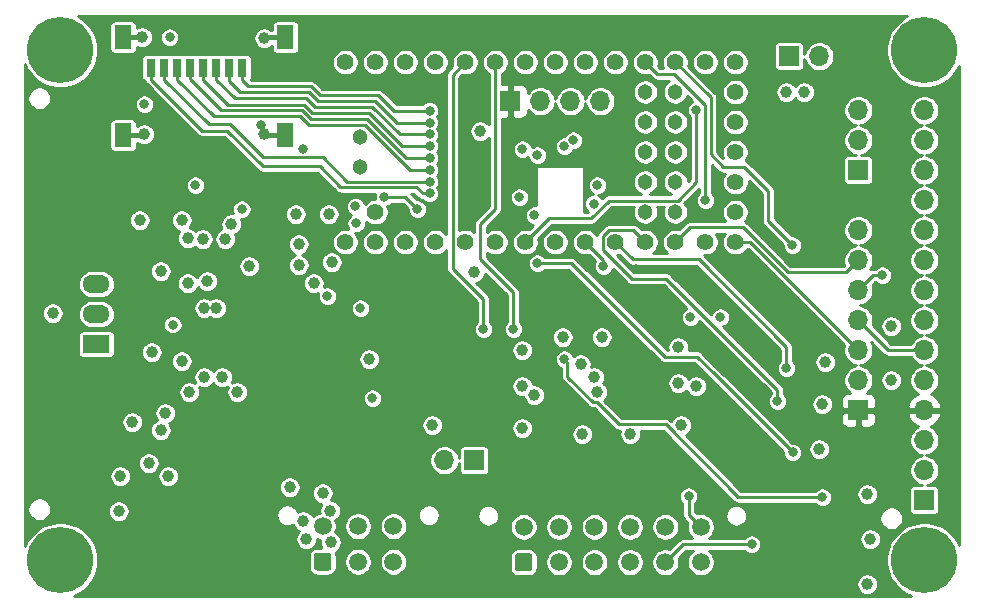
<source format=gbr>
%TF.GenerationSoftware,KiCad,Pcbnew,(5.1.9)-1*%
%TF.CreationDate,2021-02-21T10:06:18+01:00*%
%TF.ProjectId,CanDisplayFoReal,43616e44-6973-4706-9c61-79466f526561,rev?*%
%TF.SameCoordinates,Original*%
%TF.FileFunction,Copper,L4,Bot*%
%TF.FilePolarity,Positive*%
%FSLAX46Y46*%
G04 Gerber Fmt 4.6, Leading zero omitted, Abs format (unit mm)*
G04 Created by KiCad (PCBNEW (5.1.9)-1) date 2021-02-21 10:06:18*
%MOMM*%
%LPD*%
G01*
G04 APERTURE LIST*
%TA.AperFunction,ComponentPad*%
%ADD10C,1.500000*%
%TD*%
%TA.AperFunction,SMDPad,CuDef*%
%ADD11R,0.800000X1.500000*%
%TD*%
%TA.AperFunction,SMDPad,CuDef*%
%ADD12R,1.450000X2.000000*%
%TD*%
%TA.AperFunction,ComponentPad*%
%ADD13O,1.700000X1.700000*%
%TD*%
%TA.AperFunction,ComponentPad*%
%ADD14R,1.700000X1.700000*%
%TD*%
%TA.AperFunction,ComponentPad*%
%ADD15C,5.600000*%
%TD*%
%TA.AperFunction,ComponentPad*%
%ADD16O,2.300000X1.500000*%
%TD*%
%TA.AperFunction,ComponentPad*%
%ADD17R,2.300000X1.500000*%
%TD*%
%TA.AperFunction,ComponentPad*%
%ADD18C,1.404000*%
%TD*%
%TA.AperFunction,ComponentPad*%
%ADD19C,1.304000*%
%TD*%
%TA.AperFunction,ComponentPad*%
%ADD20C,0.804000*%
%TD*%
%TA.AperFunction,ViaPad*%
%ADD21C,1.000000*%
%TD*%
%TA.AperFunction,ViaPad*%
%ADD22C,0.800000*%
%TD*%
%TA.AperFunction,Conductor*%
%ADD23C,0.400000*%
%TD*%
%TA.AperFunction,Conductor*%
%ADD24C,0.250000*%
%TD*%
%TA.AperFunction,Conductor*%
%ADD25C,0.254000*%
%TD*%
%TA.AperFunction,Conductor*%
%ADD26C,0.100000*%
%TD*%
G04 APERTURE END LIST*
D10*
%TO.P,J5,6*%
%TO.N,/CAN_L*%
X151654000Y-93650000D03*
%TO.P,J5,5*%
%TO.N,/RXA*%
X148654000Y-93650000D03*
%TO.P,J5,4*%
%TO.N,GND*%
X145654000Y-93650000D03*
%TO.P,J5,3*%
%TO.N,/CAN_H*%
X151654000Y-96650000D03*
%TO.P,J5,2*%
%TO.N,/TXA*%
X148654000Y-96650000D03*
%TO.P,J5,1*%
%TO.N,+12V*%
%TA.AperFunction,ComponentPad*%
G36*
G01*
X144904000Y-97150000D02*
X144904000Y-96150000D01*
G75*
G02*
X145154000Y-95900000I250000J0D01*
G01*
X146154000Y-95900000D01*
G75*
G02*
X146404000Y-96150000I0J-250000D01*
G01*
X146404000Y-97150000D01*
G75*
G02*
X146154000Y-97400000I-250000J0D01*
G01*
X145154000Y-97400000D01*
G75*
G02*
X144904000Y-97150000I0J250000D01*
G01*
G37*
%TD.AperFunction*%
%TD*%
%TO.P,J8,12*%
%TO.N,Net-(J8-Pad12)*%
X177672000Y-93698000D03*
%TO.P,J8,11*%
%TO.N,Net-(J8-Pad11)*%
X174672000Y-93698000D03*
%TO.P,J8,10*%
%TO.N,Net-(J8-Pad10)*%
X171672000Y-93698000D03*
%TO.P,J8,9*%
%TO.N,Net-(J8-Pad9)*%
X168672000Y-93698000D03*
%TO.P,J8,8*%
%TO.N,Net-(J8-Pad8)*%
X165672000Y-93698000D03*
%TO.P,J8,7*%
%TO.N,GND*%
X162672000Y-93698000D03*
%TO.P,J8,6*%
%TO.N,Net-(J8-Pad6)*%
X177672000Y-96698000D03*
%TO.P,J8,5*%
%TO.N,Net-(J8-Pad5)*%
X174672000Y-96698000D03*
%TO.P,J8,4*%
%TO.N,Net-(J8-Pad4)*%
X171672000Y-96698000D03*
%TO.P,J8,3*%
%TO.N,Net-(J8-Pad3)*%
X168672000Y-96698000D03*
%TO.P,J8,2*%
%TO.N,Net-(J8-Pad2)*%
X165672000Y-96698000D03*
%TO.P,J8,1*%
%TO.N,+5V*%
%TA.AperFunction,ComponentPad*%
G36*
G01*
X161922000Y-97198000D02*
X161922000Y-96198000D01*
G75*
G02*
X162172000Y-95948000I250000J0D01*
G01*
X163172000Y-95948000D01*
G75*
G02*
X163422000Y-96198000I0J-250000D01*
G01*
X163422000Y-97198000D01*
G75*
G02*
X163172000Y-97448000I-250000J0D01*
G01*
X162172000Y-97448000D01*
G75*
G02*
X161922000Y-97198000I0J250000D01*
G01*
G37*
%TD.AperFunction*%
%TD*%
D11*
%TO.P,J6,1*%
%TO.N,Net-(J6-Pad1)*%
X138836000Y-54838000D03*
%TO.P,J6,2*%
%TO.N,Net-(J6-Pad2)*%
X137736000Y-54838000D03*
%TO.P,J6,3*%
%TO.N,Net-(J6-Pad3)*%
X136636000Y-54838000D03*
%TO.P,J6,4*%
%TO.N,Net-(J6-Pad4)*%
X135536000Y-54838000D03*
%TO.P,J6,5*%
%TO.N,Net-(J6-Pad5)*%
X134436000Y-54838000D03*
%TO.P,J6,6*%
%TO.N,Net-(J6-Pad6)*%
X133336000Y-54838000D03*
%TO.P,J6,7*%
%TO.N,Net-(J6-Pad7)*%
X132236000Y-54838000D03*
%TO.P,J6,8*%
%TO.N,Net-(J6-Pad8)*%
X131136000Y-54838000D03*
D12*
%TO.P,J6,9*%
%TO.N,GND*%
X128761000Y-60538000D03*
X142511000Y-60538000D03*
X142511000Y-52238000D03*
X128761000Y-52238000D03*
%TD*%
D13*
%TO.P,J9,2*%
%TO.N,GND*%
X187706000Y-53848000D03*
D14*
%TO.P,J9,1*%
%TO.N,+BATT*%
X185166000Y-53848000D03*
%TD*%
D15*
%TO.P,REF\u002A\u002A,1*%
%TO.N,N/C*%
X123444000Y-53340000D03*
%TD*%
%TO.P,REF\u002A\u002A,1*%
%TO.N,N/C*%
X123444000Y-96520000D03*
%TD*%
%TO.P,REF\u002A\u002A,1*%
%TO.N,N/C*%
X196596000Y-53340000D03*
%TD*%
%TO.P,REF\u002A\u002A,1*%
%TO.N,N/C*%
X196596000Y-96520000D03*
%TD*%
D16*
%TO.P,U6,3*%
%TO.N,/PowerSupply/5V_Regulator*%
X126492000Y-73152000D03*
%TO.P,U6,2*%
%TO.N,GND*%
X126492000Y-75692000D03*
D17*
%TO.P,U6,1*%
%TO.N,Net-(C13-Pad1)*%
X126492000Y-78232000D03*
%TD*%
D13*
%TO.P,JP1,2*%
%TO.N,/CAN_L*%
X155956000Y-88062000D03*
D14*
%TO.P,JP1,1*%
%TO.N,Net-(JP1-Pad1)*%
X158496000Y-88062000D03*
%TD*%
D13*
%TO.P,J4,4*%
%TO.N,GND*%
X169164000Y-57658000D03*
%TO.P,J4,3*%
%TO.N,/GPS_TX*%
X166624000Y-57658000D03*
%TO.P,J4,2*%
%TO.N,/GPS_RX*%
X164084000Y-57658000D03*
D14*
%TO.P,J4,1*%
%TO.N,+3V3*%
X161544000Y-57658000D03*
%TD*%
D13*
%TO.P,J3,3*%
%TO.N,GND*%
X191008000Y-58420000D03*
%TO.P,J3,2*%
%TO.N,Net-(J3-Pad2)*%
X191008000Y-60960000D03*
D14*
%TO.P,J3,1*%
%TO.N,+5V*%
X191008000Y-63500000D03*
%TD*%
D18*
%TO.P,U4,13*%
%TO.N,/SDI(MOSI)*%
X178054000Y-54356000D03*
%TO.P,U4,33*%
%TO.N,+5V*%
X147574000Y-69596000D03*
%TO.P,U4,34*%
%TO.N,VBUS*%
X150114000Y-67056000D03*
%TO.P,U4,32*%
%TO.N,GND*%
X150114000Y-69596000D03*
%TO.P,U4,31*%
%TO.N,Net-(U4-Pad31)*%
X152654000Y-69596000D03*
%TO.P,U4,30*%
%TO.N,/CAN_R*%
X155194000Y-69596000D03*
%TO.P,U4,29*%
%TO.N,/CAN_D*%
X157734000Y-69596000D03*
%TO.P,U4,28*%
%TO.N,21*%
X160274000Y-69596000D03*
%TO.P,U4,27*%
%TO.N,/WS1812_low*%
X162814000Y-69596000D03*
%TO.P,U4,26*%
%TO.N,/SCL0*%
X165354000Y-69596000D03*
%TO.P,U4,25*%
%TO.N,/SDA0*%
X167894000Y-69596000D03*
%TO.P,U4,24*%
%TO.N,17*%
X170434000Y-69596000D03*
%TO.P,U4,23*%
%TO.N,16*%
X172974000Y-69596000D03*
%TO.P,U4,22*%
%TO.N,/DC_PIN*%
X175514000Y-69596000D03*
%TO.P,U4,21*%
%TO.N,/RST*%
X178054000Y-69596000D03*
%TO.P,U4,20*%
%TO.N,/SCK*%
X180594000Y-69596000D03*
%TO.P,U4,19*%
%TO.N,Net-(U4-Pad19)*%
X180594000Y-67056000D03*
%TO.P,U4,18*%
%TO.N,Net-(U4-Pad18)*%
X180594000Y-64516000D03*
%TO.P,U4,17*%
%TO.N,GND*%
X180594000Y-61976000D03*
%TO.P,U4,16*%
%TO.N,Net-(U4-Pad16)*%
X180594000Y-59436000D03*
%TO.P,U4,15*%
%TO.N,+BATT*%
X180594000Y-56896000D03*
%TO.P,U4,14*%
%TO.N,/SDO(MISO)*%
X180594000Y-54356000D03*
%TO.P,U4,12*%
%TO.N,/CS*%
X175514000Y-54356000D03*
%TO.P,U4,11*%
%TO.N,/DC*%
X172974000Y-54356000D03*
%TO.P,U4,10*%
%TO.N,/GPS_TX*%
X170434000Y-54356000D03*
%TO.P,U4,9*%
%TO.N,/GPS_RX*%
X167894000Y-54356000D03*
%TO.P,U4,8*%
%TO.N,/TCS*%
X165354000Y-54356000D03*
%TO.P,U4,7*%
%TO.N,5*%
X162814000Y-54356000D03*
%TO.P,U4,6*%
%TO.N,4*%
X160274000Y-54356000D03*
%TO.P,U4,5*%
%TO.N,3*%
X157734000Y-54356000D03*
%TO.P,U4,4*%
%TO.N,/TIRQ*%
X155194000Y-54356000D03*
%TO.P,U4,3*%
%TO.N,/TX1*%
X152654000Y-54356000D03*
D19*
%TO.P,U4,54*%
%TO.N,Net-(U4-Pad54)*%
X148844000Y-60706000D03*
%TO.P,U4,53*%
%TO.N,Net-(U4-Pad53)*%
X148844000Y-63246000D03*
D20*
%TO.P,U4,52*%
%TO.N,Net-(J6-Pad1)*%
X154712400Y-58476000D03*
%TO.P,U4,51*%
%TO.N,Net-(J6-Pad2)*%
X154712400Y-59476000D03*
%TO.P,U4,50*%
%TO.N,Net-(J6-Pad3)*%
X154712400Y-60476000D03*
%TO.P,U4,49*%
%TO.N,Net-(J6-Pad4)*%
X154712400Y-61476000D03*
%TO.P,U4,48*%
%TO.N,Net-(J6-Pad5)*%
X154712400Y-62476000D03*
%TO.P,U4,47*%
%TO.N,Net-(J6-Pad6)*%
X154712400Y-63476000D03*
%TO.P,U4,46*%
%TO.N,Net-(J6-Pad7)*%
X154712400Y-64476000D03*
%TO.P,U4,45*%
%TO.N,Net-(J6-Pad8)*%
X154712400Y-65476000D03*
D19*
%TO.P,U4,44*%
%TO.N,Net-(R3-Pad2)*%
X172974000Y-56896000D03*
%TO.P,U4,43*%
%TO.N,Net-(U4-Pad43)*%
X175514000Y-56896000D03*
%TO.P,U4,42*%
%TO.N,Net-(U4-Pad42)*%
X172974000Y-59436000D03*
%TO.P,U4,41*%
%TO.N,Net-(U4-Pad41)*%
X175514000Y-59436000D03*
%TO.P,U4,40*%
%TO.N,Net-(U4-Pad40)*%
X172974000Y-61976000D03*
%TO.P,U4,39*%
%TO.N,Net-(U4-Pad39)*%
X175514000Y-61976000D03*
%TO.P,U4,38*%
%TO.N,Net-(U4-Pad38)*%
X172974000Y-64516000D03*
%TO.P,U4,37*%
%TO.N,Net-(U4-Pad37)*%
X175514000Y-64516000D03*
%TO.P,U4,36*%
%TO.N,Net-(U4-Pad36)*%
X172974000Y-67056000D03*
%TO.P,U4,35*%
%TO.N,Net-(U4-Pad35)*%
X175514000Y-67056000D03*
D18*
%TO.P,U4,2*%
%TO.N,/RX1*%
X150114000Y-54356000D03*
%TO.P,U4,1*%
%TO.N,GND*%
X147574000Y-54356000D03*
%TD*%
D13*
%TO.P,J2,14*%
%TO.N,/TIRQ*%
X196596000Y-58420000D03*
%TO.P,J2,13*%
%TO.N,/SDO(MISO)*%
X196596000Y-60960000D03*
%TO.P,J2,12*%
%TO.N,/SDI(MOSI)*%
X196596000Y-63500000D03*
%TO.P,J2,11*%
%TO.N,/TCS*%
X196596000Y-66040000D03*
%TO.P,J2,10*%
%TO.N,/SCK*%
X196596000Y-68580000D03*
%TO.P,J2,9*%
%TO.N,/SDO(MISO)*%
X196596000Y-71120000D03*
%TO.P,J2,8*%
%TO.N,Net-(J2-Pad8)*%
X196596000Y-73660000D03*
%TO.P,J2,7*%
%TO.N,/SCK*%
X196596000Y-76200000D03*
%TO.P,J2,6*%
%TO.N,/SDI(MOSI)*%
X196596000Y-78740000D03*
%TO.P,J2,5*%
%TO.N,/DC*%
X196596000Y-81280000D03*
%TO.P,J2,4*%
%TO.N,+3V3*%
X196596000Y-83820000D03*
%TO.P,J2,3*%
%TO.N,/CS*%
X196596000Y-86360000D03*
%TO.P,J2,2*%
%TO.N,GND*%
X196596000Y-88900000D03*
D14*
%TO.P,J2,1*%
%TO.N,+5V*%
X196596000Y-91440000D03*
%TD*%
D13*
%TO.P,J1,7*%
%TO.N,/RST*%
X191008000Y-68580000D03*
%TO.P,J1,6*%
%TO.N,/DC_PIN*%
X191008000Y-71120000D03*
%TO.P,J1,5*%
%TO.N,/CS*%
X191008000Y-73660000D03*
%TO.P,J1,4*%
%TO.N,/SDI(MOSI)*%
X191008000Y-76200000D03*
%TO.P,J1,3*%
%TO.N,/SCK*%
X191008000Y-78740000D03*
%TO.P,J1,2*%
%TO.N,GND*%
X191008000Y-81280000D03*
D14*
%TO.P,J1,1*%
%TO.N,+3V3*%
X191008000Y-83820000D03*
%TD*%
D21*
%TO.N,GND*%
X184912000Y-56896000D03*
X128524000Y-89408000D03*
X132588000Y-89408000D03*
X132588000Y-89408000D03*
X129540000Y-84836000D03*
X138430000Y-82296000D03*
X137160000Y-81026000D03*
X139446000Y-71628000D03*
X137414000Y-69342000D03*
X135636000Y-75184000D03*
X136652000Y-75184000D03*
X137922000Y-68072000D03*
D22*
X146050000Y-74168000D03*
D21*
X149606000Y-79502000D03*
X158496000Y-72136000D03*
X154940000Y-85090000D03*
X130388000Y-52238000D03*
X140716000Y-52324000D03*
X140716000Y-60452000D03*
X130556000Y-60452000D03*
X168910000Y-82296000D03*
X168656000Y-81026000D03*
X167640000Y-85852000D03*
X162560000Y-78740000D03*
X163576000Y-82550000D03*
X175768000Y-81534000D03*
X176022000Y-85090000D03*
X192024000Y-94742000D03*
X191770000Y-90932000D03*
X191770000Y-98552000D03*
X187706000Y-87122000D03*
X187960000Y-83312000D03*
X188214000Y-79756000D03*
D22*
X148844000Y-75184000D03*
X149860000Y-82804000D03*
X132700000Y-52248000D03*
D21*
X165974000Y-77648000D03*
X146416000Y-71298000D03*
X146162000Y-67234000D03*
X133716000Y-67742000D03*
X132334000Y-84074000D03*
X133716000Y-79680000D03*
X145654000Y-90856000D03*
X128382000Y-92380000D03*
X130160000Y-67742000D03*
X143622000Y-71552000D03*
X131176000Y-78918000D03*
X122794000Y-75616000D03*
X131938000Y-85522000D03*
X142860000Y-90348000D03*
X130922000Y-88316000D03*
X144892000Y-73076000D03*
D22*
X162560000Y-61722000D03*
X166116000Y-61468000D03*
X168607252Y-66333442D03*
X163830000Y-62230000D03*
X163576000Y-67310000D03*
X162306000Y-65786000D03*
X168910000Y-64770000D03*
X166878000Y-60960000D03*
X134874000Y-64770000D03*
X140462000Y-59653000D03*
X130556000Y-57912000D03*
D21*
X193802000Y-81280000D03*
X159004000Y-60198000D03*
D22*
X148427959Y-66572041D03*
X148500000Y-68000000D03*
X138811000Y-66802000D03*
X132969000Y-76581000D03*
D21*
X144272000Y-94742000D03*
X144018000Y-93218000D03*
X146304000Y-92329000D03*
X146353000Y-94996000D03*
X167498000Y-79934000D03*
%TO.N,+3V3*%
X138684000Y-88392000D03*
X135636000Y-88392000D03*
X138684000Y-89662000D03*
X135636000Y-89408000D03*
X133578000Y-91974000D03*
D22*
X141986000Y-74168000D03*
D21*
X154940000Y-72390000D03*
D22*
X172212000Y-71882000D03*
D21*
X144018000Y-80772000D03*
X190246000Y-94996000D03*
X189992000Y-91186000D03*
X189992000Y-87376000D03*
X186436000Y-83566000D03*
X186436000Y-79756000D03*
X186436000Y-76200000D03*
D22*
X160528000Y-74168000D03*
D21*
X168260000Y-75108000D03*
X162560000Y-63246000D03*
X133350000Y-64770000D03*
%TO.N,+5V*%
X186436000Y-56896000D03*
X135636000Y-81026000D03*
X134366000Y-82296000D03*
X135890000Y-72898000D03*
X135498000Y-69342000D03*
X193802000Y-76708000D03*
D22*
X179324000Y-75946000D03*
X176784000Y-75946000D03*
D21*
X171704000Y-85852000D03*
X162560000Y-81788000D03*
X162560000Y-85344000D03*
X175768000Y-78486000D03*
X177292000Y-81788000D03*
X134229752Y-73081752D03*
X134224000Y-69266000D03*
X169276000Y-77648000D03*
X131938000Y-72060000D03*
X143368000Y-67234000D03*
X143622000Y-69774000D03*
D22*
%TO.N,/CS*%
X185420000Y-69850000D03*
X193040000Y-72390000D03*
%TO.N,/DC*%
X178054000Y-66040000D03*
%TO.N,/SDA0*%
X169418000Y-71628000D03*
X144018000Y-61683000D03*
%TO.N,/SCL0*%
X153670000Y-66802000D03*
X150876000Y-65786000D03*
%TO.N,Net-(J8-Pad12)*%
X176642000Y-91110000D03*
%TO.N,Net-(J8-Pad5)*%
X181976000Y-95174000D03*
%TO.N,/WS1812_low*%
X177292000Y-58420000D03*
%TO.N,3*%
X159258000Y-76962000D03*
%TO.N,16*%
X184150000Y-83058000D03*
%TO.N,4*%
X187960000Y-91186000D03*
X166116000Y-79502000D03*
X161798000Y-76962000D03*
%TO.N,17*%
X184912000Y-80264000D03*
%TO.N,5*%
X185441654Y-87397654D03*
X163830000Y-71374000D03*
%TD*%
D23*
%TO.N,GND*%
X128761000Y-52238000D02*
X130388000Y-52238000D01*
X140802000Y-52238000D02*
X140716000Y-52324000D01*
X142511000Y-52238000D02*
X140802000Y-52238000D01*
X140802000Y-60538000D02*
X140716000Y-60452000D01*
X142511000Y-60538000D02*
X140802000Y-60538000D01*
X130470000Y-60538000D02*
X130556000Y-60452000D01*
X128761000Y-60538000D02*
X130470000Y-60538000D01*
D24*
%TO.N,/DC_PIN*%
X189992000Y-72136000D02*
X191008000Y-71120000D01*
X185040410Y-72136000D02*
X189992000Y-72136000D01*
X181230410Y-68326000D02*
X185040410Y-72136000D01*
X176784000Y-68326000D02*
X181230410Y-68326000D01*
X175514000Y-69596000D02*
X176784000Y-68326000D01*
%TO.N,/CS*%
X192278000Y-72390000D02*
X191008000Y-73660000D01*
X183388000Y-65278000D02*
X183388000Y-67818000D01*
X181356000Y-63246000D02*
X183388000Y-65278000D01*
X179578000Y-63246000D02*
X181356000Y-63246000D01*
X178504010Y-62172010D02*
X179578000Y-63246000D01*
X178504010Y-57346010D02*
X178504010Y-62172010D01*
X183388000Y-67818000D02*
X185420000Y-69850000D01*
X175514000Y-54356000D02*
X178504010Y-57346010D01*
X193040000Y-72390000D02*
X192278000Y-72390000D01*
%TO.N,/SDI(MOSI)*%
X193548000Y-78740000D02*
X191008000Y-76200000D01*
X196596000Y-78740000D02*
X193548000Y-78740000D01*
%TO.N,/SCK*%
X181864000Y-69596000D02*
X180594000Y-69596000D01*
X191008000Y-78740000D02*
X181864000Y-69596000D01*
%TO.N,/DC*%
X174001001Y-55383001D02*
X172974000Y-54356000D01*
X175446963Y-55383001D02*
X174001001Y-55383001D01*
X178054000Y-57990038D02*
X175446963Y-55383001D01*
X178054000Y-66040000D02*
X178054000Y-57990038D01*
%TO.N,Net-(J6-Pad1)*%
X138836000Y-55844000D02*
X138836000Y-54838000D01*
X139380000Y-56388000D02*
X138836000Y-55844000D01*
X144654410Y-56388000D02*
X139380000Y-56388000D01*
X145416410Y-57150000D02*
X144654410Y-56388000D01*
X150368000Y-57150000D02*
X145416410Y-57150000D01*
X151694000Y-58476000D02*
X150368000Y-57150000D01*
X154712400Y-58476000D02*
X151694000Y-58476000D01*
%TO.N,Net-(J6-Pad2)*%
X154712400Y-59476000D02*
X151932000Y-59476000D01*
X151932000Y-59476000D02*
X150114000Y-57658000D01*
X150114000Y-57658000D02*
X145288000Y-57658000D01*
X145288000Y-57658000D02*
X144526000Y-56896000D01*
X144526000Y-56896000D02*
X138684000Y-56896000D01*
X137736000Y-55948000D02*
X137736000Y-54838000D01*
X138684000Y-56896000D02*
X137736000Y-55948000D01*
%TO.N,Net-(J6-Pad3)*%
X138202000Y-57404000D02*
X136636000Y-55838000D01*
X144272000Y-57404000D02*
X138202000Y-57404000D01*
X145034000Y-58166000D02*
X144272000Y-57404000D01*
X149860000Y-58166000D02*
X145034000Y-58166000D01*
X136636000Y-55838000D02*
X136636000Y-54838000D01*
X152170000Y-60476000D02*
X149860000Y-58166000D01*
X154712400Y-60476000D02*
X152170000Y-60476000D01*
%TO.N,Net-(J6-Pad4)*%
X135536000Y-55846000D02*
X135536000Y-54838000D01*
X144078810Y-57969990D02*
X137659990Y-57969990D01*
X137659990Y-57969990D02*
X135536000Y-55846000D01*
X144782820Y-58674000D02*
X144078810Y-57969990D01*
X149606000Y-58674000D02*
X144782820Y-58674000D01*
X152408000Y-61476000D02*
X149606000Y-58674000D01*
X154712400Y-61476000D02*
X152408000Y-61476000D01*
%TO.N,Net-(J6-Pad5)*%
X134436000Y-55762000D02*
X134436000Y-54838000D01*
X143892410Y-58420000D02*
X137094000Y-58420000D01*
X149402372Y-59182000D02*
X144654410Y-59182000D01*
X137094000Y-58420000D02*
X134436000Y-55762000D01*
X152696372Y-62476000D02*
X149402372Y-59182000D01*
X144654410Y-59182000D02*
X143892410Y-58420000D01*
X154712400Y-62476000D02*
X152696372Y-62476000D01*
%TO.N,Net-(J6-Pad6)*%
X153059962Y-63476000D02*
X149273962Y-59690000D01*
X154712400Y-63476000D02*
X153059962Y-63476000D01*
X149273962Y-59690000D02*
X144526000Y-59690000D01*
X144526000Y-59690000D02*
X143764000Y-58928000D01*
X133336000Y-55838000D02*
X133336000Y-54838000D01*
X136426000Y-58928000D02*
X133336000Y-55838000D01*
X143764000Y-58928000D02*
X136426000Y-58928000D01*
%TO.N,Net-(J6-Pad7)*%
X132236000Y-55838000D02*
X132236000Y-54838000D01*
X136007000Y-59609000D02*
X132236000Y-55838000D01*
X137775000Y-59609000D02*
X136007000Y-59609000D01*
X140574000Y-62408000D02*
X137775000Y-59609000D01*
X145654000Y-62408000D02*
X140574000Y-62408000D01*
X147722000Y-64476000D02*
X145654000Y-62408000D01*
X154712400Y-64476000D02*
X147722000Y-64476000D01*
%TO.N,Net-(J6-Pad8)*%
X154122000Y-65476000D02*
X154712400Y-65476000D01*
X153572009Y-64926009D02*
X154122000Y-65476000D01*
X140574000Y-63170000D02*
X145400000Y-63170000D01*
X137563000Y-60159000D02*
X140574000Y-63170000D01*
X147156010Y-64926010D02*
X153572009Y-64926009D01*
X145400000Y-63170000D02*
X147156010Y-64926010D01*
X135457000Y-60159000D02*
X137563000Y-60159000D01*
X131136000Y-55838000D02*
X135457000Y-60159000D01*
X131136000Y-54838000D02*
X131136000Y-55838000D01*
%TO.N,/SDA0*%
X169418000Y-71120000D02*
X169418000Y-71628000D01*
X167894000Y-69596000D02*
X169418000Y-71120000D01*
%TO.N,/SCL0*%
X152654000Y-65786000D02*
X150876000Y-65786000D01*
X153670000Y-66802000D02*
X152654000Y-65786000D01*
%TO.N,Net-(J8-Pad12)*%
X177404000Y-93430000D02*
X177672000Y-93698000D01*
X176642000Y-92668000D02*
X177672000Y-93698000D01*
X176642000Y-91110000D02*
X176642000Y-92668000D01*
%TO.N,Net-(J8-Pad5)*%
X176196000Y-95174000D02*
X174672000Y-96698000D01*
X181976000Y-95174000D02*
X176196000Y-95174000D01*
%TO.N,/WS1812_low*%
X177292000Y-58420000D02*
X177292000Y-64516000D01*
X175729001Y-66078999D02*
X169887001Y-66078999D01*
X177292000Y-64516000D02*
X175729001Y-66078999D01*
X169887001Y-66078999D02*
X168402000Y-67564000D01*
X164846000Y-67564000D02*
X162814000Y-69596000D01*
X168402000Y-67564000D02*
X164846000Y-67564000D01*
%TO.N,3*%
X156662999Y-55427001D02*
X157734000Y-54356000D01*
X156662999Y-71826999D02*
X156662999Y-55427001D01*
X159258000Y-76962000D02*
X159258000Y-74422000D01*
X159258000Y-74422000D02*
X156662999Y-71826999D01*
%TO.N,16*%
X171946999Y-68568999D02*
X172974000Y-69596000D01*
X169941039Y-68568999D02*
X171946999Y-68568999D01*
X169406999Y-69103039D02*
X169941039Y-68568999D01*
X171815999Y-72707001D02*
X169406999Y-70298001D01*
X174766003Y-72707001D02*
X171815999Y-72707001D01*
X169406999Y-70298001D02*
X169406999Y-69103039D01*
X184150000Y-82090998D02*
X174766003Y-72707001D01*
X184150000Y-83058000D02*
X184150000Y-82090998D01*
%TO.N,4*%
X160274000Y-64191002D02*
X160274000Y-54356000D01*
X187960000Y-91186000D02*
X180848000Y-91186000D01*
X174688999Y-85026999D02*
X170751001Y-85026999D01*
X180848000Y-91186000D02*
X174688999Y-85026999D01*
X168513999Y-83121001D02*
X166370000Y-80977002D01*
X168845003Y-83121001D02*
X168513999Y-83121001D01*
X170751001Y-85026999D02*
X168845003Y-83121001D01*
X166370000Y-79756000D02*
X166116000Y-79502000D01*
X166370000Y-80977002D02*
X166370000Y-79756000D01*
X159004000Y-68834000D02*
X159004000Y-68072000D01*
X159004000Y-68834000D02*
X159004000Y-68326000D01*
X160274000Y-66802000D02*
X160274000Y-64191002D01*
X159004000Y-68072000D02*
X160274000Y-66802000D01*
X161798000Y-73856998D02*
X161798000Y-76962000D01*
X159004000Y-71062998D02*
X161798000Y-73856998D01*
X159004000Y-68834000D02*
X159004000Y-71062998D01*
%TO.N,17*%
X171894999Y-71056999D02*
X170434000Y-69596000D01*
X177482999Y-71056999D02*
X171894999Y-71056999D01*
X184912000Y-78486000D02*
X177482999Y-71056999D01*
X184912000Y-80264000D02*
X184912000Y-78486000D01*
%TO.N,5*%
X174631999Y-79311001D02*
X177355001Y-79311001D01*
X177355001Y-79311001D02*
X178752999Y-80708999D01*
X166694998Y-71374000D02*
X174631999Y-79311001D01*
X163830000Y-71374000D02*
X166694998Y-71374000D01*
X178752999Y-80708999D02*
X185441654Y-87397654D01*
%TD*%
D25*
%TO.N,+3V3*%
X195067442Y-50480270D02*
X194538907Y-50833425D01*
X194089425Y-51282907D01*
X193736270Y-51811442D01*
X193493012Y-52398719D01*
X193369000Y-53022168D01*
X193369000Y-53657832D01*
X193493012Y-54281281D01*
X193736270Y-54868558D01*
X194089425Y-55397093D01*
X194538907Y-55846575D01*
X195067442Y-56199730D01*
X195654719Y-56442988D01*
X196278168Y-56567000D01*
X196913832Y-56567000D01*
X197537281Y-56442988D01*
X198124558Y-56199730D01*
X198653093Y-55846575D01*
X199102575Y-55397093D01*
X199455730Y-54868558D01*
X199548001Y-54645796D01*
X199548000Y-95214202D01*
X199455730Y-94991442D01*
X199102575Y-94462907D01*
X198653093Y-94013425D01*
X198124558Y-93660270D01*
X197537281Y-93417012D01*
X196913832Y-93293000D01*
X196278168Y-93293000D01*
X195654719Y-93417012D01*
X195067442Y-93660270D01*
X194538907Y-94013425D01*
X194089425Y-94462907D01*
X193736270Y-94991442D01*
X193493012Y-95578719D01*
X193369000Y-96202168D01*
X193369000Y-96837832D01*
X193493012Y-97461281D01*
X193736270Y-98048558D01*
X194089425Y-98577093D01*
X194538907Y-99026575D01*
X195067442Y-99379730D01*
X195473682Y-99548000D01*
X124566318Y-99548000D01*
X124972558Y-99379730D01*
X125501093Y-99026575D01*
X125950575Y-98577093D01*
X126028346Y-98460699D01*
X190843000Y-98460699D01*
X190843000Y-98643301D01*
X190878624Y-98822396D01*
X190948504Y-98991099D01*
X191049952Y-99142928D01*
X191179072Y-99272048D01*
X191330901Y-99373496D01*
X191499604Y-99443376D01*
X191678699Y-99479000D01*
X191861301Y-99479000D01*
X192040396Y-99443376D01*
X192209099Y-99373496D01*
X192360928Y-99272048D01*
X192490048Y-99142928D01*
X192591496Y-98991099D01*
X192661376Y-98822396D01*
X192697000Y-98643301D01*
X192697000Y-98460699D01*
X192661376Y-98281604D01*
X192591496Y-98112901D01*
X192490048Y-97961072D01*
X192360928Y-97831952D01*
X192209099Y-97730504D01*
X192040396Y-97660624D01*
X191861301Y-97625000D01*
X191678699Y-97625000D01*
X191499604Y-97660624D01*
X191330901Y-97730504D01*
X191179072Y-97831952D01*
X191049952Y-97961072D01*
X190948504Y-98112901D01*
X190878624Y-98281604D01*
X190843000Y-98460699D01*
X126028346Y-98460699D01*
X126303730Y-98048558D01*
X126546988Y-97461281D01*
X126671000Y-96837832D01*
X126671000Y-96202168D01*
X126546988Y-95578719D01*
X126303730Y-94991442D01*
X125950575Y-94462907D01*
X125501093Y-94013425D01*
X124972558Y-93660270D01*
X124385281Y-93417012D01*
X123761832Y-93293000D01*
X123126168Y-93293000D01*
X122502719Y-93417012D01*
X121915442Y-93660270D01*
X121386907Y-94013425D01*
X120937425Y-94462907D01*
X120584270Y-94991442D01*
X120452000Y-95310770D01*
X120452000Y-92103213D01*
X120663000Y-92103213D01*
X120663000Y-92300787D01*
X120701545Y-92494564D01*
X120777153Y-92677099D01*
X120886919Y-92841375D01*
X121026625Y-92981081D01*
X121190901Y-93090847D01*
X121373436Y-93166455D01*
X121567213Y-93205000D01*
X121764787Y-93205000D01*
X121958564Y-93166455D01*
X122141099Y-93090847D01*
X122305375Y-92981081D01*
X122445081Y-92841375D01*
X122554847Y-92677099D01*
X122630455Y-92494564D01*
X122669000Y-92300787D01*
X122669000Y-92288699D01*
X127455000Y-92288699D01*
X127455000Y-92471301D01*
X127490624Y-92650396D01*
X127560504Y-92819099D01*
X127661952Y-92970928D01*
X127791072Y-93100048D01*
X127942901Y-93201496D01*
X128111604Y-93271376D01*
X128290699Y-93307000D01*
X128473301Y-93307000D01*
X128652396Y-93271376D01*
X128821099Y-93201496D01*
X128972928Y-93100048D01*
X129102048Y-92970928D01*
X129203496Y-92819099D01*
X129273376Y-92650396D01*
X129279680Y-92618699D01*
X141727000Y-92618699D01*
X141727000Y-92801301D01*
X141762624Y-92980396D01*
X141832504Y-93149099D01*
X141933952Y-93300928D01*
X142063072Y-93430048D01*
X142214901Y-93531496D01*
X142383604Y-93601376D01*
X142562699Y-93637000D01*
X142745301Y-93637000D01*
X142924396Y-93601376D01*
X143093099Y-93531496D01*
X143133339Y-93504608D01*
X143196504Y-93657099D01*
X143297952Y-93808928D01*
X143427072Y-93938048D01*
X143578901Y-94039496D01*
X143638741Y-94064283D01*
X143551952Y-94151072D01*
X143450504Y-94302901D01*
X143380624Y-94471604D01*
X143345000Y-94650699D01*
X143345000Y-94833301D01*
X143380624Y-95012396D01*
X143450504Y-95181099D01*
X143551952Y-95332928D01*
X143681072Y-95462048D01*
X143832901Y-95563496D01*
X144001604Y-95633376D01*
X144180699Y-95669000D01*
X144363301Y-95669000D01*
X144542396Y-95633376D01*
X144711099Y-95563496D01*
X144862928Y-95462048D01*
X144992048Y-95332928D01*
X145093496Y-95181099D01*
X145163376Y-95012396D01*
X145199000Y-94833301D01*
X145199000Y-94735509D01*
X145310682Y-94781769D01*
X145445133Y-94808513D01*
X145426000Y-94904699D01*
X145426000Y-95087301D01*
X145461624Y-95266396D01*
X145531504Y-95435099D01*
X145555448Y-95470934D01*
X145154000Y-95470934D01*
X145021521Y-95483982D01*
X144894133Y-95522625D01*
X144776731Y-95585377D01*
X144673828Y-95669828D01*
X144589377Y-95772731D01*
X144526625Y-95890133D01*
X144487982Y-96017521D01*
X144474934Y-96150000D01*
X144474934Y-97150000D01*
X144487982Y-97282479D01*
X144526625Y-97409867D01*
X144589377Y-97527269D01*
X144673828Y-97630172D01*
X144776731Y-97714623D01*
X144894133Y-97777375D01*
X145021521Y-97816018D01*
X145154000Y-97829066D01*
X146154000Y-97829066D01*
X146286479Y-97816018D01*
X146413867Y-97777375D01*
X146531269Y-97714623D01*
X146634172Y-97630172D01*
X146718623Y-97527269D01*
X146781375Y-97409867D01*
X146820018Y-97282479D01*
X146833066Y-97150000D01*
X146833066Y-96534076D01*
X147477000Y-96534076D01*
X147477000Y-96765924D01*
X147522231Y-96993318D01*
X147610956Y-97207519D01*
X147739764Y-97400294D01*
X147903706Y-97564236D01*
X148096481Y-97693044D01*
X148310682Y-97781769D01*
X148538076Y-97827000D01*
X148769924Y-97827000D01*
X148997318Y-97781769D01*
X149211519Y-97693044D01*
X149404294Y-97564236D01*
X149568236Y-97400294D01*
X149697044Y-97207519D01*
X149785769Y-96993318D01*
X149831000Y-96765924D01*
X149831000Y-96534076D01*
X150477000Y-96534076D01*
X150477000Y-96765924D01*
X150522231Y-96993318D01*
X150610956Y-97207519D01*
X150739764Y-97400294D01*
X150903706Y-97564236D01*
X151096481Y-97693044D01*
X151310682Y-97781769D01*
X151538076Y-97827000D01*
X151769924Y-97827000D01*
X151997318Y-97781769D01*
X152211519Y-97693044D01*
X152404294Y-97564236D01*
X152568236Y-97400294D01*
X152697044Y-97207519D01*
X152785769Y-96993318D01*
X152831000Y-96765924D01*
X152831000Y-96534076D01*
X152785769Y-96306682D01*
X152740752Y-96198000D01*
X161492934Y-96198000D01*
X161492934Y-97198000D01*
X161505982Y-97330479D01*
X161544625Y-97457867D01*
X161607377Y-97575269D01*
X161691828Y-97678172D01*
X161794731Y-97762623D01*
X161912133Y-97825375D01*
X162039521Y-97864018D01*
X162172000Y-97877066D01*
X163172000Y-97877066D01*
X163304479Y-97864018D01*
X163431867Y-97825375D01*
X163549269Y-97762623D01*
X163652172Y-97678172D01*
X163736623Y-97575269D01*
X163799375Y-97457867D01*
X163838018Y-97330479D01*
X163851066Y-97198000D01*
X163851066Y-96582076D01*
X164495000Y-96582076D01*
X164495000Y-96813924D01*
X164540231Y-97041318D01*
X164628956Y-97255519D01*
X164757764Y-97448294D01*
X164921706Y-97612236D01*
X165114481Y-97741044D01*
X165328682Y-97829769D01*
X165556076Y-97875000D01*
X165787924Y-97875000D01*
X166015318Y-97829769D01*
X166229519Y-97741044D01*
X166422294Y-97612236D01*
X166586236Y-97448294D01*
X166715044Y-97255519D01*
X166803769Y-97041318D01*
X166849000Y-96813924D01*
X166849000Y-96582076D01*
X167495000Y-96582076D01*
X167495000Y-96813924D01*
X167540231Y-97041318D01*
X167628956Y-97255519D01*
X167757764Y-97448294D01*
X167921706Y-97612236D01*
X168114481Y-97741044D01*
X168328682Y-97829769D01*
X168556076Y-97875000D01*
X168787924Y-97875000D01*
X169015318Y-97829769D01*
X169229519Y-97741044D01*
X169422294Y-97612236D01*
X169586236Y-97448294D01*
X169715044Y-97255519D01*
X169803769Y-97041318D01*
X169849000Y-96813924D01*
X169849000Y-96582076D01*
X170495000Y-96582076D01*
X170495000Y-96813924D01*
X170540231Y-97041318D01*
X170628956Y-97255519D01*
X170757764Y-97448294D01*
X170921706Y-97612236D01*
X171114481Y-97741044D01*
X171328682Y-97829769D01*
X171556076Y-97875000D01*
X171787924Y-97875000D01*
X172015318Y-97829769D01*
X172229519Y-97741044D01*
X172422294Y-97612236D01*
X172586236Y-97448294D01*
X172715044Y-97255519D01*
X172803769Y-97041318D01*
X172849000Y-96813924D01*
X172849000Y-96582076D01*
X173495000Y-96582076D01*
X173495000Y-96813924D01*
X173540231Y-97041318D01*
X173628956Y-97255519D01*
X173757764Y-97448294D01*
X173921706Y-97612236D01*
X174114481Y-97741044D01*
X174328682Y-97829769D01*
X174556076Y-97875000D01*
X174787924Y-97875000D01*
X175015318Y-97829769D01*
X175229519Y-97741044D01*
X175422294Y-97612236D01*
X175586236Y-97448294D01*
X175715044Y-97255519D01*
X175803769Y-97041318D01*
X175849000Y-96813924D01*
X175849000Y-96582076D01*
X175803769Y-96354682D01*
X175801483Y-96349162D01*
X176424646Y-95726000D01*
X177008156Y-95726000D01*
X176921706Y-95783764D01*
X176757764Y-95947706D01*
X176628956Y-96140481D01*
X176540231Y-96354682D01*
X176495000Y-96582076D01*
X176495000Y-96813924D01*
X176540231Y-97041318D01*
X176628956Y-97255519D01*
X176757764Y-97448294D01*
X176921706Y-97612236D01*
X177114481Y-97741044D01*
X177328682Y-97829769D01*
X177556076Y-97875000D01*
X177787924Y-97875000D01*
X178015318Y-97829769D01*
X178229519Y-97741044D01*
X178422294Y-97612236D01*
X178586236Y-97448294D01*
X178715044Y-97255519D01*
X178803769Y-97041318D01*
X178849000Y-96813924D01*
X178849000Y-96582076D01*
X178803769Y-96354682D01*
X178715044Y-96140481D01*
X178586236Y-95947706D01*
X178422294Y-95783764D01*
X178335844Y-95726000D01*
X181358447Y-95726000D01*
X181448819Y-95816372D01*
X181584269Y-95906877D01*
X181734773Y-95969218D01*
X181894548Y-96001000D01*
X182057452Y-96001000D01*
X182217227Y-95969218D01*
X182367731Y-95906877D01*
X182503181Y-95816372D01*
X182618372Y-95701181D01*
X182708877Y-95565731D01*
X182771218Y-95415227D01*
X182803000Y-95255452D01*
X182803000Y-95092548D01*
X182771218Y-94932773D01*
X182708877Y-94782269D01*
X182620965Y-94650699D01*
X191097000Y-94650699D01*
X191097000Y-94833301D01*
X191132624Y-95012396D01*
X191202504Y-95181099D01*
X191303952Y-95332928D01*
X191433072Y-95462048D01*
X191584901Y-95563496D01*
X191753604Y-95633376D01*
X191932699Y-95669000D01*
X192115301Y-95669000D01*
X192294396Y-95633376D01*
X192463099Y-95563496D01*
X192614928Y-95462048D01*
X192744048Y-95332928D01*
X192845496Y-95181099D01*
X192915376Y-95012396D01*
X192951000Y-94833301D01*
X192951000Y-94650699D01*
X192915376Y-94471604D01*
X192845496Y-94302901D01*
X192744048Y-94151072D01*
X192614928Y-94021952D01*
X192463099Y-93920504D01*
X192294396Y-93850624D01*
X192115301Y-93815000D01*
X191932699Y-93815000D01*
X191753604Y-93850624D01*
X191584901Y-93920504D01*
X191433072Y-94021952D01*
X191303952Y-94151072D01*
X191202504Y-94302901D01*
X191132624Y-94471604D01*
X191097000Y-94650699D01*
X182620965Y-94650699D01*
X182618372Y-94646819D01*
X182503181Y-94531628D01*
X182367731Y-94441123D01*
X182217227Y-94378782D01*
X182057452Y-94347000D01*
X181894548Y-94347000D01*
X181734773Y-94378782D01*
X181584269Y-94441123D01*
X181448819Y-94531628D01*
X181358447Y-94622000D01*
X178407681Y-94622000D01*
X178422294Y-94612236D01*
X178586236Y-94448294D01*
X178715044Y-94255519D01*
X178803769Y-94041318D01*
X178849000Y-93813924D01*
X178849000Y-93582076D01*
X178803769Y-93354682D01*
X178715044Y-93140481D01*
X178586236Y-92947706D01*
X178422294Y-92783764D01*
X178247094Y-92666699D01*
X179745000Y-92666699D01*
X179745000Y-92849301D01*
X179780624Y-93028396D01*
X179850504Y-93197099D01*
X179951952Y-93348928D01*
X180081072Y-93478048D01*
X180232901Y-93579496D01*
X180401604Y-93649376D01*
X180580699Y-93685000D01*
X180763301Y-93685000D01*
X180942396Y-93649376D01*
X181111099Y-93579496D01*
X181262928Y-93478048D01*
X181392048Y-93348928D01*
X181493496Y-93197099D01*
X181563376Y-93028396D01*
X181595834Y-92865213D01*
X192799000Y-92865213D01*
X192799000Y-93062787D01*
X192837545Y-93256564D01*
X192913153Y-93439099D01*
X193022919Y-93603375D01*
X193162625Y-93743081D01*
X193326901Y-93852847D01*
X193509436Y-93928455D01*
X193703213Y-93967000D01*
X193900787Y-93967000D01*
X194094564Y-93928455D01*
X194277099Y-93852847D01*
X194441375Y-93743081D01*
X194581081Y-93603375D01*
X194690847Y-93439099D01*
X194766455Y-93256564D01*
X194805000Y-93062787D01*
X194805000Y-92865213D01*
X194766455Y-92671436D01*
X194690847Y-92488901D01*
X194581081Y-92324625D01*
X194441375Y-92184919D01*
X194277099Y-92075153D01*
X194094564Y-91999545D01*
X193900787Y-91961000D01*
X193703213Y-91961000D01*
X193509436Y-91999545D01*
X193326901Y-92075153D01*
X193162625Y-92184919D01*
X193022919Y-92324625D01*
X192913153Y-92488901D01*
X192837545Y-92671436D01*
X192799000Y-92865213D01*
X181595834Y-92865213D01*
X181599000Y-92849301D01*
X181599000Y-92666699D01*
X181563376Y-92487604D01*
X181493496Y-92318901D01*
X181392048Y-92167072D01*
X181262928Y-92037952D01*
X181111099Y-91936504D01*
X180942396Y-91866624D01*
X180763301Y-91831000D01*
X180580699Y-91831000D01*
X180401604Y-91866624D01*
X180232901Y-91936504D01*
X180081072Y-92037952D01*
X179951952Y-92167072D01*
X179850504Y-92318901D01*
X179780624Y-92487604D01*
X179745000Y-92666699D01*
X178247094Y-92666699D01*
X178229519Y-92654956D01*
X178015318Y-92566231D01*
X177787924Y-92521000D01*
X177556076Y-92521000D01*
X177328682Y-92566231D01*
X177323162Y-92568518D01*
X177194000Y-92439356D01*
X177194000Y-91727553D01*
X177284372Y-91637181D01*
X177374877Y-91501731D01*
X177437218Y-91351227D01*
X177469000Y-91191452D01*
X177469000Y-91028548D01*
X177437218Y-90868773D01*
X177374877Y-90718269D01*
X177284372Y-90582819D01*
X177169181Y-90467628D01*
X177033731Y-90377123D01*
X176883227Y-90314782D01*
X176723452Y-90283000D01*
X176560548Y-90283000D01*
X176400773Y-90314782D01*
X176250269Y-90377123D01*
X176114819Y-90467628D01*
X175999628Y-90582819D01*
X175909123Y-90718269D01*
X175846782Y-90868773D01*
X175815000Y-91028548D01*
X175815000Y-91191452D01*
X175846782Y-91351227D01*
X175909123Y-91501731D01*
X175999628Y-91637181D01*
X176090000Y-91727553D01*
X176090001Y-92640884D01*
X176087330Y-92668000D01*
X176097989Y-92776210D01*
X176129552Y-92880262D01*
X176180809Y-92976157D01*
X176180810Y-92976158D01*
X176249790Y-93060211D01*
X176270852Y-93077496D01*
X176542518Y-93349162D01*
X176540231Y-93354682D01*
X176495000Y-93582076D01*
X176495000Y-93813924D01*
X176540231Y-94041318D01*
X176628956Y-94255519D01*
X176757764Y-94448294D01*
X176921706Y-94612236D01*
X176936319Y-94622000D01*
X176223097Y-94622000D01*
X176195999Y-94619331D01*
X176168901Y-94622000D01*
X176168891Y-94622000D01*
X176087789Y-94629988D01*
X175983737Y-94661552D01*
X175887842Y-94712809D01*
X175803789Y-94781789D01*
X175786508Y-94802846D01*
X175020838Y-95568517D01*
X175015318Y-95566231D01*
X174787924Y-95521000D01*
X174556076Y-95521000D01*
X174328682Y-95566231D01*
X174114481Y-95654956D01*
X173921706Y-95783764D01*
X173757764Y-95947706D01*
X173628956Y-96140481D01*
X173540231Y-96354682D01*
X173495000Y-96582076D01*
X172849000Y-96582076D01*
X172803769Y-96354682D01*
X172715044Y-96140481D01*
X172586236Y-95947706D01*
X172422294Y-95783764D01*
X172229519Y-95654956D01*
X172015318Y-95566231D01*
X171787924Y-95521000D01*
X171556076Y-95521000D01*
X171328682Y-95566231D01*
X171114481Y-95654956D01*
X170921706Y-95783764D01*
X170757764Y-95947706D01*
X170628956Y-96140481D01*
X170540231Y-96354682D01*
X170495000Y-96582076D01*
X169849000Y-96582076D01*
X169803769Y-96354682D01*
X169715044Y-96140481D01*
X169586236Y-95947706D01*
X169422294Y-95783764D01*
X169229519Y-95654956D01*
X169015318Y-95566231D01*
X168787924Y-95521000D01*
X168556076Y-95521000D01*
X168328682Y-95566231D01*
X168114481Y-95654956D01*
X167921706Y-95783764D01*
X167757764Y-95947706D01*
X167628956Y-96140481D01*
X167540231Y-96354682D01*
X167495000Y-96582076D01*
X166849000Y-96582076D01*
X166803769Y-96354682D01*
X166715044Y-96140481D01*
X166586236Y-95947706D01*
X166422294Y-95783764D01*
X166229519Y-95654956D01*
X166015318Y-95566231D01*
X165787924Y-95521000D01*
X165556076Y-95521000D01*
X165328682Y-95566231D01*
X165114481Y-95654956D01*
X164921706Y-95783764D01*
X164757764Y-95947706D01*
X164628956Y-96140481D01*
X164540231Y-96354682D01*
X164495000Y-96582076D01*
X163851066Y-96582076D01*
X163851066Y-96198000D01*
X163838018Y-96065521D01*
X163799375Y-95938133D01*
X163736623Y-95820731D01*
X163652172Y-95717828D01*
X163549269Y-95633377D01*
X163431867Y-95570625D01*
X163304479Y-95531982D01*
X163172000Y-95518934D01*
X162172000Y-95518934D01*
X162039521Y-95531982D01*
X161912133Y-95570625D01*
X161794731Y-95633377D01*
X161691828Y-95717828D01*
X161607377Y-95820731D01*
X161544625Y-95938133D01*
X161505982Y-96065521D01*
X161492934Y-96198000D01*
X152740752Y-96198000D01*
X152697044Y-96092481D01*
X152568236Y-95899706D01*
X152404294Y-95735764D01*
X152211519Y-95606956D01*
X151997318Y-95518231D01*
X151769924Y-95473000D01*
X151538076Y-95473000D01*
X151310682Y-95518231D01*
X151096481Y-95606956D01*
X150903706Y-95735764D01*
X150739764Y-95899706D01*
X150610956Y-96092481D01*
X150522231Y-96306682D01*
X150477000Y-96534076D01*
X149831000Y-96534076D01*
X149785769Y-96306682D01*
X149697044Y-96092481D01*
X149568236Y-95899706D01*
X149404294Y-95735764D01*
X149211519Y-95606956D01*
X148997318Y-95518231D01*
X148769924Y-95473000D01*
X148538076Y-95473000D01*
X148310682Y-95518231D01*
X148096481Y-95606956D01*
X147903706Y-95735764D01*
X147739764Y-95899706D01*
X147610956Y-96092481D01*
X147522231Y-96306682D01*
X147477000Y-96534076D01*
X146833066Y-96534076D01*
X146833066Y-96150000D01*
X146820018Y-96017521D01*
X146781375Y-95890133D01*
X146751532Y-95834300D01*
X146792099Y-95817496D01*
X146943928Y-95716048D01*
X147073048Y-95586928D01*
X147174496Y-95435099D01*
X147244376Y-95266396D01*
X147280000Y-95087301D01*
X147280000Y-94904699D01*
X147244376Y-94725604D01*
X147174496Y-94556901D01*
X147073048Y-94405072D01*
X146943928Y-94275952D01*
X146792099Y-94174504D01*
X146722637Y-94145732D01*
X146785769Y-93993318D01*
X146831000Y-93765924D01*
X146831000Y-93534076D01*
X147477000Y-93534076D01*
X147477000Y-93765924D01*
X147522231Y-93993318D01*
X147610956Y-94207519D01*
X147739764Y-94400294D01*
X147903706Y-94564236D01*
X148096481Y-94693044D01*
X148310682Y-94781769D01*
X148538076Y-94827000D01*
X148769924Y-94827000D01*
X148997318Y-94781769D01*
X149211519Y-94693044D01*
X149404294Y-94564236D01*
X149568236Y-94400294D01*
X149697044Y-94207519D01*
X149785769Y-93993318D01*
X149831000Y-93765924D01*
X149831000Y-93534076D01*
X150477000Y-93534076D01*
X150477000Y-93765924D01*
X150522231Y-93993318D01*
X150610956Y-94207519D01*
X150739764Y-94400294D01*
X150903706Y-94564236D01*
X151096481Y-94693044D01*
X151310682Y-94781769D01*
X151538076Y-94827000D01*
X151769924Y-94827000D01*
X151997318Y-94781769D01*
X152211519Y-94693044D01*
X152404294Y-94564236D01*
X152568236Y-94400294D01*
X152697044Y-94207519D01*
X152785769Y-93993318D01*
X152831000Y-93765924D01*
X152831000Y-93534076D01*
X152785769Y-93306682D01*
X152697044Y-93092481D01*
X152568236Y-92899706D01*
X152404294Y-92735764D01*
X152229094Y-92618699D01*
X153727000Y-92618699D01*
X153727000Y-92801301D01*
X153762624Y-92980396D01*
X153832504Y-93149099D01*
X153933952Y-93300928D01*
X154063072Y-93430048D01*
X154214901Y-93531496D01*
X154383604Y-93601376D01*
X154562699Y-93637000D01*
X154745301Y-93637000D01*
X154924396Y-93601376D01*
X155093099Y-93531496D01*
X155244928Y-93430048D01*
X155374048Y-93300928D01*
X155475496Y-93149099D01*
X155545376Y-92980396D01*
X155581000Y-92801301D01*
X155581000Y-92666699D01*
X158745000Y-92666699D01*
X158745000Y-92849301D01*
X158780624Y-93028396D01*
X158850504Y-93197099D01*
X158951952Y-93348928D01*
X159081072Y-93478048D01*
X159232901Y-93579496D01*
X159401604Y-93649376D01*
X159580699Y-93685000D01*
X159763301Y-93685000D01*
X159942396Y-93649376D01*
X160104870Y-93582076D01*
X161495000Y-93582076D01*
X161495000Y-93813924D01*
X161540231Y-94041318D01*
X161628956Y-94255519D01*
X161757764Y-94448294D01*
X161921706Y-94612236D01*
X162114481Y-94741044D01*
X162328682Y-94829769D01*
X162556076Y-94875000D01*
X162787924Y-94875000D01*
X163015318Y-94829769D01*
X163229519Y-94741044D01*
X163422294Y-94612236D01*
X163586236Y-94448294D01*
X163715044Y-94255519D01*
X163803769Y-94041318D01*
X163849000Y-93813924D01*
X163849000Y-93582076D01*
X164495000Y-93582076D01*
X164495000Y-93813924D01*
X164540231Y-94041318D01*
X164628956Y-94255519D01*
X164757764Y-94448294D01*
X164921706Y-94612236D01*
X165114481Y-94741044D01*
X165328682Y-94829769D01*
X165556076Y-94875000D01*
X165787924Y-94875000D01*
X166015318Y-94829769D01*
X166229519Y-94741044D01*
X166422294Y-94612236D01*
X166586236Y-94448294D01*
X166715044Y-94255519D01*
X166803769Y-94041318D01*
X166849000Y-93813924D01*
X166849000Y-93582076D01*
X167495000Y-93582076D01*
X167495000Y-93813924D01*
X167540231Y-94041318D01*
X167628956Y-94255519D01*
X167757764Y-94448294D01*
X167921706Y-94612236D01*
X168114481Y-94741044D01*
X168328682Y-94829769D01*
X168556076Y-94875000D01*
X168787924Y-94875000D01*
X169015318Y-94829769D01*
X169229519Y-94741044D01*
X169422294Y-94612236D01*
X169586236Y-94448294D01*
X169715044Y-94255519D01*
X169803769Y-94041318D01*
X169849000Y-93813924D01*
X169849000Y-93582076D01*
X170495000Y-93582076D01*
X170495000Y-93813924D01*
X170540231Y-94041318D01*
X170628956Y-94255519D01*
X170757764Y-94448294D01*
X170921706Y-94612236D01*
X171114481Y-94741044D01*
X171328682Y-94829769D01*
X171556076Y-94875000D01*
X171787924Y-94875000D01*
X172015318Y-94829769D01*
X172229519Y-94741044D01*
X172422294Y-94612236D01*
X172586236Y-94448294D01*
X172715044Y-94255519D01*
X172803769Y-94041318D01*
X172849000Y-93813924D01*
X172849000Y-93582076D01*
X173495000Y-93582076D01*
X173495000Y-93813924D01*
X173540231Y-94041318D01*
X173628956Y-94255519D01*
X173757764Y-94448294D01*
X173921706Y-94612236D01*
X174114481Y-94741044D01*
X174328682Y-94829769D01*
X174556076Y-94875000D01*
X174787924Y-94875000D01*
X175015318Y-94829769D01*
X175229519Y-94741044D01*
X175422294Y-94612236D01*
X175586236Y-94448294D01*
X175715044Y-94255519D01*
X175803769Y-94041318D01*
X175849000Y-93813924D01*
X175849000Y-93582076D01*
X175803769Y-93354682D01*
X175715044Y-93140481D01*
X175586236Y-92947706D01*
X175422294Y-92783764D01*
X175229519Y-92654956D01*
X175015318Y-92566231D01*
X174787924Y-92521000D01*
X174556076Y-92521000D01*
X174328682Y-92566231D01*
X174114481Y-92654956D01*
X173921706Y-92783764D01*
X173757764Y-92947706D01*
X173628956Y-93140481D01*
X173540231Y-93354682D01*
X173495000Y-93582076D01*
X172849000Y-93582076D01*
X172803769Y-93354682D01*
X172715044Y-93140481D01*
X172586236Y-92947706D01*
X172422294Y-92783764D01*
X172229519Y-92654956D01*
X172015318Y-92566231D01*
X171787924Y-92521000D01*
X171556076Y-92521000D01*
X171328682Y-92566231D01*
X171114481Y-92654956D01*
X170921706Y-92783764D01*
X170757764Y-92947706D01*
X170628956Y-93140481D01*
X170540231Y-93354682D01*
X170495000Y-93582076D01*
X169849000Y-93582076D01*
X169803769Y-93354682D01*
X169715044Y-93140481D01*
X169586236Y-92947706D01*
X169422294Y-92783764D01*
X169229519Y-92654956D01*
X169015318Y-92566231D01*
X168787924Y-92521000D01*
X168556076Y-92521000D01*
X168328682Y-92566231D01*
X168114481Y-92654956D01*
X167921706Y-92783764D01*
X167757764Y-92947706D01*
X167628956Y-93140481D01*
X167540231Y-93354682D01*
X167495000Y-93582076D01*
X166849000Y-93582076D01*
X166803769Y-93354682D01*
X166715044Y-93140481D01*
X166586236Y-92947706D01*
X166422294Y-92783764D01*
X166229519Y-92654956D01*
X166015318Y-92566231D01*
X165787924Y-92521000D01*
X165556076Y-92521000D01*
X165328682Y-92566231D01*
X165114481Y-92654956D01*
X164921706Y-92783764D01*
X164757764Y-92947706D01*
X164628956Y-93140481D01*
X164540231Y-93354682D01*
X164495000Y-93582076D01*
X163849000Y-93582076D01*
X163803769Y-93354682D01*
X163715044Y-93140481D01*
X163586236Y-92947706D01*
X163422294Y-92783764D01*
X163229519Y-92654956D01*
X163015318Y-92566231D01*
X162787924Y-92521000D01*
X162556076Y-92521000D01*
X162328682Y-92566231D01*
X162114481Y-92654956D01*
X161921706Y-92783764D01*
X161757764Y-92947706D01*
X161628956Y-93140481D01*
X161540231Y-93354682D01*
X161495000Y-93582076D01*
X160104870Y-93582076D01*
X160111099Y-93579496D01*
X160262928Y-93478048D01*
X160392048Y-93348928D01*
X160493496Y-93197099D01*
X160563376Y-93028396D01*
X160599000Y-92849301D01*
X160599000Y-92666699D01*
X160563376Y-92487604D01*
X160493496Y-92318901D01*
X160392048Y-92167072D01*
X160262928Y-92037952D01*
X160111099Y-91936504D01*
X159942396Y-91866624D01*
X159763301Y-91831000D01*
X159580699Y-91831000D01*
X159401604Y-91866624D01*
X159232901Y-91936504D01*
X159081072Y-92037952D01*
X158951952Y-92167072D01*
X158850504Y-92318901D01*
X158780624Y-92487604D01*
X158745000Y-92666699D01*
X155581000Y-92666699D01*
X155581000Y-92618699D01*
X155545376Y-92439604D01*
X155475496Y-92270901D01*
X155374048Y-92119072D01*
X155244928Y-91989952D01*
X155093099Y-91888504D01*
X154924396Y-91818624D01*
X154745301Y-91783000D01*
X154562699Y-91783000D01*
X154383604Y-91818624D01*
X154214901Y-91888504D01*
X154063072Y-91989952D01*
X153933952Y-92119072D01*
X153832504Y-92270901D01*
X153762624Y-92439604D01*
X153727000Y-92618699D01*
X152229094Y-92618699D01*
X152211519Y-92606956D01*
X151997318Y-92518231D01*
X151769924Y-92473000D01*
X151538076Y-92473000D01*
X151310682Y-92518231D01*
X151096481Y-92606956D01*
X150903706Y-92735764D01*
X150739764Y-92899706D01*
X150610956Y-93092481D01*
X150522231Y-93306682D01*
X150477000Y-93534076D01*
X149831000Y-93534076D01*
X149785769Y-93306682D01*
X149697044Y-93092481D01*
X149568236Y-92899706D01*
X149404294Y-92735764D01*
X149211519Y-92606956D01*
X148997318Y-92518231D01*
X148769924Y-92473000D01*
X148538076Y-92473000D01*
X148310682Y-92518231D01*
X148096481Y-92606956D01*
X147903706Y-92735764D01*
X147739764Y-92899706D01*
X147610956Y-93092481D01*
X147522231Y-93306682D01*
X147477000Y-93534076D01*
X146831000Y-93534076D01*
X146785769Y-93306682D01*
X146724300Y-93158283D01*
X146743099Y-93150496D01*
X146894928Y-93049048D01*
X147024048Y-92919928D01*
X147125496Y-92768099D01*
X147195376Y-92599396D01*
X147231000Y-92420301D01*
X147231000Y-92237699D01*
X147195376Y-92058604D01*
X147125496Y-91889901D01*
X147024048Y-91738072D01*
X146894928Y-91608952D01*
X146743099Y-91507504D01*
X146574396Y-91437624D01*
X146403039Y-91403539D01*
X146475496Y-91295099D01*
X146545376Y-91126396D01*
X146581000Y-90947301D01*
X146581000Y-90764699D01*
X146545376Y-90585604D01*
X146475496Y-90416901D01*
X146374048Y-90265072D01*
X146244928Y-90135952D01*
X146093099Y-90034504D01*
X145924396Y-89964624D01*
X145745301Y-89929000D01*
X145562699Y-89929000D01*
X145383604Y-89964624D01*
X145214901Y-90034504D01*
X145063072Y-90135952D01*
X144933952Y-90265072D01*
X144832504Y-90416901D01*
X144762624Y-90585604D01*
X144727000Y-90764699D01*
X144727000Y-90947301D01*
X144762624Y-91126396D01*
X144832504Y-91295099D01*
X144933952Y-91446928D01*
X145063072Y-91576048D01*
X145214901Y-91677496D01*
X145383604Y-91747376D01*
X145554961Y-91781461D01*
X145482504Y-91889901D01*
X145412624Y-92058604D01*
X145377000Y-92237699D01*
X145377000Y-92420301D01*
X145393214Y-92501815D01*
X145310682Y-92518231D01*
X145096481Y-92606956D01*
X144903706Y-92735764D01*
X144845668Y-92793802D01*
X144839496Y-92778901D01*
X144738048Y-92627072D01*
X144608928Y-92497952D01*
X144457099Y-92396504D01*
X144288396Y-92326624D01*
X144109301Y-92291000D01*
X143926699Y-92291000D01*
X143747604Y-92326624D01*
X143578901Y-92396504D01*
X143538661Y-92423392D01*
X143475496Y-92270901D01*
X143374048Y-92119072D01*
X143244928Y-91989952D01*
X143093099Y-91888504D01*
X142924396Y-91818624D01*
X142745301Y-91783000D01*
X142562699Y-91783000D01*
X142383604Y-91818624D01*
X142214901Y-91888504D01*
X142063072Y-91989952D01*
X141933952Y-92119072D01*
X141832504Y-92270901D01*
X141762624Y-92439604D01*
X141727000Y-92618699D01*
X129279680Y-92618699D01*
X129309000Y-92471301D01*
X129309000Y-92288699D01*
X129273376Y-92109604D01*
X129203496Y-91940901D01*
X129102048Y-91789072D01*
X128972928Y-91659952D01*
X128821099Y-91558504D01*
X128652396Y-91488624D01*
X128473301Y-91453000D01*
X128290699Y-91453000D01*
X128111604Y-91488624D01*
X127942901Y-91558504D01*
X127791072Y-91659952D01*
X127661952Y-91789072D01*
X127560504Y-91940901D01*
X127490624Y-92109604D01*
X127455000Y-92288699D01*
X122669000Y-92288699D01*
X122669000Y-92103213D01*
X122630455Y-91909436D01*
X122554847Y-91726901D01*
X122445081Y-91562625D01*
X122305375Y-91422919D01*
X122141099Y-91313153D01*
X121958564Y-91237545D01*
X121764787Y-91199000D01*
X121567213Y-91199000D01*
X121373436Y-91237545D01*
X121190901Y-91313153D01*
X121026625Y-91422919D01*
X120886919Y-91562625D01*
X120777153Y-91726901D01*
X120701545Y-91909436D01*
X120663000Y-92103213D01*
X120452000Y-92103213D01*
X120452000Y-89316699D01*
X127597000Y-89316699D01*
X127597000Y-89499301D01*
X127632624Y-89678396D01*
X127702504Y-89847099D01*
X127803952Y-89998928D01*
X127933072Y-90128048D01*
X128084901Y-90229496D01*
X128253604Y-90299376D01*
X128432699Y-90335000D01*
X128615301Y-90335000D01*
X128794396Y-90299376D01*
X128963099Y-90229496D01*
X129114928Y-90128048D01*
X129244048Y-89998928D01*
X129345496Y-89847099D01*
X129415376Y-89678396D01*
X129451000Y-89499301D01*
X129451000Y-89316699D01*
X131661000Y-89316699D01*
X131661000Y-89499301D01*
X131696624Y-89678396D01*
X131766504Y-89847099D01*
X131867952Y-89998928D01*
X131997072Y-90128048D01*
X132148901Y-90229496D01*
X132317604Y-90299376D01*
X132496699Y-90335000D01*
X132679301Y-90335000D01*
X132858396Y-90299376D01*
X132961426Y-90256699D01*
X141933000Y-90256699D01*
X141933000Y-90439301D01*
X141968624Y-90618396D01*
X142038504Y-90787099D01*
X142139952Y-90938928D01*
X142269072Y-91068048D01*
X142420901Y-91169496D01*
X142589604Y-91239376D01*
X142768699Y-91275000D01*
X142951301Y-91275000D01*
X143130396Y-91239376D01*
X143299099Y-91169496D01*
X143450928Y-91068048D01*
X143580048Y-90938928D01*
X143681496Y-90787099D01*
X143751376Y-90618396D01*
X143787000Y-90439301D01*
X143787000Y-90256699D01*
X143751376Y-90077604D01*
X143681496Y-89908901D01*
X143580048Y-89757072D01*
X143450928Y-89627952D01*
X143299099Y-89526504D01*
X143130396Y-89456624D01*
X142951301Y-89421000D01*
X142768699Y-89421000D01*
X142589604Y-89456624D01*
X142420901Y-89526504D01*
X142269072Y-89627952D01*
X142139952Y-89757072D01*
X142038504Y-89908901D01*
X141968624Y-90077604D01*
X141933000Y-90256699D01*
X132961426Y-90256699D01*
X133027099Y-90229496D01*
X133178928Y-90128048D01*
X133308048Y-89998928D01*
X133409496Y-89847099D01*
X133479376Y-89678396D01*
X133515000Y-89499301D01*
X133515000Y-89316699D01*
X133479376Y-89137604D01*
X133409496Y-88968901D01*
X133308048Y-88817072D01*
X133178928Y-88687952D01*
X133027099Y-88586504D01*
X132858396Y-88516624D01*
X132679301Y-88481000D01*
X132496699Y-88481000D01*
X132317604Y-88516624D01*
X132148901Y-88586504D01*
X131997072Y-88687952D01*
X131867952Y-88817072D01*
X131766504Y-88968901D01*
X131696624Y-89137604D01*
X131661000Y-89316699D01*
X129451000Y-89316699D01*
X129415376Y-89137604D01*
X129345496Y-88968901D01*
X129244048Y-88817072D01*
X129114928Y-88687952D01*
X128963099Y-88586504D01*
X128794396Y-88516624D01*
X128615301Y-88481000D01*
X128432699Y-88481000D01*
X128253604Y-88516624D01*
X128084901Y-88586504D01*
X127933072Y-88687952D01*
X127803952Y-88817072D01*
X127702504Y-88968901D01*
X127632624Y-89137604D01*
X127597000Y-89316699D01*
X120452000Y-89316699D01*
X120452000Y-88224699D01*
X129995000Y-88224699D01*
X129995000Y-88407301D01*
X130030624Y-88586396D01*
X130100504Y-88755099D01*
X130201952Y-88906928D01*
X130331072Y-89036048D01*
X130482901Y-89137496D01*
X130651604Y-89207376D01*
X130830699Y-89243000D01*
X131013301Y-89243000D01*
X131192396Y-89207376D01*
X131361099Y-89137496D01*
X131512928Y-89036048D01*
X131642048Y-88906928D01*
X131743496Y-88755099D01*
X131813376Y-88586396D01*
X131849000Y-88407301D01*
X131849000Y-88224699D01*
X131813376Y-88045604D01*
X131768070Y-87936226D01*
X154679000Y-87936226D01*
X154679000Y-88187774D01*
X154728074Y-88434487D01*
X154824337Y-88666886D01*
X154964089Y-88876040D01*
X155141960Y-89053911D01*
X155351114Y-89193663D01*
X155583513Y-89289926D01*
X155830226Y-89339000D01*
X156081774Y-89339000D01*
X156328487Y-89289926D01*
X156560886Y-89193663D01*
X156770040Y-89053911D01*
X156947911Y-88876040D01*
X157087663Y-88666886D01*
X157183926Y-88434487D01*
X157216934Y-88268544D01*
X157216934Y-88912000D01*
X157225178Y-88995707D01*
X157249595Y-89076196D01*
X157289245Y-89150376D01*
X157342605Y-89215395D01*
X157407624Y-89268755D01*
X157481804Y-89308405D01*
X157562293Y-89332822D01*
X157646000Y-89341066D01*
X159346000Y-89341066D01*
X159429707Y-89332822D01*
X159510196Y-89308405D01*
X159584376Y-89268755D01*
X159649395Y-89215395D01*
X159702755Y-89150376D01*
X159742405Y-89076196D01*
X159766822Y-88995707D01*
X159775066Y-88912000D01*
X159775066Y-87212000D01*
X159766822Y-87128293D01*
X159742405Y-87047804D01*
X159702755Y-86973624D01*
X159649395Y-86908605D01*
X159584376Y-86855245D01*
X159510196Y-86815595D01*
X159429707Y-86791178D01*
X159346000Y-86782934D01*
X157646000Y-86782934D01*
X157562293Y-86791178D01*
X157481804Y-86815595D01*
X157407624Y-86855245D01*
X157342605Y-86908605D01*
X157289245Y-86973624D01*
X157249595Y-87047804D01*
X157225178Y-87128293D01*
X157216934Y-87212000D01*
X157216934Y-87855456D01*
X157183926Y-87689513D01*
X157087663Y-87457114D01*
X156947911Y-87247960D01*
X156770040Y-87070089D01*
X156560886Y-86930337D01*
X156328487Y-86834074D01*
X156081774Y-86785000D01*
X155830226Y-86785000D01*
X155583513Y-86834074D01*
X155351114Y-86930337D01*
X155141960Y-87070089D01*
X154964089Y-87247960D01*
X154824337Y-87457114D01*
X154728074Y-87689513D01*
X154679000Y-87936226D01*
X131768070Y-87936226D01*
X131743496Y-87876901D01*
X131642048Y-87725072D01*
X131512928Y-87595952D01*
X131361099Y-87494504D01*
X131192396Y-87424624D01*
X131013301Y-87389000D01*
X130830699Y-87389000D01*
X130651604Y-87424624D01*
X130482901Y-87494504D01*
X130331072Y-87595952D01*
X130201952Y-87725072D01*
X130100504Y-87876901D01*
X130030624Y-88045604D01*
X129995000Y-88224699D01*
X120452000Y-88224699D01*
X120452000Y-84744699D01*
X128613000Y-84744699D01*
X128613000Y-84927301D01*
X128648624Y-85106396D01*
X128718504Y-85275099D01*
X128819952Y-85426928D01*
X128949072Y-85556048D01*
X129100901Y-85657496D01*
X129269604Y-85727376D01*
X129448699Y-85763000D01*
X129631301Y-85763000D01*
X129810396Y-85727376D01*
X129979099Y-85657496D01*
X130130928Y-85556048D01*
X130256277Y-85430699D01*
X131011000Y-85430699D01*
X131011000Y-85613301D01*
X131046624Y-85792396D01*
X131116504Y-85961099D01*
X131217952Y-86112928D01*
X131347072Y-86242048D01*
X131498901Y-86343496D01*
X131667604Y-86413376D01*
X131846699Y-86449000D01*
X132029301Y-86449000D01*
X132208396Y-86413376D01*
X132377099Y-86343496D01*
X132528928Y-86242048D01*
X132658048Y-86112928D01*
X132759496Y-85961099D01*
X132829376Y-85792396D01*
X132865000Y-85613301D01*
X132865000Y-85430699D01*
X132829376Y-85251604D01*
X132759496Y-85082901D01*
X132703235Y-84998699D01*
X154013000Y-84998699D01*
X154013000Y-85181301D01*
X154048624Y-85360396D01*
X154118504Y-85529099D01*
X154219952Y-85680928D01*
X154349072Y-85810048D01*
X154500901Y-85911496D01*
X154669604Y-85981376D01*
X154848699Y-86017000D01*
X155031301Y-86017000D01*
X155210396Y-85981376D01*
X155379099Y-85911496D01*
X155530928Y-85810048D01*
X155660048Y-85680928D01*
X155761496Y-85529099D01*
X155831376Y-85360396D01*
X155852798Y-85252699D01*
X161633000Y-85252699D01*
X161633000Y-85435301D01*
X161668624Y-85614396D01*
X161738504Y-85783099D01*
X161839952Y-85934928D01*
X161969072Y-86064048D01*
X162120901Y-86165496D01*
X162289604Y-86235376D01*
X162468699Y-86271000D01*
X162651301Y-86271000D01*
X162830396Y-86235376D01*
X162999099Y-86165496D01*
X163150928Y-86064048D01*
X163280048Y-85934928D01*
X163381496Y-85783099D01*
X163390774Y-85760699D01*
X166713000Y-85760699D01*
X166713000Y-85943301D01*
X166748624Y-86122396D01*
X166818504Y-86291099D01*
X166919952Y-86442928D01*
X167049072Y-86572048D01*
X167200901Y-86673496D01*
X167369604Y-86743376D01*
X167548699Y-86779000D01*
X167731301Y-86779000D01*
X167910396Y-86743376D01*
X168079099Y-86673496D01*
X168230928Y-86572048D01*
X168360048Y-86442928D01*
X168461496Y-86291099D01*
X168531376Y-86122396D01*
X168567000Y-85943301D01*
X168567000Y-85760699D01*
X168531376Y-85581604D01*
X168461496Y-85412901D01*
X168360048Y-85261072D01*
X168230928Y-85131952D01*
X168079099Y-85030504D01*
X167910396Y-84960624D01*
X167731301Y-84925000D01*
X167548699Y-84925000D01*
X167369604Y-84960624D01*
X167200901Y-85030504D01*
X167049072Y-85131952D01*
X166919952Y-85261072D01*
X166818504Y-85412901D01*
X166748624Y-85581604D01*
X166713000Y-85760699D01*
X163390774Y-85760699D01*
X163451376Y-85614396D01*
X163487000Y-85435301D01*
X163487000Y-85252699D01*
X163451376Y-85073604D01*
X163381496Y-84904901D01*
X163280048Y-84753072D01*
X163150928Y-84623952D01*
X162999099Y-84522504D01*
X162830396Y-84452624D01*
X162651301Y-84417000D01*
X162468699Y-84417000D01*
X162289604Y-84452624D01*
X162120901Y-84522504D01*
X161969072Y-84623952D01*
X161839952Y-84753072D01*
X161738504Y-84904901D01*
X161668624Y-85073604D01*
X161633000Y-85252699D01*
X155852798Y-85252699D01*
X155867000Y-85181301D01*
X155867000Y-84998699D01*
X155831376Y-84819604D01*
X155761496Y-84650901D01*
X155660048Y-84499072D01*
X155530928Y-84369952D01*
X155379099Y-84268504D01*
X155210396Y-84198624D01*
X155031301Y-84163000D01*
X154848699Y-84163000D01*
X154669604Y-84198624D01*
X154500901Y-84268504D01*
X154349072Y-84369952D01*
X154219952Y-84499072D01*
X154118504Y-84650901D01*
X154048624Y-84819604D01*
X154013000Y-84998699D01*
X132703235Y-84998699D01*
X132664370Y-84940534D01*
X132773099Y-84895496D01*
X132924928Y-84794048D01*
X133054048Y-84664928D01*
X133155496Y-84513099D01*
X133225376Y-84344396D01*
X133261000Y-84165301D01*
X133261000Y-83982699D01*
X133225376Y-83803604D01*
X133155496Y-83634901D01*
X133054048Y-83483072D01*
X132924928Y-83353952D01*
X132773099Y-83252504D01*
X132604396Y-83182624D01*
X132425301Y-83147000D01*
X132242699Y-83147000D01*
X132063604Y-83182624D01*
X131894901Y-83252504D01*
X131743072Y-83353952D01*
X131613952Y-83483072D01*
X131512504Y-83634901D01*
X131442624Y-83803604D01*
X131407000Y-83982699D01*
X131407000Y-84165301D01*
X131442624Y-84344396D01*
X131512504Y-84513099D01*
X131607630Y-84655466D01*
X131498901Y-84700504D01*
X131347072Y-84801952D01*
X131217952Y-84931072D01*
X131116504Y-85082901D01*
X131046624Y-85251604D01*
X131011000Y-85430699D01*
X130256277Y-85430699D01*
X130260048Y-85426928D01*
X130361496Y-85275099D01*
X130431376Y-85106396D01*
X130467000Y-84927301D01*
X130467000Y-84744699D01*
X130431376Y-84565604D01*
X130361496Y-84396901D01*
X130260048Y-84245072D01*
X130130928Y-84115952D01*
X129979099Y-84014504D01*
X129810396Y-83944624D01*
X129631301Y-83909000D01*
X129448699Y-83909000D01*
X129269604Y-83944624D01*
X129100901Y-84014504D01*
X128949072Y-84115952D01*
X128819952Y-84245072D01*
X128718504Y-84396901D01*
X128648624Y-84565604D01*
X128613000Y-84744699D01*
X120452000Y-84744699D01*
X120452000Y-82204699D01*
X133439000Y-82204699D01*
X133439000Y-82387301D01*
X133474624Y-82566396D01*
X133544504Y-82735099D01*
X133645952Y-82886928D01*
X133775072Y-83016048D01*
X133926901Y-83117496D01*
X134095604Y-83187376D01*
X134274699Y-83223000D01*
X134457301Y-83223000D01*
X134636396Y-83187376D01*
X134805099Y-83117496D01*
X134956928Y-83016048D01*
X135086048Y-82886928D01*
X135187496Y-82735099D01*
X135257376Y-82566396D01*
X135293000Y-82387301D01*
X135293000Y-82204699D01*
X135257376Y-82025604D01*
X135187496Y-81856901D01*
X135168558Y-81828558D01*
X135196901Y-81847496D01*
X135365604Y-81917376D01*
X135544699Y-81953000D01*
X135727301Y-81953000D01*
X135906396Y-81917376D01*
X136075099Y-81847496D01*
X136226928Y-81746048D01*
X136356048Y-81616928D01*
X136398000Y-81554142D01*
X136439952Y-81616928D01*
X136569072Y-81746048D01*
X136720901Y-81847496D01*
X136889604Y-81917376D01*
X137068699Y-81953000D01*
X137251301Y-81953000D01*
X137430396Y-81917376D01*
X137599099Y-81847496D01*
X137627442Y-81828558D01*
X137608504Y-81856901D01*
X137538624Y-82025604D01*
X137503000Y-82204699D01*
X137503000Y-82387301D01*
X137538624Y-82566396D01*
X137608504Y-82735099D01*
X137709952Y-82886928D01*
X137839072Y-83016048D01*
X137990901Y-83117496D01*
X138159604Y-83187376D01*
X138338699Y-83223000D01*
X138521301Y-83223000D01*
X138700396Y-83187376D01*
X138869099Y-83117496D01*
X139020928Y-83016048D01*
X139150048Y-82886928D01*
X139251496Y-82735099D01*
X139256694Y-82722548D01*
X149033000Y-82722548D01*
X149033000Y-82885452D01*
X149064782Y-83045227D01*
X149127123Y-83195731D01*
X149217628Y-83331181D01*
X149332819Y-83446372D01*
X149468269Y-83536877D01*
X149618773Y-83599218D01*
X149778548Y-83631000D01*
X149941452Y-83631000D01*
X150101227Y-83599218D01*
X150251731Y-83536877D01*
X150387181Y-83446372D01*
X150502372Y-83331181D01*
X150592877Y-83195731D01*
X150655218Y-83045227D01*
X150687000Y-82885452D01*
X150687000Y-82722548D01*
X150655218Y-82562773D01*
X150592877Y-82412269D01*
X150502372Y-82276819D01*
X150387181Y-82161628D01*
X150251731Y-82071123D01*
X150101227Y-82008782D01*
X149941452Y-81977000D01*
X149778548Y-81977000D01*
X149618773Y-82008782D01*
X149468269Y-82071123D01*
X149332819Y-82161628D01*
X149217628Y-82276819D01*
X149127123Y-82412269D01*
X149064782Y-82562773D01*
X149033000Y-82722548D01*
X139256694Y-82722548D01*
X139321376Y-82566396D01*
X139357000Y-82387301D01*
X139357000Y-82204699D01*
X139321376Y-82025604D01*
X139251496Y-81856901D01*
X139150048Y-81705072D01*
X139141675Y-81696699D01*
X161633000Y-81696699D01*
X161633000Y-81879301D01*
X161668624Y-82058396D01*
X161738504Y-82227099D01*
X161839952Y-82378928D01*
X161969072Y-82508048D01*
X162120901Y-82609496D01*
X162289604Y-82679376D01*
X162468699Y-82715000D01*
X162651301Y-82715000D01*
X162663189Y-82712635D01*
X162684624Y-82820396D01*
X162754504Y-82989099D01*
X162855952Y-83140928D01*
X162985072Y-83270048D01*
X163136901Y-83371496D01*
X163305604Y-83441376D01*
X163484699Y-83477000D01*
X163667301Y-83477000D01*
X163846396Y-83441376D01*
X164015099Y-83371496D01*
X164166928Y-83270048D01*
X164296048Y-83140928D01*
X164397496Y-82989099D01*
X164467376Y-82820396D01*
X164503000Y-82641301D01*
X164503000Y-82458699D01*
X164467376Y-82279604D01*
X164397496Y-82110901D01*
X164296048Y-81959072D01*
X164166928Y-81829952D01*
X164015099Y-81728504D01*
X163846396Y-81658624D01*
X163667301Y-81623000D01*
X163484699Y-81623000D01*
X163472811Y-81625365D01*
X163451376Y-81517604D01*
X163381496Y-81348901D01*
X163280048Y-81197072D01*
X163150928Y-81067952D01*
X162999099Y-80966504D01*
X162830396Y-80896624D01*
X162651301Y-80861000D01*
X162468699Y-80861000D01*
X162289604Y-80896624D01*
X162120901Y-80966504D01*
X161969072Y-81067952D01*
X161839952Y-81197072D01*
X161738504Y-81348901D01*
X161668624Y-81517604D01*
X161633000Y-81696699D01*
X139141675Y-81696699D01*
X139020928Y-81575952D01*
X138869099Y-81474504D01*
X138700396Y-81404624D01*
X138521301Y-81369000D01*
X138338699Y-81369000D01*
X138159604Y-81404624D01*
X137990901Y-81474504D01*
X137962558Y-81493442D01*
X137981496Y-81465099D01*
X138051376Y-81296396D01*
X138087000Y-81117301D01*
X138087000Y-80934699D01*
X138051376Y-80755604D01*
X137981496Y-80586901D01*
X137880048Y-80435072D01*
X137750928Y-80305952D01*
X137599099Y-80204504D01*
X137430396Y-80134624D01*
X137251301Y-80099000D01*
X137068699Y-80099000D01*
X136889604Y-80134624D01*
X136720901Y-80204504D01*
X136569072Y-80305952D01*
X136439952Y-80435072D01*
X136398000Y-80497858D01*
X136356048Y-80435072D01*
X136226928Y-80305952D01*
X136075099Y-80204504D01*
X135906396Y-80134624D01*
X135727301Y-80099000D01*
X135544699Y-80099000D01*
X135365604Y-80134624D01*
X135196901Y-80204504D01*
X135045072Y-80305952D01*
X134915952Y-80435072D01*
X134814504Y-80586901D01*
X134744624Y-80755604D01*
X134709000Y-80934699D01*
X134709000Y-81117301D01*
X134744624Y-81296396D01*
X134814504Y-81465099D01*
X134833442Y-81493442D01*
X134805099Y-81474504D01*
X134636396Y-81404624D01*
X134457301Y-81369000D01*
X134274699Y-81369000D01*
X134095604Y-81404624D01*
X133926901Y-81474504D01*
X133775072Y-81575952D01*
X133645952Y-81705072D01*
X133544504Y-81856901D01*
X133474624Y-82025604D01*
X133439000Y-82204699D01*
X120452000Y-82204699D01*
X120452000Y-77482000D01*
X124912934Y-77482000D01*
X124912934Y-78982000D01*
X124921178Y-79065707D01*
X124945595Y-79146196D01*
X124985245Y-79220376D01*
X125038605Y-79285395D01*
X125103624Y-79338755D01*
X125177804Y-79378405D01*
X125258293Y-79402822D01*
X125342000Y-79411066D01*
X127642000Y-79411066D01*
X127725707Y-79402822D01*
X127806196Y-79378405D01*
X127880376Y-79338755D01*
X127945395Y-79285395D01*
X127998755Y-79220376D01*
X128038405Y-79146196D01*
X128062822Y-79065707D01*
X128071066Y-78982000D01*
X128071066Y-78826699D01*
X130249000Y-78826699D01*
X130249000Y-79009301D01*
X130284624Y-79188396D01*
X130354504Y-79357099D01*
X130455952Y-79508928D01*
X130585072Y-79638048D01*
X130736901Y-79739496D01*
X130905604Y-79809376D01*
X131084699Y-79845000D01*
X131267301Y-79845000D01*
X131446396Y-79809376D01*
X131615099Y-79739496D01*
X131766928Y-79638048D01*
X131816277Y-79588699D01*
X132789000Y-79588699D01*
X132789000Y-79771301D01*
X132824624Y-79950396D01*
X132894504Y-80119099D01*
X132995952Y-80270928D01*
X133125072Y-80400048D01*
X133276901Y-80501496D01*
X133445604Y-80571376D01*
X133624699Y-80607000D01*
X133807301Y-80607000D01*
X133986396Y-80571376D01*
X134155099Y-80501496D01*
X134306928Y-80400048D01*
X134436048Y-80270928D01*
X134537496Y-80119099D01*
X134607376Y-79950396D01*
X134643000Y-79771301D01*
X134643000Y-79588699D01*
X134607594Y-79410699D01*
X148679000Y-79410699D01*
X148679000Y-79593301D01*
X148714624Y-79772396D01*
X148784504Y-79941099D01*
X148885952Y-80092928D01*
X149015072Y-80222048D01*
X149166901Y-80323496D01*
X149335604Y-80393376D01*
X149514699Y-80429000D01*
X149697301Y-80429000D01*
X149876396Y-80393376D01*
X150045099Y-80323496D01*
X150196928Y-80222048D01*
X150326048Y-80092928D01*
X150427496Y-79941099D01*
X150497376Y-79772396D01*
X150533000Y-79593301D01*
X150533000Y-79410699D01*
X150497376Y-79231604D01*
X150427496Y-79062901D01*
X150326048Y-78911072D01*
X150196928Y-78781952D01*
X150045099Y-78680504D01*
X149968316Y-78648699D01*
X161633000Y-78648699D01*
X161633000Y-78831301D01*
X161668624Y-79010396D01*
X161738504Y-79179099D01*
X161839952Y-79330928D01*
X161969072Y-79460048D01*
X162120901Y-79561496D01*
X162289604Y-79631376D01*
X162468699Y-79667000D01*
X162651301Y-79667000D01*
X162830396Y-79631376D01*
X162999099Y-79561496D01*
X163150928Y-79460048D01*
X163190428Y-79420548D01*
X165289000Y-79420548D01*
X165289000Y-79583452D01*
X165320782Y-79743227D01*
X165383123Y-79893731D01*
X165473628Y-80029181D01*
X165588819Y-80144372D01*
X165724269Y-80234877D01*
X165818001Y-80273702D01*
X165818000Y-80949896D01*
X165815330Y-80977002D01*
X165818000Y-81004108D01*
X165818000Y-81004110D01*
X165825988Y-81085212D01*
X165857552Y-81189264D01*
X165908809Y-81285160D01*
X165977789Y-81369213D01*
X165998856Y-81386502D01*
X168104506Y-83492154D01*
X168121788Y-83513212D01*
X168205841Y-83582192D01*
X168301736Y-83633449D01*
X168405788Y-83665013D01*
X168486890Y-83673001D01*
X168486900Y-83673001D01*
X168513998Y-83675670D01*
X168541096Y-83673001D01*
X168616359Y-83673001D01*
X170341508Y-85398152D01*
X170358790Y-85419210D01*
X170442843Y-85488190D01*
X170538738Y-85539447D01*
X170642790Y-85571011D01*
X170723892Y-85578999D01*
X170723902Y-85578999D01*
X170751000Y-85581668D01*
X170778098Y-85578999D01*
X170813703Y-85578999D01*
X170812624Y-85581604D01*
X170777000Y-85760699D01*
X170777000Y-85943301D01*
X170812624Y-86122396D01*
X170882504Y-86291099D01*
X170983952Y-86442928D01*
X171113072Y-86572048D01*
X171264901Y-86673496D01*
X171433604Y-86743376D01*
X171612699Y-86779000D01*
X171795301Y-86779000D01*
X171974396Y-86743376D01*
X172143099Y-86673496D01*
X172294928Y-86572048D01*
X172424048Y-86442928D01*
X172525496Y-86291099D01*
X172595376Y-86122396D01*
X172631000Y-85943301D01*
X172631000Y-85760699D01*
X172595376Y-85581604D01*
X172594297Y-85578999D01*
X174460355Y-85578999D01*
X180438508Y-91557154D01*
X180455789Y-91578211D01*
X180476845Y-91595491D01*
X180476846Y-91595492D01*
X180539842Y-91647191D01*
X180635737Y-91698448D01*
X180739789Y-91730012D01*
X180848000Y-91740670D01*
X180875108Y-91738000D01*
X187342447Y-91738000D01*
X187432819Y-91828372D01*
X187568269Y-91918877D01*
X187718773Y-91981218D01*
X187878548Y-92013000D01*
X188041452Y-92013000D01*
X188201227Y-91981218D01*
X188351731Y-91918877D01*
X188487181Y-91828372D01*
X188602372Y-91713181D01*
X188692877Y-91577731D01*
X188755218Y-91427227D01*
X188787000Y-91267452D01*
X188787000Y-91104548D01*
X188755218Y-90944773D01*
X188712109Y-90840699D01*
X190843000Y-90840699D01*
X190843000Y-91023301D01*
X190878624Y-91202396D01*
X190948504Y-91371099D01*
X191049952Y-91522928D01*
X191179072Y-91652048D01*
X191330901Y-91753496D01*
X191499604Y-91823376D01*
X191678699Y-91859000D01*
X191861301Y-91859000D01*
X192040396Y-91823376D01*
X192209099Y-91753496D01*
X192360928Y-91652048D01*
X192490048Y-91522928D01*
X192591496Y-91371099D01*
X192661376Y-91202396D01*
X192697000Y-91023301D01*
X192697000Y-90840699D01*
X192661376Y-90661604D01*
X192591496Y-90492901D01*
X192490048Y-90341072D01*
X192360928Y-90211952D01*
X192209099Y-90110504D01*
X192040396Y-90040624D01*
X191861301Y-90005000D01*
X191678699Y-90005000D01*
X191499604Y-90040624D01*
X191330901Y-90110504D01*
X191179072Y-90211952D01*
X191049952Y-90341072D01*
X190948504Y-90492901D01*
X190878624Y-90661604D01*
X190843000Y-90840699D01*
X188712109Y-90840699D01*
X188692877Y-90794269D01*
X188602372Y-90658819D01*
X188487181Y-90543628D01*
X188351731Y-90453123D01*
X188201227Y-90390782D01*
X188041452Y-90359000D01*
X187878548Y-90359000D01*
X187718773Y-90390782D01*
X187568269Y-90453123D01*
X187432819Y-90543628D01*
X187342447Y-90634000D01*
X181076646Y-90634000D01*
X176385468Y-85942824D01*
X176461099Y-85911496D01*
X176612928Y-85810048D01*
X176742048Y-85680928D01*
X176843496Y-85529099D01*
X176913376Y-85360396D01*
X176949000Y-85181301D01*
X176949000Y-84998699D01*
X176913376Y-84819604D01*
X176843496Y-84650901D01*
X176742048Y-84499072D01*
X176612928Y-84369952D01*
X176461099Y-84268504D01*
X176292396Y-84198624D01*
X176113301Y-84163000D01*
X175930699Y-84163000D01*
X175751604Y-84198624D01*
X175582901Y-84268504D01*
X175431072Y-84369952D01*
X175301952Y-84499072D01*
X175200504Y-84650901D01*
X175169176Y-84726532D01*
X175098500Y-84655856D01*
X175081210Y-84634788D01*
X174997157Y-84565808D01*
X174901262Y-84514551D01*
X174797210Y-84482987D01*
X174716108Y-84474999D01*
X174716105Y-84474999D01*
X174688999Y-84472329D01*
X174661893Y-84474999D01*
X170979647Y-84474999D01*
X169510811Y-83006165D01*
X169630048Y-82886928D01*
X169731496Y-82735099D01*
X169801376Y-82566396D01*
X169837000Y-82387301D01*
X169837000Y-82204699D01*
X169801376Y-82025604D01*
X169731496Y-81856901D01*
X169630048Y-81705072D01*
X169500928Y-81575952D01*
X169433521Y-81530913D01*
X169477496Y-81465099D01*
X169486774Y-81442699D01*
X174841000Y-81442699D01*
X174841000Y-81625301D01*
X174876624Y-81804396D01*
X174946504Y-81973099D01*
X175047952Y-82124928D01*
X175177072Y-82254048D01*
X175328901Y-82355496D01*
X175497604Y-82425376D01*
X175676699Y-82461000D01*
X175859301Y-82461000D01*
X176038396Y-82425376D01*
X176207099Y-82355496D01*
X176358928Y-82254048D01*
X176445717Y-82167259D01*
X176470504Y-82227099D01*
X176571952Y-82378928D01*
X176701072Y-82508048D01*
X176852901Y-82609496D01*
X177021604Y-82679376D01*
X177200699Y-82715000D01*
X177383301Y-82715000D01*
X177562396Y-82679376D01*
X177731099Y-82609496D01*
X177882928Y-82508048D01*
X178012048Y-82378928D01*
X178113496Y-82227099D01*
X178183376Y-82058396D01*
X178219000Y-81879301D01*
X178219000Y-81696699D01*
X178183376Y-81517604D01*
X178113496Y-81348901D01*
X178012048Y-81197072D01*
X177882928Y-81067952D01*
X177731099Y-80966504D01*
X177562396Y-80896624D01*
X177383301Y-80861000D01*
X177200699Y-80861000D01*
X177021604Y-80896624D01*
X176852901Y-80966504D01*
X176701072Y-81067952D01*
X176614283Y-81154741D01*
X176589496Y-81094901D01*
X176488048Y-80943072D01*
X176358928Y-80813952D01*
X176207099Y-80712504D01*
X176038396Y-80642624D01*
X175859301Y-80607000D01*
X175676699Y-80607000D01*
X175497604Y-80642624D01*
X175328901Y-80712504D01*
X175177072Y-80813952D01*
X175047952Y-80943072D01*
X174946504Y-81094901D01*
X174876624Y-81263604D01*
X174841000Y-81442699D01*
X169486774Y-81442699D01*
X169547376Y-81296396D01*
X169583000Y-81117301D01*
X169583000Y-80934699D01*
X169547376Y-80755604D01*
X169477496Y-80586901D01*
X169376048Y-80435072D01*
X169246928Y-80305952D01*
X169095099Y-80204504D01*
X168926396Y-80134624D01*
X168747301Y-80099000D01*
X168564699Y-80099000D01*
X168403982Y-80130968D01*
X168425000Y-80025301D01*
X168425000Y-79842699D01*
X168389376Y-79663604D01*
X168319496Y-79494901D01*
X168218048Y-79343072D01*
X168088928Y-79213952D01*
X167937099Y-79112504D01*
X167768396Y-79042624D01*
X167589301Y-79007000D01*
X167406699Y-79007000D01*
X167227604Y-79042624D01*
X167058901Y-79112504D01*
X166907072Y-79213952D01*
X166896290Y-79224734D01*
X166848877Y-79110269D01*
X166758372Y-78974819D01*
X166643181Y-78859628D01*
X166507731Y-78769123D01*
X166357227Y-78706782D01*
X166197452Y-78675000D01*
X166034548Y-78675000D01*
X165874773Y-78706782D01*
X165724269Y-78769123D01*
X165588819Y-78859628D01*
X165473628Y-78974819D01*
X165383123Y-79110269D01*
X165320782Y-79260773D01*
X165289000Y-79420548D01*
X163190428Y-79420548D01*
X163280048Y-79330928D01*
X163381496Y-79179099D01*
X163451376Y-79010396D01*
X163487000Y-78831301D01*
X163487000Y-78648699D01*
X163451376Y-78469604D01*
X163381496Y-78300901D01*
X163280048Y-78149072D01*
X163150928Y-78019952D01*
X162999099Y-77918504D01*
X162830396Y-77848624D01*
X162651301Y-77813000D01*
X162468699Y-77813000D01*
X162289604Y-77848624D01*
X162120901Y-77918504D01*
X161969072Y-78019952D01*
X161839952Y-78149072D01*
X161738504Y-78300901D01*
X161668624Y-78469604D01*
X161633000Y-78648699D01*
X149968316Y-78648699D01*
X149876396Y-78610624D01*
X149697301Y-78575000D01*
X149514699Y-78575000D01*
X149335604Y-78610624D01*
X149166901Y-78680504D01*
X149015072Y-78781952D01*
X148885952Y-78911072D01*
X148784504Y-79062901D01*
X148714624Y-79231604D01*
X148679000Y-79410699D01*
X134607594Y-79410699D01*
X134607376Y-79409604D01*
X134537496Y-79240901D01*
X134436048Y-79089072D01*
X134306928Y-78959952D01*
X134155099Y-78858504D01*
X133986396Y-78788624D01*
X133807301Y-78753000D01*
X133624699Y-78753000D01*
X133445604Y-78788624D01*
X133276901Y-78858504D01*
X133125072Y-78959952D01*
X132995952Y-79089072D01*
X132894504Y-79240901D01*
X132824624Y-79409604D01*
X132789000Y-79588699D01*
X131816277Y-79588699D01*
X131896048Y-79508928D01*
X131997496Y-79357099D01*
X132067376Y-79188396D01*
X132103000Y-79009301D01*
X132103000Y-78826699D01*
X132067376Y-78647604D01*
X131997496Y-78478901D01*
X131896048Y-78327072D01*
X131766928Y-78197952D01*
X131615099Y-78096504D01*
X131446396Y-78026624D01*
X131267301Y-77991000D01*
X131084699Y-77991000D01*
X130905604Y-78026624D01*
X130736901Y-78096504D01*
X130585072Y-78197952D01*
X130455952Y-78327072D01*
X130354504Y-78478901D01*
X130284624Y-78647604D01*
X130249000Y-78826699D01*
X128071066Y-78826699D01*
X128071066Y-77482000D01*
X128062822Y-77398293D01*
X128038405Y-77317804D01*
X127998755Y-77243624D01*
X127945395Y-77178605D01*
X127880376Y-77125245D01*
X127806196Y-77085595D01*
X127725707Y-77061178D01*
X127642000Y-77052934D01*
X125342000Y-77052934D01*
X125258293Y-77061178D01*
X125177804Y-77085595D01*
X125103624Y-77125245D01*
X125038605Y-77178605D01*
X124985245Y-77243624D01*
X124945595Y-77317804D01*
X124921178Y-77398293D01*
X124912934Y-77482000D01*
X120452000Y-77482000D01*
X120452000Y-75524699D01*
X121867000Y-75524699D01*
X121867000Y-75707301D01*
X121902624Y-75886396D01*
X121972504Y-76055099D01*
X122073952Y-76206928D01*
X122203072Y-76336048D01*
X122354901Y-76437496D01*
X122523604Y-76507376D01*
X122702699Y-76543000D01*
X122885301Y-76543000D01*
X123064396Y-76507376D01*
X123233099Y-76437496D01*
X123384928Y-76336048D01*
X123514048Y-76206928D01*
X123615496Y-76055099D01*
X123685376Y-75886396D01*
X123721000Y-75707301D01*
X123721000Y-75692000D01*
X124909306Y-75692000D01*
X124932031Y-75922732D01*
X124999333Y-76144597D01*
X125108626Y-76349070D01*
X125255709Y-76528291D01*
X125434930Y-76675374D01*
X125639403Y-76784667D01*
X125861268Y-76851969D01*
X126034188Y-76869000D01*
X126949812Y-76869000D01*
X127122732Y-76851969D01*
X127344597Y-76784667D01*
X127549070Y-76675374D01*
X127728291Y-76528291D01*
X127751879Y-76499548D01*
X132142000Y-76499548D01*
X132142000Y-76662452D01*
X132173782Y-76822227D01*
X132236123Y-76972731D01*
X132326628Y-77108181D01*
X132441819Y-77223372D01*
X132577269Y-77313877D01*
X132727773Y-77376218D01*
X132887548Y-77408000D01*
X133050452Y-77408000D01*
X133210227Y-77376218D01*
X133360731Y-77313877D01*
X133496181Y-77223372D01*
X133611372Y-77108181D01*
X133701877Y-76972731D01*
X133764218Y-76822227D01*
X133796000Y-76662452D01*
X133796000Y-76499548D01*
X133764218Y-76339773D01*
X133701877Y-76189269D01*
X133611372Y-76053819D01*
X133496181Y-75938628D01*
X133360731Y-75848123D01*
X133210227Y-75785782D01*
X133050452Y-75754000D01*
X132887548Y-75754000D01*
X132727773Y-75785782D01*
X132577269Y-75848123D01*
X132441819Y-75938628D01*
X132326628Y-76053819D01*
X132236123Y-76189269D01*
X132173782Y-76339773D01*
X132142000Y-76499548D01*
X127751879Y-76499548D01*
X127875374Y-76349070D01*
X127984667Y-76144597D01*
X128051969Y-75922732D01*
X128074694Y-75692000D01*
X128051969Y-75461268D01*
X127984667Y-75239403D01*
X127906253Y-75092699D01*
X134709000Y-75092699D01*
X134709000Y-75275301D01*
X134744624Y-75454396D01*
X134814504Y-75623099D01*
X134915952Y-75774928D01*
X135045072Y-75904048D01*
X135196901Y-76005496D01*
X135365604Y-76075376D01*
X135544699Y-76111000D01*
X135727301Y-76111000D01*
X135906396Y-76075376D01*
X136075099Y-76005496D01*
X136144000Y-75959458D01*
X136212901Y-76005496D01*
X136381604Y-76075376D01*
X136560699Y-76111000D01*
X136743301Y-76111000D01*
X136922396Y-76075376D01*
X137091099Y-76005496D01*
X137242928Y-75904048D01*
X137372048Y-75774928D01*
X137473496Y-75623099D01*
X137543376Y-75454396D01*
X137579000Y-75275301D01*
X137579000Y-75102548D01*
X148017000Y-75102548D01*
X148017000Y-75265452D01*
X148048782Y-75425227D01*
X148111123Y-75575731D01*
X148201628Y-75711181D01*
X148316819Y-75826372D01*
X148452269Y-75916877D01*
X148602773Y-75979218D01*
X148762548Y-76011000D01*
X148925452Y-76011000D01*
X149085227Y-75979218D01*
X149235731Y-75916877D01*
X149371181Y-75826372D01*
X149486372Y-75711181D01*
X149576877Y-75575731D01*
X149639218Y-75425227D01*
X149671000Y-75265452D01*
X149671000Y-75102548D01*
X149639218Y-74942773D01*
X149576877Y-74792269D01*
X149486372Y-74656819D01*
X149371181Y-74541628D01*
X149235731Y-74451123D01*
X149085227Y-74388782D01*
X148925452Y-74357000D01*
X148762548Y-74357000D01*
X148602773Y-74388782D01*
X148452269Y-74451123D01*
X148316819Y-74541628D01*
X148201628Y-74656819D01*
X148111123Y-74792269D01*
X148048782Y-74942773D01*
X148017000Y-75102548D01*
X137579000Y-75102548D01*
X137579000Y-75092699D01*
X137543376Y-74913604D01*
X137473496Y-74744901D01*
X137372048Y-74593072D01*
X137242928Y-74463952D01*
X137091099Y-74362504D01*
X136922396Y-74292624D01*
X136743301Y-74257000D01*
X136560699Y-74257000D01*
X136381604Y-74292624D01*
X136212901Y-74362504D01*
X136144000Y-74408542D01*
X136075099Y-74362504D01*
X135906396Y-74292624D01*
X135727301Y-74257000D01*
X135544699Y-74257000D01*
X135365604Y-74292624D01*
X135196901Y-74362504D01*
X135045072Y-74463952D01*
X134915952Y-74593072D01*
X134814504Y-74744901D01*
X134744624Y-74913604D01*
X134709000Y-75092699D01*
X127906253Y-75092699D01*
X127875374Y-75034930D01*
X127728291Y-74855709D01*
X127549070Y-74708626D01*
X127344597Y-74599333D01*
X127122732Y-74532031D01*
X126949812Y-74515000D01*
X126034188Y-74515000D01*
X125861268Y-74532031D01*
X125639403Y-74599333D01*
X125434930Y-74708626D01*
X125255709Y-74855709D01*
X125108626Y-75034930D01*
X124999333Y-75239403D01*
X124932031Y-75461268D01*
X124909306Y-75692000D01*
X123721000Y-75692000D01*
X123721000Y-75524699D01*
X123685376Y-75345604D01*
X123615496Y-75176901D01*
X123514048Y-75025072D01*
X123384928Y-74895952D01*
X123233099Y-74794504D01*
X123064396Y-74724624D01*
X122885301Y-74689000D01*
X122702699Y-74689000D01*
X122523604Y-74724624D01*
X122354901Y-74794504D01*
X122203072Y-74895952D01*
X122073952Y-75025072D01*
X121972504Y-75176901D01*
X121902624Y-75345604D01*
X121867000Y-75524699D01*
X120452000Y-75524699D01*
X120452000Y-73152000D01*
X124909306Y-73152000D01*
X124932031Y-73382732D01*
X124999333Y-73604597D01*
X125108626Y-73809070D01*
X125255709Y-73988291D01*
X125434930Y-74135374D01*
X125639403Y-74244667D01*
X125861268Y-74311969D01*
X126034188Y-74329000D01*
X126949812Y-74329000D01*
X127122732Y-74311969D01*
X127344597Y-74244667D01*
X127549070Y-74135374D01*
X127728291Y-73988291D01*
X127875374Y-73809070D01*
X127984667Y-73604597D01*
X128051969Y-73382732D01*
X128074694Y-73152000D01*
X128058783Y-72990451D01*
X133302752Y-72990451D01*
X133302752Y-73173053D01*
X133338376Y-73352148D01*
X133408256Y-73520851D01*
X133509704Y-73672680D01*
X133638824Y-73801800D01*
X133790653Y-73903248D01*
X133959356Y-73973128D01*
X134138451Y-74008752D01*
X134321053Y-74008752D01*
X134500148Y-73973128D01*
X134668851Y-73903248D01*
X134820680Y-73801800D01*
X134949800Y-73672680D01*
X135051248Y-73520851D01*
X135104837Y-73391476D01*
X135169952Y-73488928D01*
X135299072Y-73618048D01*
X135450901Y-73719496D01*
X135619604Y-73789376D01*
X135798699Y-73825000D01*
X135981301Y-73825000D01*
X136160396Y-73789376D01*
X136329099Y-73719496D01*
X136480928Y-73618048D01*
X136610048Y-73488928D01*
X136711496Y-73337099D01*
X136781376Y-73168396D01*
X136817000Y-72989301D01*
X136817000Y-72984699D01*
X143965000Y-72984699D01*
X143965000Y-73167301D01*
X144000624Y-73346396D01*
X144070504Y-73515099D01*
X144171952Y-73666928D01*
X144301072Y-73796048D01*
X144452901Y-73897496D01*
X144621604Y-73967376D01*
X144800699Y-74003000D01*
X144983301Y-74003000D01*
X145162396Y-73967376D01*
X145254276Y-73929318D01*
X145223000Y-74086548D01*
X145223000Y-74249452D01*
X145254782Y-74409227D01*
X145317123Y-74559731D01*
X145407628Y-74695181D01*
X145522819Y-74810372D01*
X145658269Y-74900877D01*
X145808773Y-74963218D01*
X145968548Y-74995000D01*
X146131452Y-74995000D01*
X146291227Y-74963218D01*
X146441731Y-74900877D01*
X146577181Y-74810372D01*
X146692372Y-74695181D01*
X146782877Y-74559731D01*
X146845218Y-74409227D01*
X146877000Y-74249452D01*
X146877000Y-74086548D01*
X146845218Y-73926773D01*
X146782877Y-73776269D01*
X146692372Y-73640819D01*
X146577181Y-73525628D01*
X146441731Y-73435123D01*
X146291227Y-73372782D01*
X146131452Y-73341000D01*
X145968548Y-73341000D01*
X145808773Y-73372782D01*
X145764923Y-73390945D01*
X145783376Y-73346396D01*
X145819000Y-73167301D01*
X145819000Y-72984699D01*
X145783376Y-72805604D01*
X145713496Y-72636901D01*
X145612048Y-72485072D01*
X145482928Y-72355952D01*
X145331099Y-72254504D01*
X145162396Y-72184624D01*
X144983301Y-72149000D01*
X144800699Y-72149000D01*
X144621604Y-72184624D01*
X144452901Y-72254504D01*
X144301072Y-72355952D01*
X144171952Y-72485072D01*
X144070504Y-72636901D01*
X144000624Y-72805604D01*
X143965000Y-72984699D01*
X136817000Y-72984699D01*
X136817000Y-72806699D01*
X136781376Y-72627604D01*
X136711496Y-72458901D01*
X136610048Y-72307072D01*
X136480928Y-72177952D01*
X136329099Y-72076504D01*
X136160396Y-72006624D01*
X135981301Y-71971000D01*
X135798699Y-71971000D01*
X135619604Y-72006624D01*
X135450901Y-72076504D01*
X135299072Y-72177952D01*
X135169952Y-72307072D01*
X135068504Y-72458901D01*
X135014915Y-72588276D01*
X134949800Y-72490824D01*
X134820680Y-72361704D01*
X134668851Y-72260256D01*
X134500148Y-72190376D01*
X134321053Y-72154752D01*
X134138451Y-72154752D01*
X133959356Y-72190376D01*
X133790653Y-72260256D01*
X133638824Y-72361704D01*
X133509704Y-72490824D01*
X133408256Y-72642653D01*
X133338376Y-72811356D01*
X133302752Y-72990451D01*
X128058783Y-72990451D01*
X128051969Y-72921268D01*
X127984667Y-72699403D01*
X127875374Y-72494930D01*
X127728291Y-72315709D01*
X127549070Y-72168626D01*
X127344597Y-72059333D01*
X127122732Y-71992031D01*
X126949812Y-71975000D01*
X126034188Y-71975000D01*
X125861268Y-71992031D01*
X125639403Y-72059333D01*
X125434930Y-72168626D01*
X125255709Y-72315709D01*
X125108626Y-72494930D01*
X124999333Y-72699403D01*
X124932031Y-72921268D01*
X124909306Y-73152000D01*
X120452000Y-73152000D01*
X120452000Y-71968699D01*
X131011000Y-71968699D01*
X131011000Y-72151301D01*
X131046624Y-72330396D01*
X131116504Y-72499099D01*
X131217952Y-72650928D01*
X131347072Y-72780048D01*
X131498901Y-72881496D01*
X131667604Y-72951376D01*
X131846699Y-72987000D01*
X132029301Y-72987000D01*
X132208396Y-72951376D01*
X132377099Y-72881496D01*
X132528928Y-72780048D01*
X132658048Y-72650928D01*
X132759496Y-72499099D01*
X132829376Y-72330396D01*
X132865000Y-72151301D01*
X132865000Y-71968699D01*
X132829376Y-71789604D01*
X132759496Y-71620901D01*
X132703235Y-71536699D01*
X138519000Y-71536699D01*
X138519000Y-71719301D01*
X138554624Y-71898396D01*
X138624504Y-72067099D01*
X138725952Y-72218928D01*
X138855072Y-72348048D01*
X139006901Y-72449496D01*
X139175604Y-72519376D01*
X139354699Y-72555000D01*
X139537301Y-72555000D01*
X139716396Y-72519376D01*
X139885099Y-72449496D01*
X140036928Y-72348048D01*
X140166048Y-72218928D01*
X140267496Y-72067099D01*
X140337376Y-71898396D01*
X140373000Y-71719301D01*
X140373000Y-71536699D01*
X140337376Y-71357604D01*
X140267496Y-71188901D01*
X140166048Y-71037072D01*
X140036928Y-70907952D01*
X139885099Y-70806504D01*
X139716396Y-70736624D01*
X139537301Y-70701000D01*
X139354699Y-70701000D01*
X139175604Y-70736624D01*
X139006901Y-70806504D01*
X138855072Y-70907952D01*
X138725952Y-71037072D01*
X138624504Y-71188901D01*
X138554624Y-71357604D01*
X138519000Y-71536699D01*
X132703235Y-71536699D01*
X132658048Y-71469072D01*
X132528928Y-71339952D01*
X132377099Y-71238504D01*
X132208396Y-71168624D01*
X132029301Y-71133000D01*
X131846699Y-71133000D01*
X131667604Y-71168624D01*
X131498901Y-71238504D01*
X131347072Y-71339952D01*
X131217952Y-71469072D01*
X131116504Y-71620901D01*
X131046624Y-71789604D01*
X131011000Y-71968699D01*
X120452000Y-71968699D01*
X120452000Y-67650699D01*
X129233000Y-67650699D01*
X129233000Y-67833301D01*
X129268624Y-68012396D01*
X129338504Y-68181099D01*
X129439952Y-68332928D01*
X129569072Y-68462048D01*
X129720901Y-68563496D01*
X129889604Y-68633376D01*
X130068699Y-68669000D01*
X130251301Y-68669000D01*
X130430396Y-68633376D01*
X130599099Y-68563496D01*
X130750928Y-68462048D01*
X130880048Y-68332928D01*
X130981496Y-68181099D01*
X131051376Y-68012396D01*
X131087000Y-67833301D01*
X131087000Y-67650699D01*
X132789000Y-67650699D01*
X132789000Y-67833301D01*
X132824624Y-68012396D01*
X132894504Y-68181099D01*
X132995952Y-68332928D01*
X133125072Y-68462048D01*
X133276901Y-68563496D01*
X133445604Y-68633376D01*
X133529050Y-68649974D01*
X133503952Y-68675072D01*
X133402504Y-68826901D01*
X133332624Y-68995604D01*
X133297000Y-69174699D01*
X133297000Y-69357301D01*
X133332624Y-69536396D01*
X133402504Y-69705099D01*
X133503952Y-69856928D01*
X133633072Y-69986048D01*
X133784901Y-70087496D01*
X133953604Y-70157376D01*
X134132699Y-70193000D01*
X134315301Y-70193000D01*
X134494396Y-70157376D01*
X134663099Y-70087496D01*
X134814928Y-69986048D01*
X134823000Y-69977976D01*
X134907072Y-70062048D01*
X135058901Y-70163496D01*
X135227604Y-70233376D01*
X135406699Y-70269000D01*
X135589301Y-70269000D01*
X135768396Y-70233376D01*
X135937099Y-70163496D01*
X136088928Y-70062048D01*
X136218048Y-69932928D01*
X136319496Y-69781099D01*
X136389376Y-69612396D01*
X136425000Y-69433301D01*
X136425000Y-69250699D01*
X136487000Y-69250699D01*
X136487000Y-69433301D01*
X136522624Y-69612396D01*
X136592504Y-69781099D01*
X136693952Y-69932928D01*
X136823072Y-70062048D01*
X136974901Y-70163496D01*
X137143604Y-70233376D01*
X137322699Y-70269000D01*
X137505301Y-70269000D01*
X137684396Y-70233376D01*
X137853099Y-70163496D01*
X138004928Y-70062048D01*
X138134048Y-69932928D01*
X138235496Y-69781099D01*
X138276255Y-69682699D01*
X142695000Y-69682699D01*
X142695000Y-69865301D01*
X142730624Y-70044396D01*
X142800504Y-70213099D01*
X142901952Y-70364928D01*
X143031072Y-70494048D01*
X143182901Y-70595496D01*
X143345868Y-70663000D01*
X143182901Y-70730504D01*
X143031072Y-70831952D01*
X142901952Y-70961072D01*
X142800504Y-71112901D01*
X142730624Y-71281604D01*
X142695000Y-71460699D01*
X142695000Y-71643301D01*
X142730624Y-71822396D01*
X142800504Y-71991099D01*
X142901952Y-72142928D01*
X143031072Y-72272048D01*
X143182901Y-72373496D01*
X143351604Y-72443376D01*
X143530699Y-72479000D01*
X143713301Y-72479000D01*
X143892396Y-72443376D01*
X144061099Y-72373496D01*
X144212928Y-72272048D01*
X144342048Y-72142928D01*
X144443496Y-71991099D01*
X144513376Y-71822396D01*
X144549000Y-71643301D01*
X144549000Y-71460699D01*
X144513376Y-71281604D01*
X144482349Y-71206699D01*
X145489000Y-71206699D01*
X145489000Y-71389301D01*
X145524624Y-71568396D01*
X145594504Y-71737099D01*
X145695952Y-71888928D01*
X145825072Y-72018048D01*
X145976901Y-72119496D01*
X146145604Y-72189376D01*
X146324699Y-72225000D01*
X146507301Y-72225000D01*
X146686396Y-72189376D01*
X146855099Y-72119496D01*
X147006928Y-72018048D01*
X147136048Y-71888928D01*
X147237496Y-71737099D01*
X147307376Y-71568396D01*
X147343000Y-71389301D01*
X147343000Y-71206699D01*
X147307376Y-71027604D01*
X147237496Y-70858901D01*
X147136048Y-70707072D01*
X147006928Y-70577952D01*
X146855099Y-70476504D01*
X146686396Y-70406624D01*
X146507301Y-70371000D01*
X146324699Y-70371000D01*
X146145604Y-70406624D01*
X145976901Y-70476504D01*
X145825072Y-70577952D01*
X145695952Y-70707072D01*
X145594504Y-70858901D01*
X145524624Y-71027604D01*
X145489000Y-71206699D01*
X144482349Y-71206699D01*
X144443496Y-71112901D01*
X144342048Y-70961072D01*
X144212928Y-70831952D01*
X144061099Y-70730504D01*
X143898132Y-70663000D01*
X144061099Y-70595496D01*
X144212928Y-70494048D01*
X144342048Y-70364928D01*
X144443496Y-70213099D01*
X144513376Y-70044396D01*
X144549000Y-69865301D01*
X144549000Y-69682699D01*
X144513376Y-69503604D01*
X144443496Y-69334901D01*
X144342048Y-69183072D01*
X144212928Y-69053952D01*
X144061099Y-68952504D01*
X143892396Y-68882624D01*
X143713301Y-68847000D01*
X143530699Y-68847000D01*
X143351604Y-68882624D01*
X143182901Y-68952504D01*
X143031072Y-69053952D01*
X142901952Y-69183072D01*
X142800504Y-69334901D01*
X142730624Y-69503604D01*
X142695000Y-69682699D01*
X138276255Y-69682699D01*
X138305376Y-69612396D01*
X138341000Y-69433301D01*
X138341000Y-69250699D01*
X138305376Y-69071604D01*
X138250565Y-68939281D01*
X138361099Y-68893496D01*
X138512928Y-68792048D01*
X138642048Y-68662928D01*
X138743496Y-68511099D01*
X138813376Y-68342396D01*
X138849000Y-68163301D01*
X138849000Y-67980699D01*
X138813376Y-67801604D01*
X138743496Y-67632901D01*
X138740889Y-67629000D01*
X138892452Y-67629000D01*
X139052227Y-67597218D01*
X139202731Y-67534877D01*
X139338181Y-67444372D01*
X139453372Y-67329181D01*
X139543877Y-67193731D01*
X139565015Y-67142699D01*
X142441000Y-67142699D01*
X142441000Y-67325301D01*
X142476624Y-67504396D01*
X142546504Y-67673099D01*
X142647952Y-67824928D01*
X142777072Y-67954048D01*
X142928901Y-68055496D01*
X143097604Y-68125376D01*
X143276699Y-68161000D01*
X143459301Y-68161000D01*
X143638396Y-68125376D01*
X143807099Y-68055496D01*
X143958928Y-67954048D01*
X144088048Y-67824928D01*
X144189496Y-67673099D01*
X144259376Y-67504396D01*
X144295000Y-67325301D01*
X144295000Y-67142699D01*
X145235000Y-67142699D01*
X145235000Y-67325301D01*
X145270624Y-67504396D01*
X145340504Y-67673099D01*
X145441952Y-67824928D01*
X145571072Y-67954048D01*
X145722901Y-68055496D01*
X145891604Y-68125376D01*
X146070699Y-68161000D01*
X146253301Y-68161000D01*
X146432396Y-68125376D01*
X146601099Y-68055496D01*
X146752928Y-67954048D01*
X146882048Y-67824928D01*
X146983496Y-67673099D01*
X147053376Y-67504396D01*
X147089000Y-67325301D01*
X147089000Y-67142699D01*
X147053376Y-66963604D01*
X146983496Y-66794901D01*
X146882048Y-66643072D01*
X146752928Y-66513952D01*
X146601099Y-66412504D01*
X146432396Y-66342624D01*
X146253301Y-66307000D01*
X146070699Y-66307000D01*
X145891604Y-66342624D01*
X145722901Y-66412504D01*
X145571072Y-66513952D01*
X145441952Y-66643072D01*
X145340504Y-66794901D01*
X145270624Y-66963604D01*
X145235000Y-67142699D01*
X144295000Y-67142699D01*
X144259376Y-66963604D01*
X144189496Y-66794901D01*
X144088048Y-66643072D01*
X143958928Y-66513952D01*
X143807099Y-66412504D01*
X143638396Y-66342624D01*
X143459301Y-66307000D01*
X143276699Y-66307000D01*
X143097604Y-66342624D01*
X142928901Y-66412504D01*
X142777072Y-66513952D01*
X142647952Y-66643072D01*
X142546504Y-66794901D01*
X142476624Y-66963604D01*
X142441000Y-67142699D01*
X139565015Y-67142699D01*
X139606218Y-67043227D01*
X139638000Y-66883452D01*
X139638000Y-66720548D01*
X139606218Y-66560773D01*
X139543877Y-66410269D01*
X139453372Y-66274819D01*
X139338181Y-66159628D01*
X139202731Y-66069123D01*
X139052227Y-66006782D01*
X138892452Y-65975000D01*
X138729548Y-65975000D01*
X138569773Y-66006782D01*
X138419269Y-66069123D01*
X138283819Y-66159628D01*
X138168628Y-66274819D01*
X138078123Y-66410269D01*
X138015782Y-66560773D01*
X137984000Y-66720548D01*
X137984000Y-66883452D01*
X138015782Y-67043227D01*
X138061946Y-67154676D01*
X138013301Y-67145000D01*
X137830699Y-67145000D01*
X137651604Y-67180624D01*
X137482901Y-67250504D01*
X137331072Y-67351952D01*
X137201952Y-67481072D01*
X137100504Y-67632901D01*
X137030624Y-67801604D01*
X136995000Y-67980699D01*
X136995000Y-68163301D01*
X137030624Y-68342396D01*
X137085435Y-68474719D01*
X136974901Y-68520504D01*
X136823072Y-68621952D01*
X136693952Y-68751072D01*
X136592504Y-68902901D01*
X136522624Y-69071604D01*
X136487000Y-69250699D01*
X136425000Y-69250699D01*
X136389376Y-69071604D01*
X136319496Y-68902901D01*
X136218048Y-68751072D01*
X136088928Y-68621952D01*
X135937099Y-68520504D01*
X135768396Y-68450624D01*
X135589301Y-68415000D01*
X135406699Y-68415000D01*
X135227604Y-68450624D01*
X135058901Y-68520504D01*
X134907072Y-68621952D01*
X134899000Y-68630024D01*
X134814928Y-68545952D01*
X134663099Y-68444504D01*
X134494396Y-68374624D01*
X134410950Y-68358026D01*
X134436048Y-68332928D01*
X134537496Y-68181099D01*
X134607376Y-68012396D01*
X134643000Y-67833301D01*
X134643000Y-67650699D01*
X134607376Y-67471604D01*
X134537496Y-67302901D01*
X134436048Y-67151072D01*
X134306928Y-67021952D01*
X134155099Y-66920504D01*
X133986396Y-66850624D01*
X133807301Y-66815000D01*
X133624699Y-66815000D01*
X133445604Y-66850624D01*
X133276901Y-66920504D01*
X133125072Y-67021952D01*
X132995952Y-67151072D01*
X132894504Y-67302901D01*
X132824624Y-67471604D01*
X132789000Y-67650699D01*
X131087000Y-67650699D01*
X131051376Y-67471604D01*
X130981496Y-67302901D01*
X130880048Y-67151072D01*
X130750928Y-67021952D01*
X130599099Y-66920504D01*
X130430396Y-66850624D01*
X130251301Y-66815000D01*
X130068699Y-66815000D01*
X129889604Y-66850624D01*
X129720901Y-66920504D01*
X129569072Y-67021952D01*
X129439952Y-67151072D01*
X129338504Y-67302901D01*
X129268624Y-67471604D01*
X129233000Y-67650699D01*
X120452000Y-67650699D01*
X120452000Y-64688548D01*
X134047000Y-64688548D01*
X134047000Y-64851452D01*
X134078782Y-65011227D01*
X134141123Y-65161731D01*
X134231628Y-65297181D01*
X134346819Y-65412372D01*
X134482269Y-65502877D01*
X134632773Y-65565218D01*
X134792548Y-65597000D01*
X134955452Y-65597000D01*
X135115227Y-65565218D01*
X135265731Y-65502877D01*
X135401181Y-65412372D01*
X135516372Y-65297181D01*
X135606877Y-65161731D01*
X135669218Y-65011227D01*
X135701000Y-64851452D01*
X135701000Y-64688548D01*
X135669218Y-64528773D01*
X135606877Y-64378269D01*
X135516372Y-64242819D01*
X135401181Y-64127628D01*
X135265731Y-64037123D01*
X135115227Y-63974782D01*
X134955452Y-63943000D01*
X134792548Y-63943000D01*
X134632773Y-63974782D01*
X134482269Y-64037123D01*
X134346819Y-64127628D01*
X134231628Y-64242819D01*
X134141123Y-64378269D01*
X134078782Y-64528773D01*
X134047000Y-64688548D01*
X120452000Y-64688548D01*
X120452000Y-59538000D01*
X127606934Y-59538000D01*
X127606934Y-61538000D01*
X127615178Y-61621707D01*
X127639595Y-61702196D01*
X127679245Y-61776376D01*
X127732605Y-61841395D01*
X127797624Y-61894755D01*
X127871804Y-61934405D01*
X127952293Y-61958822D01*
X128036000Y-61967066D01*
X129486000Y-61967066D01*
X129569707Y-61958822D01*
X129650196Y-61934405D01*
X129724376Y-61894755D01*
X129789395Y-61841395D01*
X129842755Y-61776376D01*
X129882405Y-61702196D01*
X129906822Y-61621707D01*
X129915066Y-61538000D01*
X129915066Y-61165000D01*
X129958024Y-61165000D01*
X129965072Y-61172048D01*
X130116901Y-61273496D01*
X130285604Y-61343376D01*
X130464699Y-61379000D01*
X130647301Y-61379000D01*
X130826396Y-61343376D01*
X130995099Y-61273496D01*
X131146928Y-61172048D01*
X131276048Y-61042928D01*
X131377496Y-60891099D01*
X131447376Y-60722396D01*
X131483000Y-60543301D01*
X131483000Y-60360699D01*
X131447376Y-60181604D01*
X131377496Y-60012901D01*
X131276048Y-59861072D01*
X131146928Y-59731952D01*
X130995099Y-59630504D01*
X130826396Y-59560624D01*
X130647301Y-59525000D01*
X130464699Y-59525000D01*
X130285604Y-59560624D01*
X130116901Y-59630504D01*
X129965072Y-59731952D01*
X129915066Y-59781958D01*
X129915066Y-59538000D01*
X129906822Y-59454293D01*
X129882405Y-59373804D01*
X129842755Y-59299624D01*
X129789395Y-59234605D01*
X129724376Y-59181245D01*
X129650196Y-59141595D01*
X129569707Y-59117178D01*
X129486000Y-59108934D01*
X128036000Y-59108934D01*
X127952293Y-59117178D01*
X127871804Y-59141595D01*
X127797624Y-59181245D01*
X127732605Y-59234605D01*
X127679245Y-59299624D01*
X127639595Y-59373804D01*
X127615178Y-59454293D01*
X127606934Y-59538000D01*
X120452000Y-59538000D01*
X120452000Y-57305213D01*
X120663000Y-57305213D01*
X120663000Y-57502787D01*
X120701545Y-57696564D01*
X120777153Y-57879099D01*
X120886919Y-58043375D01*
X121026625Y-58183081D01*
X121190901Y-58292847D01*
X121373436Y-58368455D01*
X121567213Y-58407000D01*
X121764787Y-58407000D01*
X121958564Y-58368455D01*
X122141099Y-58292847D01*
X122305375Y-58183081D01*
X122445081Y-58043375D01*
X122554847Y-57879099D01*
X122574957Y-57830548D01*
X129729000Y-57830548D01*
X129729000Y-57993452D01*
X129760782Y-58153227D01*
X129823123Y-58303731D01*
X129913628Y-58439181D01*
X130028819Y-58554372D01*
X130164269Y-58644877D01*
X130314773Y-58707218D01*
X130474548Y-58739000D01*
X130637452Y-58739000D01*
X130797227Y-58707218D01*
X130947731Y-58644877D01*
X131083181Y-58554372D01*
X131198372Y-58439181D01*
X131288877Y-58303731D01*
X131351218Y-58153227D01*
X131383000Y-57993452D01*
X131383000Y-57830548D01*
X131351218Y-57670773D01*
X131288877Y-57520269D01*
X131198372Y-57384819D01*
X131083181Y-57269628D01*
X130947731Y-57179123D01*
X130797227Y-57116782D01*
X130637452Y-57085000D01*
X130474548Y-57085000D01*
X130314773Y-57116782D01*
X130164269Y-57179123D01*
X130028819Y-57269628D01*
X129913628Y-57384819D01*
X129823123Y-57520269D01*
X129760782Y-57670773D01*
X129729000Y-57830548D01*
X122574957Y-57830548D01*
X122630455Y-57696564D01*
X122669000Y-57502787D01*
X122669000Y-57305213D01*
X122630455Y-57111436D01*
X122554847Y-56928901D01*
X122445081Y-56764625D01*
X122305375Y-56624919D01*
X122141099Y-56515153D01*
X121958564Y-56439545D01*
X121764787Y-56401000D01*
X121567213Y-56401000D01*
X121373436Y-56439545D01*
X121190901Y-56515153D01*
X121026625Y-56624919D01*
X120886919Y-56764625D01*
X120777153Y-56928901D01*
X120701545Y-57111436D01*
X120663000Y-57305213D01*
X120452000Y-57305213D01*
X120452000Y-54549230D01*
X120584270Y-54868558D01*
X120937425Y-55397093D01*
X121386907Y-55846575D01*
X121915442Y-56199730D01*
X122502719Y-56442988D01*
X123126168Y-56567000D01*
X123761832Y-56567000D01*
X124385281Y-56442988D01*
X124972558Y-56199730D01*
X125501093Y-55846575D01*
X125950575Y-55397093D01*
X126303730Y-54868558D01*
X126546988Y-54281281D01*
X126585434Y-54088000D01*
X130306934Y-54088000D01*
X130306934Y-55588000D01*
X130315178Y-55671707D01*
X130339595Y-55752196D01*
X130379245Y-55826376D01*
X130432605Y-55891395D01*
X130497624Y-55944755D01*
X130571804Y-55984405D01*
X130606795Y-55995020D01*
X130623552Y-56050262D01*
X130674809Y-56146157D01*
X130681375Y-56154158D01*
X130743790Y-56230211D01*
X130764852Y-56247496D01*
X135047507Y-60530153D01*
X135064789Y-60551211D01*
X135085845Y-60568491D01*
X135085846Y-60568492D01*
X135148842Y-60620191D01*
X135244737Y-60671448D01*
X135348789Y-60703012D01*
X135457000Y-60713670D01*
X135484108Y-60711000D01*
X137334356Y-60711000D01*
X140164507Y-63541153D01*
X140181789Y-63562211D01*
X140265842Y-63631191D01*
X140361737Y-63682448D01*
X140465789Y-63714012D01*
X140546891Y-63722000D01*
X140546893Y-63722000D01*
X140573999Y-63724670D01*
X140601105Y-63722000D01*
X145171356Y-63722000D01*
X146746524Y-65297170D01*
X146763800Y-65318221D01*
X146784851Y-65335497D01*
X146784855Y-65335501D01*
X146847852Y-65387201D01*
X146899109Y-65414598D01*
X146943748Y-65438458D01*
X147047800Y-65470022D01*
X147128902Y-65478010D01*
X147128903Y-65478010D01*
X147156009Y-65480680D01*
X147183115Y-65478010D01*
X150108437Y-65478009D01*
X150080782Y-65544773D01*
X150049000Y-65704548D01*
X150049000Y-65867452D01*
X150060845Y-65927000D01*
X150002803Y-65927000D01*
X149784683Y-65970387D01*
X149579218Y-66055493D01*
X149394304Y-66179048D01*
X149237048Y-66336304D01*
X149227201Y-66351042D01*
X149223177Y-66330814D01*
X149160836Y-66180310D01*
X149070331Y-66044860D01*
X148955140Y-65929669D01*
X148819690Y-65839164D01*
X148669186Y-65776823D01*
X148509411Y-65745041D01*
X148346507Y-65745041D01*
X148186732Y-65776823D01*
X148036228Y-65839164D01*
X147900778Y-65929669D01*
X147785587Y-66044860D01*
X147695082Y-66180310D01*
X147632741Y-66330814D01*
X147600959Y-66490589D01*
X147600959Y-66653493D01*
X147632741Y-66813268D01*
X147695082Y-66963772D01*
X147785587Y-67099222D01*
X147900778Y-67214413D01*
X148036228Y-67304918D01*
X148045782Y-67308875D01*
X147972819Y-67357628D01*
X147857628Y-67472819D01*
X147767123Y-67608269D01*
X147704782Y-67758773D01*
X147673000Y-67918548D01*
X147673000Y-68081452D01*
X147704782Y-68241227D01*
X147767123Y-68391731D01*
X147837683Y-68497332D01*
X147685197Y-68467000D01*
X147462803Y-68467000D01*
X147244683Y-68510387D01*
X147039218Y-68595493D01*
X146854304Y-68719048D01*
X146697048Y-68876304D01*
X146573493Y-69061218D01*
X146488387Y-69266683D01*
X146445000Y-69484803D01*
X146445000Y-69707197D01*
X146488387Y-69925317D01*
X146573493Y-70130782D01*
X146697048Y-70315696D01*
X146854304Y-70472952D01*
X147039218Y-70596507D01*
X147244683Y-70681613D01*
X147462803Y-70725000D01*
X147685197Y-70725000D01*
X147903317Y-70681613D01*
X148108782Y-70596507D01*
X148293696Y-70472952D01*
X148450952Y-70315696D01*
X148574507Y-70130782D01*
X148659613Y-69925317D01*
X148703000Y-69707197D01*
X148703000Y-69484803D01*
X148985000Y-69484803D01*
X148985000Y-69707197D01*
X149028387Y-69925317D01*
X149113493Y-70130782D01*
X149237048Y-70315696D01*
X149394304Y-70472952D01*
X149579218Y-70596507D01*
X149784683Y-70681613D01*
X150002803Y-70725000D01*
X150225197Y-70725000D01*
X150443317Y-70681613D01*
X150648782Y-70596507D01*
X150833696Y-70472952D01*
X150990952Y-70315696D01*
X151114507Y-70130782D01*
X151199613Y-69925317D01*
X151243000Y-69707197D01*
X151243000Y-69484803D01*
X151525000Y-69484803D01*
X151525000Y-69707197D01*
X151568387Y-69925317D01*
X151653493Y-70130782D01*
X151777048Y-70315696D01*
X151934304Y-70472952D01*
X152119218Y-70596507D01*
X152324683Y-70681613D01*
X152542803Y-70725000D01*
X152765197Y-70725000D01*
X152983317Y-70681613D01*
X153188782Y-70596507D01*
X153373696Y-70472952D01*
X153530952Y-70315696D01*
X153654507Y-70130782D01*
X153739613Y-69925317D01*
X153783000Y-69707197D01*
X153783000Y-69484803D01*
X154065000Y-69484803D01*
X154065000Y-69707197D01*
X154108387Y-69925317D01*
X154193493Y-70130782D01*
X154317048Y-70315696D01*
X154474304Y-70472952D01*
X154659218Y-70596507D01*
X154864683Y-70681613D01*
X155082803Y-70725000D01*
X155305197Y-70725000D01*
X155523317Y-70681613D01*
X155728782Y-70596507D01*
X155913696Y-70472952D01*
X156070952Y-70315696D01*
X156110999Y-70255761D01*
X156110999Y-71799893D01*
X156108329Y-71826999D01*
X156110999Y-71854105D01*
X156110999Y-71854107D01*
X156118987Y-71935209D01*
X156150551Y-72039261D01*
X156201808Y-72135157D01*
X156270788Y-72219210D01*
X156291855Y-72236499D01*
X158706001Y-74650647D01*
X158706000Y-76344447D01*
X158615628Y-76434819D01*
X158525123Y-76570269D01*
X158462782Y-76720773D01*
X158431000Y-76880548D01*
X158431000Y-77043452D01*
X158462782Y-77203227D01*
X158525123Y-77353731D01*
X158615628Y-77489181D01*
X158730819Y-77604372D01*
X158866269Y-77694877D01*
X159016773Y-77757218D01*
X159176548Y-77789000D01*
X159339452Y-77789000D01*
X159499227Y-77757218D01*
X159649731Y-77694877D01*
X159785181Y-77604372D01*
X159900372Y-77489181D01*
X159990877Y-77353731D01*
X160053218Y-77203227D01*
X160085000Y-77043452D01*
X160085000Y-76880548D01*
X160053218Y-76720773D01*
X159990877Y-76570269D01*
X159900372Y-76434819D01*
X159810000Y-76344447D01*
X159810000Y-74449108D01*
X159812670Y-74422000D01*
X159802012Y-74313789D01*
X159770448Y-74209737D01*
X159719191Y-74113842D01*
X159667492Y-74050846D01*
X159667491Y-74050845D01*
X159650211Y-74029789D01*
X159629154Y-74012508D01*
X158664324Y-73047679D01*
X158766396Y-73027376D01*
X158935099Y-72957496D01*
X159086928Y-72856048D01*
X159216048Y-72726928D01*
X159317496Y-72575099D01*
X159387376Y-72406396D01*
X159417136Y-72256779D01*
X161246000Y-74085644D01*
X161246001Y-76344446D01*
X161155628Y-76434819D01*
X161065123Y-76570269D01*
X161002782Y-76720773D01*
X160971000Y-76880548D01*
X160971000Y-77043452D01*
X161002782Y-77203227D01*
X161065123Y-77353731D01*
X161155628Y-77489181D01*
X161270819Y-77604372D01*
X161406269Y-77694877D01*
X161556773Y-77757218D01*
X161716548Y-77789000D01*
X161879452Y-77789000D01*
X162039227Y-77757218D01*
X162189731Y-77694877D01*
X162325181Y-77604372D01*
X162372854Y-77556699D01*
X165047000Y-77556699D01*
X165047000Y-77739301D01*
X165082624Y-77918396D01*
X165152504Y-78087099D01*
X165253952Y-78238928D01*
X165383072Y-78368048D01*
X165534901Y-78469496D01*
X165703604Y-78539376D01*
X165882699Y-78575000D01*
X166065301Y-78575000D01*
X166244396Y-78539376D01*
X166413099Y-78469496D01*
X166564928Y-78368048D01*
X166694048Y-78238928D01*
X166795496Y-78087099D01*
X166865376Y-77918396D01*
X166901000Y-77739301D01*
X166901000Y-77556699D01*
X168349000Y-77556699D01*
X168349000Y-77739301D01*
X168384624Y-77918396D01*
X168454504Y-78087099D01*
X168555952Y-78238928D01*
X168685072Y-78368048D01*
X168836901Y-78469496D01*
X169005604Y-78539376D01*
X169184699Y-78575000D01*
X169367301Y-78575000D01*
X169546396Y-78539376D01*
X169715099Y-78469496D01*
X169866928Y-78368048D01*
X169996048Y-78238928D01*
X170097496Y-78087099D01*
X170167376Y-77918396D01*
X170203000Y-77739301D01*
X170203000Y-77556699D01*
X170167376Y-77377604D01*
X170097496Y-77208901D01*
X169996048Y-77057072D01*
X169866928Y-76927952D01*
X169715099Y-76826504D01*
X169546396Y-76756624D01*
X169367301Y-76721000D01*
X169184699Y-76721000D01*
X169005604Y-76756624D01*
X168836901Y-76826504D01*
X168685072Y-76927952D01*
X168555952Y-77057072D01*
X168454504Y-77208901D01*
X168384624Y-77377604D01*
X168349000Y-77556699D01*
X166901000Y-77556699D01*
X166865376Y-77377604D01*
X166795496Y-77208901D01*
X166694048Y-77057072D01*
X166564928Y-76927952D01*
X166413099Y-76826504D01*
X166244396Y-76756624D01*
X166065301Y-76721000D01*
X165882699Y-76721000D01*
X165703604Y-76756624D01*
X165534901Y-76826504D01*
X165383072Y-76927952D01*
X165253952Y-77057072D01*
X165152504Y-77208901D01*
X165082624Y-77377604D01*
X165047000Y-77556699D01*
X162372854Y-77556699D01*
X162440372Y-77489181D01*
X162530877Y-77353731D01*
X162593218Y-77203227D01*
X162625000Y-77043452D01*
X162625000Y-76880548D01*
X162593218Y-76720773D01*
X162530877Y-76570269D01*
X162440372Y-76434819D01*
X162350000Y-76344447D01*
X162350000Y-73884106D01*
X162352670Y-73856998D01*
X162342012Y-73748787D01*
X162310448Y-73644735D01*
X162259191Y-73548840D01*
X162207492Y-73485844D01*
X162207491Y-73485843D01*
X162190211Y-73464787D01*
X162169154Y-73447506D01*
X160014195Y-71292548D01*
X163003000Y-71292548D01*
X163003000Y-71455452D01*
X163034782Y-71615227D01*
X163097123Y-71765731D01*
X163187628Y-71901181D01*
X163302819Y-72016372D01*
X163438269Y-72106877D01*
X163588773Y-72169218D01*
X163748548Y-72201000D01*
X163911452Y-72201000D01*
X164071227Y-72169218D01*
X164221731Y-72106877D01*
X164357181Y-72016372D01*
X164447553Y-71926000D01*
X166466354Y-71926000D01*
X174222506Y-79682154D01*
X174239788Y-79703212D01*
X174323841Y-79772192D01*
X174419736Y-79823449D01*
X174523788Y-79855013D01*
X174604890Y-79863001D01*
X174604900Y-79863001D01*
X174631998Y-79865670D01*
X174659096Y-79863001D01*
X177126357Y-79863001D01*
X178381845Y-81118491D01*
X178381856Y-81118500D01*
X184614654Y-87351300D01*
X184614654Y-87479106D01*
X184646436Y-87638881D01*
X184708777Y-87789385D01*
X184799282Y-87924835D01*
X184914473Y-88040026D01*
X185049923Y-88130531D01*
X185200427Y-88192872D01*
X185360202Y-88224654D01*
X185523106Y-88224654D01*
X185682881Y-88192872D01*
X185833385Y-88130531D01*
X185968835Y-88040026D01*
X186084026Y-87924835D01*
X186174531Y-87789385D01*
X186236872Y-87638881D01*
X186268654Y-87479106D01*
X186268654Y-87316202D01*
X186236872Y-87156427D01*
X186184794Y-87030699D01*
X186779000Y-87030699D01*
X186779000Y-87213301D01*
X186814624Y-87392396D01*
X186884504Y-87561099D01*
X186985952Y-87712928D01*
X187115072Y-87842048D01*
X187266901Y-87943496D01*
X187435604Y-88013376D01*
X187614699Y-88049000D01*
X187797301Y-88049000D01*
X187976396Y-88013376D01*
X188145099Y-87943496D01*
X188296928Y-87842048D01*
X188426048Y-87712928D01*
X188527496Y-87561099D01*
X188597376Y-87392396D01*
X188633000Y-87213301D01*
X188633000Y-87030699D01*
X188597376Y-86851604D01*
X188527496Y-86682901D01*
X188426048Y-86531072D01*
X188296928Y-86401952D01*
X188145099Y-86300504D01*
X187976396Y-86230624D01*
X187797301Y-86195000D01*
X187614699Y-86195000D01*
X187435604Y-86230624D01*
X187266901Y-86300504D01*
X187115072Y-86401952D01*
X186985952Y-86531072D01*
X186884504Y-86682901D01*
X186814624Y-86851604D01*
X186779000Y-87030699D01*
X186184794Y-87030699D01*
X186174531Y-87005923D01*
X186084026Y-86870473D01*
X185968835Y-86755282D01*
X185833385Y-86664777D01*
X185682881Y-86602436D01*
X185523106Y-86570654D01*
X185395300Y-86570654D01*
X183494646Y-84670000D01*
X189519928Y-84670000D01*
X189532188Y-84794482D01*
X189568498Y-84914180D01*
X189627463Y-85024494D01*
X189706815Y-85121185D01*
X189803506Y-85200537D01*
X189913820Y-85259502D01*
X190033518Y-85295812D01*
X190158000Y-85308072D01*
X190722250Y-85305000D01*
X190881000Y-85146250D01*
X190881000Y-83947000D01*
X191135000Y-83947000D01*
X191135000Y-85146250D01*
X191293750Y-85305000D01*
X191858000Y-85308072D01*
X191982482Y-85295812D01*
X192102180Y-85259502D01*
X192212494Y-85200537D01*
X192309185Y-85121185D01*
X192388537Y-85024494D01*
X192447502Y-84914180D01*
X192483812Y-84794482D01*
X192496072Y-84670000D01*
X192493388Y-84176890D01*
X195154524Y-84176890D01*
X195199175Y-84324099D01*
X195324359Y-84586920D01*
X195498412Y-84820269D01*
X195714645Y-85015178D01*
X195964748Y-85164157D01*
X196062416Y-85198803D01*
X195991114Y-85228337D01*
X195781960Y-85368089D01*
X195604089Y-85545960D01*
X195464337Y-85755114D01*
X195368074Y-85987513D01*
X195319000Y-86234226D01*
X195319000Y-86485774D01*
X195368074Y-86732487D01*
X195464337Y-86964886D01*
X195604089Y-87174040D01*
X195781960Y-87351911D01*
X195991114Y-87491663D01*
X196223513Y-87587926D01*
X196435034Y-87630000D01*
X196223513Y-87672074D01*
X195991114Y-87768337D01*
X195781960Y-87908089D01*
X195604089Y-88085960D01*
X195464337Y-88295114D01*
X195368074Y-88527513D01*
X195319000Y-88774226D01*
X195319000Y-89025774D01*
X195368074Y-89272487D01*
X195464337Y-89504886D01*
X195604089Y-89714040D01*
X195781960Y-89891911D01*
X195991114Y-90031663D01*
X196223513Y-90127926D01*
X196389456Y-90160934D01*
X195746000Y-90160934D01*
X195662293Y-90169178D01*
X195581804Y-90193595D01*
X195507624Y-90233245D01*
X195442605Y-90286605D01*
X195389245Y-90351624D01*
X195349595Y-90425804D01*
X195325178Y-90506293D01*
X195316934Y-90590000D01*
X195316934Y-92290000D01*
X195325178Y-92373707D01*
X195349595Y-92454196D01*
X195389245Y-92528376D01*
X195442605Y-92593395D01*
X195507624Y-92646755D01*
X195581804Y-92686405D01*
X195662293Y-92710822D01*
X195746000Y-92719066D01*
X197446000Y-92719066D01*
X197529707Y-92710822D01*
X197610196Y-92686405D01*
X197684376Y-92646755D01*
X197749395Y-92593395D01*
X197802755Y-92528376D01*
X197842405Y-92454196D01*
X197866822Y-92373707D01*
X197875066Y-92290000D01*
X197875066Y-90590000D01*
X197866822Y-90506293D01*
X197842405Y-90425804D01*
X197802755Y-90351624D01*
X197749395Y-90286605D01*
X197684376Y-90233245D01*
X197610196Y-90193595D01*
X197529707Y-90169178D01*
X197446000Y-90160934D01*
X196802544Y-90160934D01*
X196968487Y-90127926D01*
X197200886Y-90031663D01*
X197410040Y-89891911D01*
X197587911Y-89714040D01*
X197727663Y-89504886D01*
X197823926Y-89272487D01*
X197873000Y-89025774D01*
X197873000Y-88774226D01*
X197823926Y-88527513D01*
X197727663Y-88295114D01*
X197587911Y-88085960D01*
X197410040Y-87908089D01*
X197200886Y-87768337D01*
X196968487Y-87672074D01*
X196756966Y-87630000D01*
X196968487Y-87587926D01*
X197200886Y-87491663D01*
X197410040Y-87351911D01*
X197587911Y-87174040D01*
X197727663Y-86964886D01*
X197823926Y-86732487D01*
X197873000Y-86485774D01*
X197873000Y-86234226D01*
X197823926Y-85987513D01*
X197727663Y-85755114D01*
X197587911Y-85545960D01*
X197410040Y-85368089D01*
X197200886Y-85228337D01*
X197129584Y-85198803D01*
X197227252Y-85164157D01*
X197477355Y-85015178D01*
X197693588Y-84820269D01*
X197867641Y-84586920D01*
X197992825Y-84324099D01*
X198037476Y-84176890D01*
X197916155Y-83947000D01*
X196723000Y-83947000D01*
X196723000Y-83967000D01*
X196469000Y-83967000D01*
X196469000Y-83947000D01*
X195275845Y-83947000D01*
X195154524Y-84176890D01*
X192493388Y-84176890D01*
X192493000Y-84105750D01*
X192334250Y-83947000D01*
X191135000Y-83947000D01*
X190881000Y-83947000D01*
X189681750Y-83947000D01*
X189523000Y-84105750D01*
X189519928Y-84670000D01*
X183494646Y-84670000D01*
X179162500Y-80337856D01*
X179162491Y-80337845D01*
X177764501Y-78939857D01*
X177747212Y-78918790D01*
X177663159Y-78849810D01*
X177567264Y-78798553D01*
X177463212Y-78766989D01*
X177382110Y-78759001D01*
X177382107Y-78759001D01*
X177355001Y-78756331D01*
X177327895Y-78759001D01*
X176658297Y-78759001D01*
X176659376Y-78756396D01*
X176695000Y-78577301D01*
X176695000Y-78394699D01*
X176659376Y-78215604D01*
X176589496Y-78046901D01*
X176488048Y-77895072D01*
X176358928Y-77765952D01*
X176207099Y-77664504D01*
X176038396Y-77594624D01*
X175859301Y-77559000D01*
X175676699Y-77559000D01*
X175497604Y-77594624D01*
X175328901Y-77664504D01*
X175177072Y-77765952D01*
X175047952Y-77895072D01*
X174946504Y-78046901D01*
X174876624Y-78215604D01*
X174841000Y-78394699D01*
X174841000Y-78577301D01*
X174876624Y-78756396D01*
X174877703Y-78759001D01*
X174860645Y-78759001D01*
X167104499Y-71002857D01*
X167087209Y-70981789D01*
X167003156Y-70912809D01*
X166907261Y-70861552D01*
X166803209Y-70829988D01*
X166722107Y-70822000D01*
X166722104Y-70822000D01*
X166694998Y-70819330D01*
X166667892Y-70822000D01*
X164447553Y-70822000D01*
X164357181Y-70731628D01*
X164221731Y-70641123D01*
X164071227Y-70578782D01*
X163911452Y-70547000D01*
X163748548Y-70547000D01*
X163588773Y-70578782D01*
X163438269Y-70641123D01*
X163302819Y-70731628D01*
X163187628Y-70846819D01*
X163097123Y-70982269D01*
X163034782Y-71132773D01*
X163003000Y-71292548D01*
X160014195Y-71292548D01*
X159556000Y-70834354D01*
X159556000Y-70474085D01*
X159739218Y-70596507D01*
X159944683Y-70681613D01*
X160162803Y-70725000D01*
X160385197Y-70725000D01*
X160603317Y-70681613D01*
X160808782Y-70596507D01*
X160993696Y-70472952D01*
X161150952Y-70315696D01*
X161274507Y-70130782D01*
X161359613Y-69925317D01*
X161403000Y-69707197D01*
X161403000Y-69484803D01*
X161685000Y-69484803D01*
X161685000Y-69707197D01*
X161728387Y-69925317D01*
X161813493Y-70130782D01*
X161937048Y-70315696D01*
X162094304Y-70472952D01*
X162279218Y-70596507D01*
X162484683Y-70681613D01*
X162702803Y-70725000D01*
X162925197Y-70725000D01*
X163143317Y-70681613D01*
X163348782Y-70596507D01*
X163533696Y-70472952D01*
X163690952Y-70315696D01*
X163814507Y-70130782D01*
X163899613Y-69925317D01*
X163943000Y-69707197D01*
X163943000Y-69484803D01*
X164225000Y-69484803D01*
X164225000Y-69707197D01*
X164268387Y-69925317D01*
X164353493Y-70130782D01*
X164477048Y-70315696D01*
X164634304Y-70472952D01*
X164819218Y-70596507D01*
X165024683Y-70681613D01*
X165242803Y-70725000D01*
X165465197Y-70725000D01*
X165683317Y-70681613D01*
X165888782Y-70596507D01*
X166073696Y-70472952D01*
X166230952Y-70315696D01*
X166354507Y-70130782D01*
X166439613Y-69925317D01*
X166483000Y-69707197D01*
X166483000Y-69484803D01*
X166765000Y-69484803D01*
X166765000Y-69707197D01*
X166808387Y-69925317D01*
X166893493Y-70130782D01*
X167017048Y-70315696D01*
X167174304Y-70472952D01*
X167359218Y-70596507D01*
X167564683Y-70681613D01*
X167782803Y-70725000D01*
X168005197Y-70725000D01*
X168203008Y-70685653D01*
X168712560Y-71195206D01*
X168685123Y-71236269D01*
X168622782Y-71386773D01*
X168591000Y-71546548D01*
X168591000Y-71709452D01*
X168622782Y-71869227D01*
X168685123Y-72019731D01*
X168775628Y-72155181D01*
X168890819Y-72270372D01*
X169026269Y-72360877D01*
X169176773Y-72423218D01*
X169336548Y-72455000D01*
X169499452Y-72455000D01*
X169659227Y-72423218D01*
X169809731Y-72360877D01*
X169945181Y-72270372D01*
X170060372Y-72155181D01*
X170150877Y-72019731D01*
X170208638Y-71880285D01*
X171406506Y-73078154D01*
X171423788Y-73099212D01*
X171507841Y-73168192D01*
X171603736Y-73219449D01*
X171707788Y-73251013D01*
X171788890Y-73259001D01*
X171788900Y-73259001D01*
X171815998Y-73261670D01*
X171843096Y-73259001D01*
X174537359Y-73259001D01*
X176462422Y-75184065D01*
X176392269Y-75213123D01*
X176256819Y-75303628D01*
X176141628Y-75418819D01*
X176051123Y-75554269D01*
X175988782Y-75704773D01*
X175957000Y-75864548D01*
X175957000Y-76027452D01*
X175988782Y-76187227D01*
X176051123Y-76337731D01*
X176141628Y-76473181D01*
X176256819Y-76588372D01*
X176392269Y-76678877D01*
X176542773Y-76741218D01*
X176702548Y-76773000D01*
X176865452Y-76773000D01*
X177025227Y-76741218D01*
X177175731Y-76678877D01*
X177311181Y-76588372D01*
X177426372Y-76473181D01*
X177516877Y-76337731D01*
X177545935Y-76267578D01*
X183598001Y-82319645D01*
X183598001Y-82440446D01*
X183507628Y-82530819D01*
X183417123Y-82666269D01*
X183354782Y-82816773D01*
X183323000Y-82976548D01*
X183323000Y-83139452D01*
X183354782Y-83299227D01*
X183417123Y-83449731D01*
X183507628Y-83585181D01*
X183622819Y-83700372D01*
X183758269Y-83790877D01*
X183908773Y-83853218D01*
X184068548Y-83885000D01*
X184231452Y-83885000D01*
X184391227Y-83853218D01*
X184541731Y-83790877D01*
X184677181Y-83700372D01*
X184792372Y-83585181D01*
X184882877Y-83449731D01*
X184945218Y-83299227D01*
X184960838Y-83220699D01*
X187033000Y-83220699D01*
X187033000Y-83403301D01*
X187068624Y-83582396D01*
X187138504Y-83751099D01*
X187239952Y-83902928D01*
X187369072Y-84032048D01*
X187520901Y-84133496D01*
X187689604Y-84203376D01*
X187868699Y-84239000D01*
X188051301Y-84239000D01*
X188230396Y-84203376D01*
X188399099Y-84133496D01*
X188550928Y-84032048D01*
X188680048Y-83902928D01*
X188781496Y-83751099D01*
X188851376Y-83582396D01*
X188887000Y-83403301D01*
X188887000Y-83220699D01*
X188851376Y-83041604D01*
X188781496Y-82872901D01*
X188680048Y-82721072D01*
X188550928Y-82591952D01*
X188399099Y-82490504D01*
X188230396Y-82420624D01*
X188051301Y-82385000D01*
X187868699Y-82385000D01*
X187689604Y-82420624D01*
X187520901Y-82490504D01*
X187369072Y-82591952D01*
X187239952Y-82721072D01*
X187138504Y-82872901D01*
X187068624Y-83041604D01*
X187033000Y-83220699D01*
X184960838Y-83220699D01*
X184977000Y-83139452D01*
X184977000Y-82976548D01*
X184945218Y-82816773D01*
X184882877Y-82666269D01*
X184792372Y-82530819D01*
X184702000Y-82440447D01*
X184702000Y-82118106D01*
X184704670Y-82090998D01*
X184694012Y-81982787D01*
X184662448Y-81878735D01*
X184611191Y-81782840D01*
X184559492Y-81719844D01*
X184559491Y-81719843D01*
X184542211Y-81698787D01*
X184521154Y-81681506D01*
X179576285Y-76736638D01*
X179715731Y-76678877D01*
X179851181Y-76588372D01*
X179966372Y-76473181D01*
X180056877Y-76337731D01*
X180119218Y-76187227D01*
X180151000Y-76027452D01*
X180151000Y-75864548D01*
X180119218Y-75704773D01*
X180056877Y-75554269D01*
X179966372Y-75418819D01*
X179851181Y-75303628D01*
X179715731Y-75213123D01*
X179565227Y-75150782D01*
X179405452Y-75119000D01*
X179242548Y-75119000D01*
X179082773Y-75150782D01*
X178932269Y-75213123D01*
X178796819Y-75303628D01*
X178681628Y-75418819D01*
X178591123Y-75554269D01*
X178533362Y-75693715D01*
X175175504Y-72335858D01*
X175158214Y-72314790D01*
X175074161Y-72245810D01*
X174978266Y-72194553D01*
X174874214Y-72162989D01*
X174793112Y-72155001D01*
X174793109Y-72155001D01*
X174766003Y-72152331D01*
X174738897Y-72155001D01*
X172044645Y-72155001D01*
X170603121Y-70713478D01*
X170743008Y-70685653D01*
X171485506Y-71428152D01*
X171502788Y-71449210D01*
X171523844Y-71466490D01*
X171523845Y-71466491D01*
X171586841Y-71518190D01*
X171682736Y-71569447D01*
X171786788Y-71601011D01*
X171894999Y-71611669D01*
X171922107Y-71608999D01*
X177254355Y-71608999D01*
X184360001Y-78714646D01*
X184360000Y-79646447D01*
X184269628Y-79736819D01*
X184179123Y-79872269D01*
X184116782Y-80022773D01*
X184085000Y-80182548D01*
X184085000Y-80345452D01*
X184116782Y-80505227D01*
X184179123Y-80655731D01*
X184269628Y-80791181D01*
X184384819Y-80906372D01*
X184520269Y-80996877D01*
X184670773Y-81059218D01*
X184830548Y-81091000D01*
X184993452Y-81091000D01*
X185153227Y-81059218D01*
X185303731Y-80996877D01*
X185439181Y-80906372D01*
X185554372Y-80791181D01*
X185644877Y-80655731D01*
X185707218Y-80505227D01*
X185739000Y-80345452D01*
X185739000Y-80182548D01*
X185707218Y-80022773D01*
X185644877Y-79872269D01*
X185554372Y-79736819D01*
X185482252Y-79664699D01*
X187287000Y-79664699D01*
X187287000Y-79847301D01*
X187322624Y-80026396D01*
X187392504Y-80195099D01*
X187493952Y-80346928D01*
X187623072Y-80476048D01*
X187774901Y-80577496D01*
X187943604Y-80647376D01*
X188122699Y-80683000D01*
X188305301Y-80683000D01*
X188484396Y-80647376D01*
X188653099Y-80577496D01*
X188804928Y-80476048D01*
X188934048Y-80346928D01*
X189035496Y-80195099D01*
X189105376Y-80026396D01*
X189141000Y-79847301D01*
X189141000Y-79664699D01*
X189105376Y-79485604D01*
X189035496Y-79316901D01*
X188934048Y-79165072D01*
X188804928Y-79035952D01*
X188653099Y-78934504D01*
X188484396Y-78864624D01*
X188305301Y-78829000D01*
X188122699Y-78829000D01*
X187943604Y-78864624D01*
X187774901Y-78934504D01*
X187623072Y-79035952D01*
X187493952Y-79165072D01*
X187392504Y-79316901D01*
X187322624Y-79485604D01*
X187287000Y-79664699D01*
X185482252Y-79664699D01*
X185464000Y-79646447D01*
X185464000Y-78513106D01*
X185466670Y-78486000D01*
X185464000Y-78458891D01*
X185456012Y-78377789D01*
X185424448Y-78273737D01*
X185373191Y-78177842D01*
X185304211Y-78093789D01*
X185283149Y-78076504D01*
X177928873Y-70722229D01*
X177942803Y-70725000D01*
X178165197Y-70725000D01*
X178383317Y-70681613D01*
X178588782Y-70596507D01*
X178773696Y-70472952D01*
X178930952Y-70315696D01*
X179054507Y-70130782D01*
X179139613Y-69925317D01*
X179183000Y-69707197D01*
X179183000Y-69484803D01*
X179139613Y-69266683D01*
X179054507Y-69061218D01*
X178932085Y-68878000D01*
X179715915Y-68878000D01*
X179593493Y-69061218D01*
X179508387Y-69266683D01*
X179465000Y-69484803D01*
X179465000Y-69707197D01*
X179508387Y-69925317D01*
X179593493Y-70130782D01*
X179717048Y-70315696D01*
X179874304Y-70472952D01*
X180059218Y-70596507D01*
X180264683Y-70681613D01*
X180482803Y-70725000D01*
X180705197Y-70725000D01*
X180923317Y-70681613D01*
X181128782Y-70596507D01*
X181313696Y-70472952D01*
X181470952Y-70315696D01*
X181583002Y-70148000D01*
X181635356Y-70148000D01*
X189801980Y-78314626D01*
X189780074Y-78367513D01*
X189731000Y-78614226D01*
X189731000Y-78865774D01*
X189780074Y-79112487D01*
X189876337Y-79344886D01*
X190016089Y-79554040D01*
X190193960Y-79731911D01*
X190403114Y-79871663D01*
X190635513Y-79967926D01*
X190847034Y-80010000D01*
X190635513Y-80052074D01*
X190403114Y-80148337D01*
X190193960Y-80288089D01*
X190016089Y-80465960D01*
X189876337Y-80675114D01*
X189780074Y-80907513D01*
X189731000Y-81154226D01*
X189731000Y-81405774D01*
X189780074Y-81652487D01*
X189876337Y-81884886D01*
X190016089Y-82094040D01*
X190193960Y-82271911D01*
X190284815Y-82332618D01*
X190158000Y-82331928D01*
X190033518Y-82344188D01*
X189913820Y-82380498D01*
X189803506Y-82439463D01*
X189706815Y-82518815D01*
X189627463Y-82615506D01*
X189568498Y-82725820D01*
X189532188Y-82845518D01*
X189519928Y-82970000D01*
X189523000Y-83534250D01*
X189681750Y-83693000D01*
X190881000Y-83693000D01*
X190881000Y-83673000D01*
X191135000Y-83673000D01*
X191135000Y-83693000D01*
X192334250Y-83693000D01*
X192493000Y-83534250D01*
X192496072Y-82970000D01*
X192483812Y-82845518D01*
X192447502Y-82725820D01*
X192388537Y-82615506D01*
X192309185Y-82518815D01*
X192212494Y-82439463D01*
X192102180Y-82380498D01*
X191982482Y-82344188D01*
X191858000Y-82331928D01*
X191731185Y-82332618D01*
X191822040Y-82271911D01*
X191999911Y-82094040D01*
X192139663Y-81884886D01*
X192235926Y-81652487D01*
X192285000Y-81405774D01*
X192285000Y-81188699D01*
X192875000Y-81188699D01*
X192875000Y-81371301D01*
X192910624Y-81550396D01*
X192980504Y-81719099D01*
X193081952Y-81870928D01*
X193211072Y-82000048D01*
X193362901Y-82101496D01*
X193531604Y-82171376D01*
X193710699Y-82207000D01*
X193893301Y-82207000D01*
X194072396Y-82171376D01*
X194241099Y-82101496D01*
X194392928Y-82000048D01*
X194522048Y-81870928D01*
X194623496Y-81719099D01*
X194693376Y-81550396D01*
X194729000Y-81371301D01*
X194729000Y-81188699D01*
X194693376Y-81009604D01*
X194623496Y-80840901D01*
X194522048Y-80689072D01*
X194392928Y-80559952D01*
X194241099Y-80458504D01*
X194072396Y-80388624D01*
X193893301Y-80353000D01*
X193710699Y-80353000D01*
X193531604Y-80388624D01*
X193362901Y-80458504D01*
X193211072Y-80559952D01*
X193081952Y-80689072D01*
X192980504Y-80840901D01*
X192910624Y-81009604D01*
X192875000Y-81188699D01*
X192285000Y-81188699D01*
X192285000Y-81154226D01*
X192235926Y-80907513D01*
X192139663Y-80675114D01*
X191999911Y-80465960D01*
X191822040Y-80288089D01*
X191612886Y-80148337D01*
X191380487Y-80052074D01*
X191168966Y-80010000D01*
X191380487Y-79967926D01*
X191612886Y-79871663D01*
X191822040Y-79731911D01*
X191999911Y-79554040D01*
X192139663Y-79344886D01*
X192235926Y-79112487D01*
X192285000Y-78865774D01*
X192285000Y-78614226D01*
X192235926Y-78367513D01*
X192139663Y-78135114D01*
X192093740Y-78066385D01*
X193138508Y-79111154D01*
X193155789Y-79132211D01*
X193239842Y-79201191D01*
X193335737Y-79252448D01*
X193439789Y-79284012D01*
X193520891Y-79292000D01*
X193520901Y-79292000D01*
X193547999Y-79294669D01*
X193575097Y-79292000D01*
X195442431Y-79292000D01*
X195464337Y-79344886D01*
X195604089Y-79554040D01*
X195781960Y-79731911D01*
X195991114Y-79871663D01*
X196223513Y-79967926D01*
X196435034Y-80010000D01*
X196223513Y-80052074D01*
X195991114Y-80148337D01*
X195781960Y-80288089D01*
X195604089Y-80465960D01*
X195464337Y-80675114D01*
X195368074Y-80907513D01*
X195319000Y-81154226D01*
X195319000Y-81405774D01*
X195368074Y-81652487D01*
X195464337Y-81884886D01*
X195604089Y-82094040D01*
X195781960Y-82271911D01*
X195991114Y-82411663D01*
X196062416Y-82441197D01*
X195964748Y-82475843D01*
X195714645Y-82624822D01*
X195498412Y-82819731D01*
X195324359Y-83053080D01*
X195199175Y-83315901D01*
X195154524Y-83463110D01*
X195275845Y-83693000D01*
X196469000Y-83693000D01*
X196469000Y-83673000D01*
X196723000Y-83673000D01*
X196723000Y-83693000D01*
X197916155Y-83693000D01*
X198037476Y-83463110D01*
X197992825Y-83315901D01*
X197867641Y-83053080D01*
X197693588Y-82819731D01*
X197477355Y-82624822D01*
X197227252Y-82475843D01*
X197129584Y-82441197D01*
X197200886Y-82411663D01*
X197410040Y-82271911D01*
X197587911Y-82094040D01*
X197727663Y-81884886D01*
X197823926Y-81652487D01*
X197873000Y-81405774D01*
X197873000Y-81154226D01*
X197823926Y-80907513D01*
X197727663Y-80675114D01*
X197587911Y-80465960D01*
X197410040Y-80288089D01*
X197200886Y-80148337D01*
X196968487Y-80052074D01*
X196756966Y-80010000D01*
X196968487Y-79967926D01*
X197200886Y-79871663D01*
X197410040Y-79731911D01*
X197587911Y-79554040D01*
X197727663Y-79344886D01*
X197823926Y-79112487D01*
X197873000Y-78865774D01*
X197873000Y-78614226D01*
X197823926Y-78367513D01*
X197727663Y-78135114D01*
X197587911Y-77925960D01*
X197410040Y-77748089D01*
X197200886Y-77608337D01*
X196968487Y-77512074D01*
X196756966Y-77470000D01*
X196968487Y-77427926D01*
X197200886Y-77331663D01*
X197410040Y-77191911D01*
X197587911Y-77014040D01*
X197727663Y-76804886D01*
X197823926Y-76572487D01*
X197873000Y-76325774D01*
X197873000Y-76074226D01*
X197823926Y-75827513D01*
X197727663Y-75595114D01*
X197587911Y-75385960D01*
X197410040Y-75208089D01*
X197200886Y-75068337D01*
X196968487Y-74972074D01*
X196756966Y-74930000D01*
X196968487Y-74887926D01*
X197200886Y-74791663D01*
X197410040Y-74651911D01*
X197587911Y-74474040D01*
X197727663Y-74264886D01*
X197823926Y-74032487D01*
X197873000Y-73785774D01*
X197873000Y-73534226D01*
X197823926Y-73287513D01*
X197727663Y-73055114D01*
X197587911Y-72845960D01*
X197410040Y-72668089D01*
X197200886Y-72528337D01*
X196968487Y-72432074D01*
X196756966Y-72390000D01*
X196968487Y-72347926D01*
X197200886Y-72251663D01*
X197410040Y-72111911D01*
X197587911Y-71934040D01*
X197727663Y-71724886D01*
X197823926Y-71492487D01*
X197873000Y-71245774D01*
X197873000Y-70994226D01*
X197823926Y-70747513D01*
X197727663Y-70515114D01*
X197587911Y-70305960D01*
X197410040Y-70128089D01*
X197200886Y-69988337D01*
X196968487Y-69892074D01*
X196756966Y-69850000D01*
X196968487Y-69807926D01*
X197200886Y-69711663D01*
X197410040Y-69571911D01*
X197587911Y-69394040D01*
X197727663Y-69184886D01*
X197823926Y-68952487D01*
X197873000Y-68705774D01*
X197873000Y-68454226D01*
X197823926Y-68207513D01*
X197727663Y-67975114D01*
X197587911Y-67765960D01*
X197410040Y-67588089D01*
X197200886Y-67448337D01*
X196968487Y-67352074D01*
X196756966Y-67310000D01*
X196968487Y-67267926D01*
X197200886Y-67171663D01*
X197410040Y-67031911D01*
X197587911Y-66854040D01*
X197727663Y-66644886D01*
X197823926Y-66412487D01*
X197873000Y-66165774D01*
X197873000Y-65914226D01*
X197823926Y-65667513D01*
X197727663Y-65435114D01*
X197587911Y-65225960D01*
X197410040Y-65048089D01*
X197200886Y-64908337D01*
X196968487Y-64812074D01*
X196756966Y-64770000D01*
X196968487Y-64727926D01*
X197200886Y-64631663D01*
X197410040Y-64491911D01*
X197587911Y-64314040D01*
X197727663Y-64104886D01*
X197823926Y-63872487D01*
X197873000Y-63625774D01*
X197873000Y-63374226D01*
X197823926Y-63127513D01*
X197727663Y-62895114D01*
X197587911Y-62685960D01*
X197410040Y-62508089D01*
X197200886Y-62368337D01*
X196968487Y-62272074D01*
X196756966Y-62230000D01*
X196968487Y-62187926D01*
X197200886Y-62091663D01*
X197410040Y-61951911D01*
X197587911Y-61774040D01*
X197727663Y-61564886D01*
X197823926Y-61332487D01*
X197873000Y-61085774D01*
X197873000Y-60834226D01*
X197823926Y-60587513D01*
X197727663Y-60355114D01*
X197587911Y-60145960D01*
X197410040Y-59968089D01*
X197200886Y-59828337D01*
X196968487Y-59732074D01*
X196756966Y-59690000D01*
X196968487Y-59647926D01*
X197200886Y-59551663D01*
X197410040Y-59411911D01*
X197587911Y-59234040D01*
X197727663Y-59024886D01*
X197823926Y-58792487D01*
X197873000Y-58545774D01*
X197873000Y-58294226D01*
X197823926Y-58047513D01*
X197727663Y-57815114D01*
X197587911Y-57605960D01*
X197410040Y-57428089D01*
X197200886Y-57288337D01*
X196968487Y-57192074D01*
X196721774Y-57143000D01*
X196470226Y-57143000D01*
X196223513Y-57192074D01*
X195991114Y-57288337D01*
X195781960Y-57428089D01*
X195604089Y-57605960D01*
X195464337Y-57815114D01*
X195368074Y-58047513D01*
X195319000Y-58294226D01*
X195319000Y-58545774D01*
X195368074Y-58792487D01*
X195464337Y-59024886D01*
X195604089Y-59234040D01*
X195781960Y-59411911D01*
X195991114Y-59551663D01*
X196223513Y-59647926D01*
X196435034Y-59690000D01*
X196223513Y-59732074D01*
X195991114Y-59828337D01*
X195781960Y-59968089D01*
X195604089Y-60145960D01*
X195464337Y-60355114D01*
X195368074Y-60587513D01*
X195319000Y-60834226D01*
X195319000Y-61085774D01*
X195368074Y-61332487D01*
X195464337Y-61564886D01*
X195604089Y-61774040D01*
X195781960Y-61951911D01*
X195991114Y-62091663D01*
X196223513Y-62187926D01*
X196435034Y-62230000D01*
X196223513Y-62272074D01*
X195991114Y-62368337D01*
X195781960Y-62508089D01*
X195604089Y-62685960D01*
X195464337Y-62895114D01*
X195368074Y-63127513D01*
X195319000Y-63374226D01*
X195319000Y-63625774D01*
X195368074Y-63872487D01*
X195464337Y-64104886D01*
X195604089Y-64314040D01*
X195781960Y-64491911D01*
X195991114Y-64631663D01*
X196223513Y-64727926D01*
X196435034Y-64770000D01*
X196223513Y-64812074D01*
X195991114Y-64908337D01*
X195781960Y-65048089D01*
X195604089Y-65225960D01*
X195464337Y-65435114D01*
X195368074Y-65667513D01*
X195319000Y-65914226D01*
X195319000Y-66165774D01*
X195368074Y-66412487D01*
X195464337Y-66644886D01*
X195604089Y-66854040D01*
X195781960Y-67031911D01*
X195991114Y-67171663D01*
X196223513Y-67267926D01*
X196435034Y-67310000D01*
X196223513Y-67352074D01*
X195991114Y-67448337D01*
X195781960Y-67588089D01*
X195604089Y-67765960D01*
X195464337Y-67975114D01*
X195368074Y-68207513D01*
X195319000Y-68454226D01*
X195319000Y-68705774D01*
X195368074Y-68952487D01*
X195464337Y-69184886D01*
X195604089Y-69394040D01*
X195781960Y-69571911D01*
X195991114Y-69711663D01*
X196223513Y-69807926D01*
X196435034Y-69850000D01*
X196223513Y-69892074D01*
X195991114Y-69988337D01*
X195781960Y-70128089D01*
X195604089Y-70305960D01*
X195464337Y-70515114D01*
X195368074Y-70747513D01*
X195319000Y-70994226D01*
X195319000Y-71245774D01*
X195368074Y-71492487D01*
X195464337Y-71724886D01*
X195604089Y-71934040D01*
X195781960Y-72111911D01*
X195991114Y-72251663D01*
X196223513Y-72347926D01*
X196435034Y-72390000D01*
X196223513Y-72432074D01*
X195991114Y-72528337D01*
X195781960Y-72668089D01*
X195604089Y-72845960D01*
X195464337Y-73055114D01*
X195368074Y-73287513D01*
X195319000Y-73534226D01*
X195319000Y-73785774D01*
X195368074Y-74032487D01*
X195464337Y-74264886D01*
X195604089Y-74474040D01*
X195781960Y-74651911D01*
X195991114Y-74791663D01*
X196223513Y-74887926D01*
X196435034Y-74930000D01*
X196223513Y-74972074D01*
X195991114Y-75068337D01*
X195781960Y-75208089D01*
X195604089Y-75385960D01*
X195464337Y-75595114D01*
X195368074Y-75827513D01*
X195319000Y-76074226D01*
X195319000Y-76325774D01*
X195368074Y-76572487D01*
X195464337Y-76804886D01*
X195604089Y-77014040D01*
X195781960Y-77191911D01*
X195991114Y-77331663D01*
X196223513Y-77427926D01*
X196435034Y-77470000D01*
X196223513Y-77512074D01*
X195991114Y-77608337D01*
X195781960Y-77748089D01*
X195604089Y-77925960D01*
X195464337Y-78135114D01*
X195442431Y-78188000D01*
X193776646Y-78188000D01*
X192214019Y-76625375D01*
X192217612Y-76616699D01*
X192875000Y-76616699D01*
X192875000Y-76799301D01*
X192910624Y-76978396D01*
X192980504Y-77147099D01*
X193081952Y-77298928D01*
X193211072Y-77428048D01*
X193362901Y-77529496D01*
X193531604Y-77599376D01*
X193710699Y-77635000D01*
X193893301Y-77635000D01*
X194072396Y-77599376D01*
X194241099Y-77529496D01*
X194392928Y-77428048D01*
X194522048Y-77298928D01*
X194623496Y-77147099D01*
X194693376Y-76978396D01*
X194729000Y-76799301D01*
X194729000Y-76616699D01*
X194693376Y-76437604D01*
X194623496Y-76268901D01*
X194522048Y-76117072D01*
X194392928Y-75987952D01*
X194241099Y-75886504D01*
X194072396Y-75816624D01*
X193893301Y-75781000D01*
X193710699Y-75781000D01*
X193531604Y-75816624D01*
X193362901Y-75886504D01*
X193211072Y-75987952D01*
X193081952Y-76117072D01*
X192980504Y-76268901D01*
X192910624Y-76437604D01*
X192875000Y-76616699D01*
X192217612Y-76616699D01*
X192235926Y-76572487D01*
X192285000Y-76325774D01*
X192285000Y-76074226D01*
X192235926Y-75827513D01*
X192139663Y-75595114D01*
X191999911Y-75385960D01*
X191822040Y-75208089D01*
X191612886Y-75068337D01*
X191380487Y-74972074D01*
X191168966Y-74930000D01*
X191380487Y-74887926D01*
X191612886Y-74791663D01*
X191822040Y-74651911D01*
X191999911Y-74474040D01*
X192139663Y-74264886D01*
X192235926Y-74032487D01*
X192285000Y-73785774D01*
X192285000Y-73534226D01*
X192235926Y-73287513D01*
X192214019Y-73234626D01*
X192464546Y-72984099D01*
X192512819Y-73032372D01*
X192648269Y-73122877D01*
X192798773Y-73185218D01*
X192958548Y-73217000D01*
X193121452Y-73217000D01*
X193281227Y-73185218D01*
X193431731Y-73122877D01*
X193567181Y-73032372D01*
X193682372Y-72917181D01*
X193772877Y-72781731D01*
X193835218Y-72631227D01*
X193867000Y-72471452D01*
X193867000Y-72308548D01*
X193835218Y-72148773D01*
X193772877Y-71998269D01*
X193682372Y-71862819D01*
X193567181Y-71747628D01*
X193431731Y-71657123D01*
X193281227Y-71594782D01*
X193121452Y-71563000D01*
X192958548Y-71563000D01*
X192798773Y-71594782D01*
X192648269Y-71657123D01*
X192512819Y-71747628D01*
X192422447Y-71838000D01*
X192305097Y-71838000D01*
X192277999Y-71835331D01*
X192250901Y-71838000D01*
X192250891Y-71838000D01*
X192169789Y-71845988D01*
X192065737Y-71877552D01*
X192049094Y-71886448D01*
X192022053Y-71900901D01*
X192139663Y-71724886D01*
X192235926Y-71492487D01*
X192285000Y-71245774D01*
X192285000Y-70994226D01*
X192235926Y-70747513D01*
X192139663Y-70515114D01*
X191999911Y-70305960D01*
X191822040Y-70128089D01*
X191612886Y-69988337D01*
X191380487Y-69892074D01*
X191168966Y-69850000D01*
X191380487Y-69807926D01*
X191612886Y-69711663D01*
X191822040Y-69571911D01*
X191999911Y-69394040D01*
X192139663Y-69184886D01*
X192235926Y-68952487D01*
X192285000Y-68705774D01*
X192285000Y-68454226D01*
X192235926Y-68207513D01*
X192139663Y-67975114D01*
X191999911Y-67765960D01*
X191822040Y-67588089D01*
X191612886Y-67448337D01*
X191380487Y-67352074D01*
X191133774Y-67303000D01*
X190882226Y-67303000D01*
X190635513Y-67352074D01*
X190403114Y-67448337D01*
X190193960Y-67588089D01*
X190016089Y-67765960D01*
X189876337Y-67975114D01*
X189780074Y-68207513D01*
X189731000Y-68454226D01*
X189731000Y-68705774D01*
X189780074Y-68952487D01*
X189876337Y-69184886D01*
X190016089Y-69394040D01*
X190193960Y-69571911D01*
X190403114Y-69711663D01*
X190635513Y-69807926D01*
X190847034Y-69850000D01*
X190635513Y-69892074D01*
X190403114Y-69988337D01*
X190193960Y-70128089D01*
X190016089Y-70305960D01*
X189876337Y-70515114D01*
X189780074Y-70747513D01*
X189731000Y-70994226D01*
X189731000Y-71245774D01*
X189780074Y-71492487D01*
X189801981Y-71545375D01*
X189763356Y-71584000D01*
X185269056Y-71584000D01*
X181639911Y-67954857D01*
X181622621Y-67933789D01*
X181538568Y-67864809D01*
X181442673Y-67813552D01*
X181435325Y-67811323D01*
X181470952Y-67775696D01*
X181594507Y-67590782D01*
X181679613Y-67385317D01*
X181723000Y-67167197D01*
X181723000Y-66944803D01*
X181679613Y-66726683D01*
X181594507Y-66521218D01*
X181470952Y-66336304D01*
X181313696Y-66179048D01*
X181128782Y-66055493D01*
X180923317Y-65970387D01*
X180705197Y-65927000D01*
X180482803Y-65927000D01*
X180264683Y-65970387D01*
X180059218Y-66055493D01*
X179874304Y-66179048D01*
X179717048Y-66336304D01*
X179593493Y-66521218D01*
X179508387Y-66726683D01*
X179465000Y-66944803D01*
X179465000Y-67167197D01*
X179508387Y-67385317D01*
X179593493Y-67590782D01*
X179715915Y-67774000D01*
X176811097Y-67774000D01*
X176783999Y-67771331D01*
X176756901Y-67774000D01*
X176756891Y-67774000D01*
X176675789Y-67781988D01*
X176571737Y-67813552D01*
X176550454Y-67824928D01*
X176475841Y-67864809D01*
X176440133Y-67894114D01*
X176391789Y-67933789D01*
X176374508Y-67954846D01*
X175823008Y-68506347D01*
X175625197Y-68467000D01*
X175402803Y-68467000D01*
X175184683Y-68510387D01*
X174979218Y-68595493D01*
X174794304Y-68719048D01*
X174637048Y-68876304D01*
X174513493Y-69061218D01*
X174428387Y-69266683D01*
X174385000Y-69484803D01*
X174385000Y-69707197D01*
X174428387Y-69925317D01*
X174513493Y-70130782D01*
X174637048Y-70315696D01*
X174794304Y-70472952D01*
X174842266Y-70504999D01*
X173645734Y-70504999D01*
X173693696Y-70472952D01*
X173850952Y-70315696D01*
X173974507Y-70130782D01*
X174059613Y-69925317D01*
X174103000Y-69707197D01*
X174103000Y-69484803D01*
X174059613Y-69266683D01*
X173974507Y-69061218D01*
X173850952Y-68876304D01*
X173693696Y-68719048D01*
X173508782Y-68595493D01*
X173303317Y-68510387D01*
X173085197Y-68467000D01*
X172862803Y-68467000D01*
X172664992Y-68506347D01*
X172356499Y-68197855D01*
X172339210Y-68176788D01*
X172255157Y-68107808D01*
X172159262Y-68056551D01*
X172055210Y-68024987D01*
X171974108Y-68016999D01*
X171974105Y-68016999D01*
X171946999Y-68014329D01*
X171919893Y-68016999D01*
X169968147Y-68016999D01*
X169941039Y-68014329D01*
X169832828Y-68024987D01*
X169728776Y-68056551D01*
X169632881Y-68107808D01*
X169610523Y-68126157D01*
X169548828Y-68176788D01*
X169531547Y-68197845D01*
X169035850Y-68693544D01*
X169014789Y-68710828D01*
X168981762Y-68751072D01*
X168945808Y-68794882D01*
X168894551Y-68890777D01*
X168862988Y-68994829D01*
X168861338Y-69011577D01*
X168770952Y-68876304D01*
X168613696Y-68719048D01*
X168428782Y-68595493D01*
X168223317Y-68510387D01*
X168005197Y-68467000D01*
X167782803Y-68467000D01*
X167564683Y-68510387D01*
X167359218Y-68595493D01*
X167174304Y-68719048D01*
X167017048Y-68876304D01*
X166893493Y-69061218D01*
X166808387Y-69266683D01*
X166765000Y-69484803D01*
X166483000Y-69484803D01*
X166439613Y-69266683D01*
X166354507Y-69061218D01*
X166230952Y-68876304D01*
X166073696Y-68719048D01*
X165888782Y-68595493D01*
X165683317Y-68510387D01*
X165465197Y-68467000D01*
X165242803Y-68467000D01*
X165024683Y-68510387D01*
X164819218Y-68595493D01*
X164634304Y-68719048D01*
X164477048Y-68876304D01*
X164353493Y-69061218D01*
X164268387Y-69266683D01*
X164225000Y-69484803D01*
X163943000Y-69484803D01*
X163903653Y-69286992D01*
X165074645Y-68116000D01*
X168374894Y-68116000D01*
X168402000Y-68118670D01*
X168429106Y-68116000D01*
X168429109Y-68116000D01*
X168510211Y-68108012D01*
X168614263Y-68076448D01*
X168710158Y-68025191D01*
X168794211Y-67956211D01*
X168811500Y-67935144D01*
X170115647Y-66630999D01*
X171982139Y-66630999D01*
X171936465Y-66741267D01*
X171895000Y-66949728D01*
X171895000Y-67162272D01*
X171936465Y-67370733D01*
X172017802Y-67567098D01*
X172135886Y-67743823D01*
X172286177Y-67894114D01*
X172462902Y-68012198D01*
X172659267Y-68093535D01*
X172867728Y-68135000D01*
X173080272Y-68135000D01*
X173288733Y-68093535D01*
X173485098Y-68012198D01*
X173661823Y-67894114D01*
X173812114Y-67743823D01*
X173930198Y-67567098D01*
X174011535Y-67370733D01*
X174053000Y-67162272D01*
X174053000Y-66949728D01*
X174011535Y-66741267D01*
X173965861Y-66630999D01*
X174522139Y-66630999D01*
X174476465Y-66741267D01*
X174435000Y-66949728D01*
X174435000Y-67162272D01*
X174476465Y-67370733D01*
X174557802Y-67567098D01*
X174675886Y-67743823D01*
X174826177Y-67894114D01*
X175002902Y-68012198D01*
X175199267Y-68093535D01*
X175407728Y-68135000D01*
X175620272Y-68135000D01*
X175828733Y-68093535D01*
X176025098Y-68012198D01*
X176201823Y-67894114D01*
X176352114Y-67743823D01*
X176470198Y-67567098D01*
X176551535Y-67370733D01*
X176593000Y-67162272D01*
X176593000Y-66949728D01*
X176551535Y-66741267D01*
X176470198Y-66544902D01*
X176352114Y-66368177D01*
X176286291Y-66302354D01*
X177502000Y-65086646D01*
X177502000Y-65422447D01*
X177411628Y-65512819D01*
X177321123Y-65648269D01*
X177258782Y-65798773D01*
X177227000Y-65958548D01*
X177227000Y-66121452D01*
X177258782Y-66281227D01*
X177321123Y-66431731D01*
X177411628Y-66567181D01*
X177526819Y-66682372D01*
X177662269Y-66772877D01*
X177812773Y-66835218D01*
X177972548Y-66867000D01*
X178135452Y-66867000D01*
X178295227Y-66835218D01*
X178445731Y-66772877D01*
X178581181Y-66682372D01*
X178696372Y-66567181D01*
X178786877Y-66431731D01*
X178849218Y-66281227D01*
X178881000Y-66121452D01*
X178881000Y-65958548D01*
X178849218Y-65798773D01*
X178786877Y-65648269D01*
X178696372Y-65512819D01*
X178606000Y-65422447D01*
X178606000Y-63054645D01*
X179168507Y-63617153D01*
X179185789Y-63638211D01*
X179206845Y-63655491D01*
X179269841Y-63707191D01*
X179302543Y-63724670D01*
X179365737Y-63758448D01*
X179469789Y-63790012D01*
X179550891Y-63798000D01*
X179550901Y-63798000D01*
X179577999Y-63800669D01*
X179605097Y-63798000D01*
X179715915Y-63798000D01*
X179593493Y-63981218D01*
X179508387Y-64186683D01*
X179465000Y-64404803D01*
X179465000Y-64627197D01*
X179508387Y-64845317D01*
X179593493Y-65050782D01*
X179717048Y-65235696D01*
X179874304Y-65392952D01*
X180059218Y-65516507D01*
X180264683Y-65601613D01*
X180482803Y-65645000D01*
X180705197Y-65645000D01*
X180923317Y-65601613D01*
X181128782Y-65516507D01*
X181313696Y-65392952D01*
X181470952Y-65235696D01*
X181594507Y-65050782D01*
X181679613Y-64845317D01*
X181723000Y-64627197D01*
X181723000Y-64404803D01*
X181720229Y-64390874D01*
X182836000Y-65506645D01*
X182836001Y-67790884D01*
X182833330Y-67818000D01*
X182843989Y-67926210D01*
X182875552Y-68030262D01*
X182926392Y-68125376D01*
X182926810Y-68126158D01*
X182995790Y-68210211D01*
X183016852Y-68227496D01*
X184593000Y-69803645D01*
X184593000Y-69931452D01*
X184624782Y-70091227D01*
X184687123Y-70241731D01*
X184777628Y-70377181D01*
X184892819Y-70492372D01*
X185028269Y-70582877D01*
X185178773Y-70645218D01*
X185338548Y-70677000D01*
X185501452Y-70677000D01*
X185661227Y-70645218D01*
X185811731Y-70582877D01*
X185947181Y-70492372D01*
X186062372Y-70377181D01*
X186152877Y-70241731D01*
X186215218Y-70091227D01*
X186247000Y-69931452D01*
X186247000Y-69768548D01*
X186215218Y-69608773D01*
X186152877Y-69458269D01*
X186062372Y-69322819D01*
X185947181Y-69207628D01*
X185811731Y-69117123D01*
X185661227Y-69054782D01*
X185501452Y-69023000D01*
X185373645Y-69023000D01*
X183940000Y-67589356D01*
X183940000Y-65305106D01*
X183942670Y-65278000D01*
X183938355Y-65234190D01*
X183932012Y-65169789D01*
X183900448Y-65065737D01*
X183849191Y-64969842D01*
X183780211Y-64885789D01*
X183759149Y-64868504D01*
X181765501Y-62874857D01*
X181748211Y-62853789D01*
X181664158Y-62784809D01*
X181568263Y-62733552D01*
X181464555Y-62702093D01*
X181470952Y-62695696D01*
X181501484Y-62650000D01*
X189728934Y-62650000D01*
X189728934Y-64350000D01*
X189737178Y-64433707D01*
X189761595Y-64514196D01*
X189801245Y-64588376D01*
X189854605Y-64653395D01*
X189919624Y-64706755D01*
X189993804Y-64746405D01*
X190074293Y-64770822D01*
X190158000Y-64779066D01*
X191858000Y-64779066D01*
X191941707Y-64770822D01*
X192022196Y-64746405D01*
X192096376Y-64706755D01*
X192161395Y-64653395D01*
X192214755Y-64588376D01*
X192254405Y-64514196D01*
X192278822Y-64433707D01*
X192287066Y-64350000D01*
X192287066Y-62650000D01*
X192278822Y-62566293D01*
X192254405Y-62485804D01*
X192214755Y-62411624D01*
X192161395Y-62346605D01*
X192096376Y-62293245D01*
X192022196Y-62253595D01*
X191941707Y-62229178D01*
X191858000Y-62220934D01*
X191214544Y-62220934D01*
X191380487Y-62187926D01*
X191612886Y-62091663D01*
X191822040Y-61951911D01*
X191999911Y-61774040D01*
X192139663Y-61564886D01*
X192235926Y-61332487D01*
X192285000Y-61085774D01*
X192285000Y-60834226D01*
X192235926Y-60587513D01*
X192139663Y-60355114D01*
X191999911Y-60145960D01*
X191822040Y-59968089D01*
X191612886Y-59828337D01*
X191380487Y-59732074D01*
X191168966Y-59690000D01*
X191380487Y-59647926D01*
X191612886Y-59551663D01*
X191822040Y-59411911D01*
X191999911Y-59234040D01*
X192139663Y-59024886D01*
X192235926Y-58792487D01*
X192285000Y-58545774D01*
X192285000Y-58294226D01*
X192235926Y-58047513D01*
X192139663Y-57815114D01*
X191999911Y-57605960D01*
X191822040Y-57428089D01*
X191612886Y-57288337D01*
X191380487Y-57192074D01*
X191133774Y-57143000D01*
X190882226Y-57143000D01*
X190635513Y-57192074D01*
X190403114Y-57288337D01*
X190193960Y-57428089D01*
X190016089Y-57605960D01*
X189876337Y-57815114D01*
X189780074Y-58047513D01*
X189731000Y-58294226D01*
X189731000Y-58545774D01*
X189780074Y-58792487D01*
X189876337Y-59024886D01*
X190016089Y-59234040D01*
X190193960Y-59411911D01*
X190403114Y-59551663D01*
X190635513Y-59647926D01*
X190847034Y-59690000D01*
X190635513Y-59732074D01*
X190403114Y-59828337D01*
X190193960Y-59968089D01*
X190016089Y-60145960D01*
X189876337Y-60355114D01*
X189780074Y-60587513D01*
X189731000Y-60834226D01*
X189731000Y-61085774D01*
X189780074Y-61332487D01*
X189876337Y-61564886D01*
X190016089Y-61774040D01*
X190193960Y-61951911D01*
X190403114Y-62091663D01*
X190635513Y-62187926D01*
X190801456Y-62220934D01*
X190158000Y-62220934D01*
X190074293Y-62229178D01*
X189993804Y-62253595D01*
X189919624Y-62293245D01*
X189854605Y-62346605D01*
X189801245Y-62411624D01*
X189761595Y-62485804D01*
X189737178Y-62566293D01*
X189728934Y-62650000D01*
X181501484Y-62650000D01*
X181594507Y-62510782D01*
X181679613Y-62305317D01*
X181723000Y-62087197D01*
X181723000Y-61864803D01*
X181679613Y-61646683D01*
X181594507Y-61441218D01*
X181470952Y-61256304D01*
X181313696Y-61099048D01*
X181128782Y-60975493D01*
X180923317Y-60890387D01*
X180705197Y-60847000D01*
X180482803Y-60847000D01*
X180264683Y-60890387D01*
X180059218Y-60975493D01*
X179874304Y-61099048D01*
X179717048Y-61256304D01*
X179593493Y-61441218D01*
X179508387Y-61646683D01*
X179465000Y-61864803D01*
X179465000Y-62087197D01*
X179508387Y-62305317D01*
X179572326Y-62459681D01*
X179056010Y-61943366D01*
X179056010Y-59324803D01*
X179465000Y-59324803D01*
X179465000Y-59547197D01*
X179508387Y-59765317D01*
X179593493Y-59970782D01*
X179717048Y-60155696D01*
X179874304Y-60312952D01*
X180059218Y-60436507D01*
X180264683Y-60521613D01*
X180482803Y-60565000D01*
X180705197Y-60565000D01*
X180923317Y-60521613D01*
X181128782Y-60436507D01*
X181313696Y-60312952D01*
X181470952Y-60155696D01*
X181594507Y-59970782D01*
X181679613Y-59765317D01*
X181723000Y-59547197D01*
X181723000Y-59324803D01*
X181679613Y-59106683D01*
X181594507Y-58901218D01*
X181470952Y-58716304D01*
X181313696Y-58559048D01*
X181128782Y-58435493D01*
X180923317Y-58350387D01*
X180705197Y-58307000D01*
X180482803Y-58307000D01*
X180264683Y-58350387D01*
X180059218Y-58435493D01*
X179874304Y-58559048D01*
X179717048Y-58716304D01*
X179593493Y-58901218D01*
X179508387Y-59106683D01*
X179465000Y-59324803D01*
X179056010Y-59324803D01*
X179056010Y-57373118D01*
X179058680Y-57346010D01*
X179052722Y-57285513D01*
X179048022Y-57237799D01*
X179016458Y-57133747D01*
X178965201Y-57037852D01*
X178937592Y-57004210D01*
X178913502Y-56974856D01*
X178913501Y-56974855D01*
X178896221Y-56953799D01*
X178875164Y-56936518D01*
X178723449Y-56784803D01*
X179465000Y-56784803D01*
X179465000Y-57007197D01*
X179508387Y-57225317D01*
X179593493Y-57430782D01*
X179717048Y-57615696D01*
X179874304Y-57772952D01*
X180059218Y-57896507D01*
X180264683Y-57981613D01*
X180482803Y-58025000D01*
X180705197Y-58025000D01*
X180923317Y-57981613D01*
X181128782Y-57896507D01*
X181313696Y-57772952D01*
X181470952Y-57615696D01*
X181594507Y-57430782D01*
X181679613Y-57225317D01*
X181723000Y-57007197D01*
X181723000Y-56804699D01*
X183985000Y-56804699D01*
X183985000Y-56987301D01*
X184020624Y-57166396D01*
X184090504Y-57335099D01*
X184191952Y-57486928D01*
X184321072Y-57616048D01*
X184472901Y-57717496D01*
X184641604Y-57787376D01*
X184820699Y-57823000D01*
X185003301Y-57823000D01*
X185182396Y-57787376D01*
X185351099Y-57717496D01*
X185502928Y-57616048D01*
X185632048Y-57486928D01*
X185674000Y-57424142D01*
X185715952Y-57486928D01*
X185845072Y-57616048D01*
X185996901Y-57717496D01*
X186165604Y-57787376D01*
X186344699Y-57823000D01*
X186527301Y-57823000D01*
X186706396Y-57787376D01*
X186875099Y-57717496D01*
X187026928Y-57616048D01*
X187156048Y-57486928D01*
X187257496Y-57335099D01*
X187327376Y-57166396D01*
X187363000Y-56987301D01*
X187363000Y-56804699D01*
X187327376Y-56625604D01*
X187257496Y-56456901D01*
X187156048Y-56305072D01*
X187026928Y-56175952D01*
X186875099Y-56074504D01*
X186706396Y-56004624D01*
X186527301Y-55969000D01*
X186344699Y-55969000D01*
X186165604Y-56004624D01*
X185996901Y-56074504D01*
X185845072Y-56175952D01*
X185715952Y-56305072D01*
X185674000Y-56367858D01*
X185632048Y-56305072D01*
X185502928Y-56175952D01*
X185351099Y-56074504D01*
X185182396Y-56004624D01*
X185003301Y-55969000D01*
X184820699Y-55969000D01*
X184641604Y-56004624D01*
X184472901Y-56074504D01*
X184321072Y-56175952D01*
X184191952Y-56305072D01*
X184090504Y-56456901D01*
X184020624Y-56625604D01*
X183985000Y-56804699D01*
X181723000Y-56804699D01*
X181723000Y-56784803D01*
X181679613Y-56566683D01*
X181594507Y-56361218D01*
X181470952Y-56176304D01*
X181313696Y-56019048D01*
X181128782Y-55895493D01*
X180923317Y-55810387D01*
X180705197Y-55767000D01*
X180482803Y-55767000D01*
X180264683Y-55810387D01*
X180059218Y-55895493D01*
X179874304Y-56019048D01*
X179717048Y-56176304D01*
X179593493Y-56361218D01*
X179508387Y-56566683D01*
X179465000Y-56784803D01*
X178723449Y-56784803D01*
X176603653Y-54665008D01*
X176643000Y-54467197D01*
X176643000Y-54244803D01*
X176925000Y-54244803D01*
X176925000Y-54467197D01*
X176968387Y-54685317D01*
X177053493Y-54890782D01*
X177177048Y-55075696D01*
X177334304Y-55232952D01*
X177519218Y-55356507D01*
X177724683Y-55441613D01*
X177942803Y-55485000D01*
X178165197Y-55485000D01*
X178383317Y-55441613D01*
X178588782Y-55356507D01*
X178773696Y-55232952D01*
X178930952Y-55075696D01*
X179054507Y-54890782D01*
X179139613Y-54685317D01*
X179183000Y-54467197D01*
X179183000Y-54244803D01*
X179465000Y-54244803D01*
X179465000Y-54467197D01*
X179508387Y-54685317D01*
X179593493Y-54890782D01*
X179717048Y-55075696D01*
X179874304Y-55232952D01*
X180059218Y-55356507D01*
X180264683Y-55441613D01*
X180482803Y-55485000D01*
X180705197Y-55485000D01*
X180923317Y-55441613D01*
X181128782Y-55356507D01*
X181313696Y-55232952D01*
X181470952Y-55075696D01*
X181594507Y-54890782D01*
X181679613Y-54685317D01*
X181723000Y-54467197D01*
X181723000Y-54244803D01*
X181679613Y-54026683D01*
X181594507Y-53821218D01*
X181470952Y-53636304D01*
X181313696Y-53479048D01*
X181128782Y-53355493D01*
X180923317Y-53270387D01*
X180705197Y-53227000D01*
X180482803Y-53227000D01*
X180264683Y-53270387D01*
X180059218Y-53355493D01*
X179874304Y-53479048D01*
X179717048Y-53636304D01*
X179593493Y-53821218D01*
X179508387Y-54026683D01*
X179465000Y-54244803D01*
X179183000Y-54244803D01*
X179139613Y-54026683D01*
X179054507Y-53821218D01*
X178930952Y-53636304D01*
X178773696Y-53479048D01*
X178588782Y-53355493D01*
X178383317Y-53270387D01*
X178165197Y-53227000D01*
X177942803Y-53227000D01*
X177724683Y-53270387D01*
X177519218Y-53355493D01*
X177334304Y-53479048D01*
X177177048Y-53636304D01*
X177053493Y-53821218D01*
X176968387Y-54026683D01*
X176925000Y-54244803D01*
X176643000Y-54244803D01*
X176599613Y-54026683D01*
X176514507Y-53821218D01*
X176390952Y-53636304D01*
X176233696Y-53479048D01*
X176048782Y-53355493D01*
X175843317Y-53270387D01*
X175625197Y-53227000D01*
X175402803Y-53227000D01*
X175184683Y-53270387D01*
X174979218Y-53355493D01*
X174794304Y-53479048D01*
X174637048Y-53636304D01*
X174513493Y-53821218D01*
X174428387Y-54026683D01*
X174385000Y-54244803D01*
X174385000Y-54467197D01*
X174428387Y-54685317D01*
X174488731Y-54831001D01*
X174229647Y-54831001D01*
X174063653Y-54665007D01*
X174103000Y-54467197D01*
X174103000Y-54244803D01*
X174059613Y-54026683D01*
X173974507Y-53821218D01*
X173850952Y-53636304D01*
X173693696Y-53479048D01*
X173508782Y-53355493D01*
X173303317Y-53270387D01*
X173085197Y-53227000D01*
X172862803Y-53227000D01*
X172644683Y-53270387D01*
X172439218Y-53355493D01*
X172254304Y-53479048D01*
X172097048Y-53636304D01*
X171973493Y-53821218D01*
X171888387Y-54026683D01*
X171845000Y-54244803D01*
X171845000Y-54467197D01*
X171888387Y-54685317D01*
X171973493Y-54890782D01*
X172097048Y-55075696D01*
X172254304Y-55232952D01*
X172439218Y-55356507D01*
X172644683Y-55441613D01*
X172862803Y-55485000D01*
X173085197Y-55485000D01*
X173283007Y-55445653D01*
X173591508Y-55754154D01*
X173608790Y-55775212D01*
X173629846Y-55792492D01*
X173629847Y-55792493D01*
X173692843Y-55844192D01*
X173788738Y-55895449D01*
X173892790Y-55927013D01*
X174001001Y-55937671D01*
X174028109Y-55935001D01*
X175014493Y-55935001D01*
X175002902Y-55939802D01*
X174826177Y-56057886D01*
X174675886Y-56208177D01*
X174557802Y-56384902D01*
X174476465Y-56581267D01*
X174435000Y-56789728D01*
X174435000Y-57002272D01*
X174476465Y-57210733D01*
X174557802Y-57407098D01*
X174675886Y-57583823D01*
X174826177Y-57734114D01*
X175002902Y-57852198D01*
X175199267Y-57933535D01*
X175407728Y-57975000D01*
X175620272Y-57975000D01*
X175828733Y-57933535D01*
X176025098Y-57852198D01*
X176201823Y-57734114D01*
X176352114Y-57583823D01*
X176470198Y-57407098D01*
X176534698Y-57251381D01*
X176949887Y-57666570D01*
X176900269Y-57687123D01*
X176764819Y-57777628D01*
X176649628Y-57892819D01*
X176559123Y-58028269D01*
X176496782Y-58178773D01*
X176465000Y-58338548D01*
X176465000Y-58501452D01*
X176496782Y-58661227D01*
X176559123Y-58811731D01*
X176649628Y-58947181D01*
X176740000Y-59037553D01*
X176740001Y-64287353D01*
X176593000Y-64434354D01*
X176593000Y-64409728D01*
X176551535Y-64201267D01*
X176470198Y-64004902D01*
X176352114Y-63828177D01*
X176201823Y-63677886D01*
X176025098Y-63559802D01*
X175828733Y-63478465D01*
X175620272Y-63437000D01*
X175407728Y-63437000D01*
X175199267Y-63478465D01*
X175002902Y-63559802D01*
X174826177Y-63677886D01*
X174675886Y-63828177D01*
X174557802Y-64004902D01*
X174476465Y-64201267D01*
X174435000Y-64409728D01*
X174435000Y-64622272D01*
X174476465Y-64830733D01*
X174557802Y-65027098D01*
X174675886Y-65203823D01*
X174826177Y-65354114D01*
X175002902Y-65472198D01*
X175135203Y-65526999D01*
X173352797Y-65526999D01*
X173485098Y-65472198D01*
X173661823Y-65354114D01*
X173812114Y-65203823D01*
X173930198Y-65027098D01*
X174011535Y-64830733D01*
X174053000Y-64622272D01*
X174053000Y-64409728D01*
X174011535Y-64201267D01*
X173930198Y-64004902D01*
X173812114Y-63828177D01*
X173661823Y-63677886D01*
X173485098Y-63559802D01*
X173288733Y-63478465D01*
X173080272Y-63437000D01*
X172867728Y-63437000D01*
X172659267Y-63478465D01*
X172462902Y-63559802D01*
X172286177Y-63677886D01*
X172135886Y-63828177D01*
X172017802Y-64004902D01*
X171936465Y-64201267D01*
X171895000Y-64409728D01*
X171895000Y-64622272D01*
X171936465Y-64830733D01*
X172017802Y-65027098D01*
X172135886Y-65203823D01*
X172286177Y-65354114D01*
X172462902Y-65472198D01*
X172595203Y-65526999D01*
X169914109Y-65526999D01*
X169887001Y-65524329D01*
X169859892Y-65526999D01*
X169778790Y-65534987D01*
X169674738Y-65566551D01*
X169578843Y-65617808D01*
X169494790Y-65686788D01*
X169477509Y-65707845D01*
X169301482Y-65883872D01*
X169249624Y-65806261D01*
X169134433Y-65691070D01*
X168998983Y-65600565D01*
X168990376Y-65597000D01*
X168991452Y-65597000D01*
X169151227Y-65565218D01*
X169301731Y-65502877D01*
X169437181Y-65412372D01*
X169552372Y-65297181D01*
X169642877Y-65161731D01*
X169705218Y-65011227D01*
X169737000Y-64851452D01*
X169737000Y-64688548D01*
X169705218Y-64528773D01*
X169642877Y-64378269D01*
X169552372Y-64242819D01*
X169437181Y-64127628D01*
X169301731Y-64037123D01*
X169151227Y-63974782D01*
X168991452Y-63943000D01*
X168828548Y-63943000D01*
X168668773Y-63974782D01*
X168518269Y-64037123D01*
X168382819Y-64127628D01*
X168267628Y-64242819D01*
X168177123Y-64378269D01*
X168114782Y-64528773D01*
X168083000Y-64688548D01*
X168083000Y-64851452D01*
X168114782Y-65011227D01*
X168177123Y-65161731D01*
X168267628Y-65297181D01*
X168382819Y-65412372D01*
X168518269Y-65502877D01*
X168526876Y-65506442D01*
X168525800Y-65506442D01*
X168366025Y-65538224D01*
X168215521Y-65600565D01*
X168080071Y-65691070D01*
X167964880Y-65806261D01*
X167874375Y-65941711D01*
X167812034Y-66092215D01*
X167780252Y-66251990D01*
X167780252Y-66414894D01*
X167812034Y-66574669D01*
X167874375Y-66725173D01*
X167964880Y-66860623D01*
X168080071Y-66975814D01*
X168134227Y-67012000D01*
X167767000Y-67012000D01*
X167767000Y-63246000D01*
X167764560Y-63221224D01*
X167757333Y-63197399D01*
X167745597Y-63175443D01*
X167729803Y-63156197D01*
X167710557Y-63140403D01*
X167688601Y-63128667D01*
X167664776Y-63121440D01*
X167640000Y-63119000D01*
X163830000Y-63119000D01*
X163805224Y-63121440D01*
X163781399Y-63128667D01*
X163759443Y-63140403D01*
X163740197Y-63156197D01*
X163724403Y-63175443D01*
X163712667Y-63197399D01*
X163705440Y-63221224D01*
X163703000Y-63246000D01*
X163703000Y-66492060D01*
X163657452Y-66483000D01*
X163494548Y-66483000D01*
X163334773Y-66514782D01*
X163184269Y-66577123D01*
X163048819Y-66667628D01*
X162933628Y-66782819D01*
X162843123Y-66918269D01*
X162780782Y-67068773D01*
X162749000Y-67228548D01*
X162749000Y-67391452D01*
X162780782Y-67551227D01*
X162843123Y-67701731D01*
X162933628Y-67837181D01*
X163048819Y-67952372D01*
X163184269Y-68042877D01*
X163334773Y-68105218D01*
X163492719Y-68136636D01*
X163123008Y-68506347D01*
X162925197Y-68467000D01*
X162702803Y-68467000D01*
X162484683Y-68510387D01*
X162279218Y-68595493D01*
X162094304Y-68719048D01*
X161937048Y-68876304D01*
X161813493Y-69061218D01*
X161728387Y-69266683D01*
X161685000Y-69484803D01*
X161403000Y-69484803D01*
X161359613Y-69266683D01*
X161274507Y-69061218D01*
X161150952Y-68876304D01*
X160993696Y-68719048D01*
X160808782Y-68595493D01*
X160603317Y-68510387D01*
X160385197Y-68467000D01*
X160162803Y-68467000D01*
X159944683Y-68510387D01*
X159739218Y-68595493D01*
X159556000Y-68717915D01*
X159556000Y-68300644D01*
X160645155Y-67211491D01*
X160666211Y-67194211D01*
X160688381Y-67167197D01*
X160735191Y-67110159D01*
X160786447Y-67014264D01*
X160786448Y-67014263D01*
X160818012Y-66910211D01*
X160826000Y-66829109D01*
X160826000Y-66829099D01*
X160828669Y-66802001D01*
X160826000Y-66774903D01*
X160826000Y-65704548D01*
X161479000Y-65704548D01*
X161479000Y-65867452D01*
X161510782Y-66027227D01*
X161573123Y-66177731D01*
X161663628Y-66313181D01*
X161778819Y-66428372D01*
X161914269Y-66518877D01*
X162064773Y-66581218D01*
X162224548Y-66613000D01*
X162387452Y-66613000D01*
X162547227Y-66581218D01*
X162697731Y-66518877D01*
X162833181Y-66428372D01*
X162948372Y-66313181D01*
X163038877Y-66177731D01*
X163101218Y-66027227D01*
X163133000Y-65867452D01*
X163133000Y-65704548D01*
X163101218Y-65544773D01*
X163038877Y-65394269D01*
X162948372Y-65258819D01*
X162833181Y-65143628D01*
X162697731Y-65053123D01*
X162547227Y-64990782D01*
X162387452Y-64959000D01*
X162224548Y-64959000D01*
X162064773Y-64990782D01*
X161914269Y-65053123D01*
X161778819Y-65143628D01*
X161663628Y-65258819D01*
X161573123Y-65394269D01*
X161510782Y-65544773D01*
X161479000Y-65704548D01*
X160826000Y-65704548D01*
X160826000Y-61640548D01*
X161733000Y-61640548D01*
X161733000Y-61803452D01*
X161764782Y-61963227D01*
X161827123Y-62113731D01*
X161917628Y-62249181D01*
X162032819Y-62364372D01*
X162168269Y-62454877D01*
X162318773Y-62517218D01*
X162478548Y-62549000D01*
X162641452Y-62549000D01*
X162801227Y-62517218D01*
X162951731Y-62454877D01*
X163022168Y-62407813D01*
X163034782Y-62471227D01*
X163097123Y-62621731D01*
X163187628Y-62757181D01*
X163302819Y-62872372D01*
X163438269Y-62962877D01*
X163588773Y-63025218D01*
X163748548Y-63057000D01*
X163911452Y-63057000D01*
X164071227Y-63025218D01*
X164221731Y-62962877D01*
X164357181Y-62872372D01*
X164472372Y-62757181D01*
X164562877Y-62621731D01*
X164625218Y-62471227D01*
X164657000Y-62311452D01*
X164657000Y-62148548D01*
X164625218Y-61988773D01*
X164562877Y-61838269D01*
X164472372Y-61702819D01*
X164357181Y-61587628D01*
X164221731Y-61497123D01*
X164071227Y-61434782D01*
X163911452Y-61403000D01*
X163748548Y-61403000D01*
X163588773Y-61434782D01*
X163438269Y-61497123D01*
X163367832Y-61544187D01*
X163355218Y-61480773D01*
X163316189Y-61386548D01*
X165289000Y-61386548D01*
X165289000Y-61549452D01*
X165320782Y-61709227D01*
X165383123Y-61859731D01*
X165473628Y-61995181D01*
X165588819Y-62110372D01*
X165724269Y-62200877D01*
X165874773Y-62263218D01*
X166034548Y-62295000D01*
X166197452Y-62295000D01*
X166357227Y-62263218D01*
X166507731Y-62200877D01*
X166643181Y-62110372D01*
X166758372Y-61995181D01*
X166842197Y-61869728D01*
X171895000Y-61869728D01*
X171895000Y-62082272D01*
X171936465Y-62290733D01*
X172017802Y-62487098D01*
X172135886Y-62663823D01*
X172286177Y-62814114D01*
X172462902Y-62932198D01*
X172659267Y-63013535D01*
X172867728Y-63055000D01*
X173080272Y-63055000D01*
X173288733Y-63013535D01*
X173485098Y-62932198D01*
X173661823Y-62814114D01*
X173812114Y-62663823D01*
X173930198Y-62487098D01*
X174011535Y-62290733D01*
X174053000Y-62082272D01*
X174053000Y-61869728D01*
X174435000Y-61869728D01*
X174435000Y-62082272D01*
X174476465Y-62290733D01*
X174557802Y-62487098D01*
X174675886Y-62663823D01*
X174826177Y-62814114D01*
X175002902Y-62932198D01*
X175199267Y-63013535D01*
X175407728Y-63055000D01*
X175620272Y-63055000D01*
X175828733Y-63013535D01*
X176025098Y-62932198D01*
X176201823Y-62814114D01*
X176352114Y-62663823D01*
X176470198Y-62487098D01*
X176551535Y-62290733D01*
X176593000Y-62082272D01*
X176593000Y-61869728D01*
X176551535Y-61661267D01*
X176470198Y-61464902D01*
X176352114Y-61288177D01*
X176201823Y-61137886D01*
X176025098Y-61019802D01*
X175828733Y-60938465D01*
X175620272Y-60897000D01*
X175407728Y-60897000D01*
X175199267Y-60938465D01*
X175002902Y-61019802D01*
X174826177Y-61137886D01*
X174675886Y-61288177D01*
X174557802Y-61464902D01*
X174476465Y-61661267D01*
X174435000Y-61869728D01*
X174053000Y-61869728D01*
X174011535Y-61661267D01*
X173930198Y-61464902D01*
X173812114Y-61288177D01*
X173661823Y-61137886D01*
X173485098Y-61019802D01*
X173288733Y-60938465D01*
X173080272Y-60897000D01*
X172867728Y-60897000D01*
X172659267Y-60938465D01*
X172462902Y-61019802D01*
X172286177Y-61137886D01*
X172135886Y-61288177D01*
X172017802Y-61464902D01*
X171936465Y-61661267D01*
X171895000Y-61869728D01*
X166842197Y-61869728D01*
X166848877Y-61859731D01*
X166879003Y-61787000D01*
X166959452Y-61787000D01*
X167119227Y-61755218D01*
X167269731Y-61692877D01*
X167405181Y-61602372D01*
X167520372Y-61487181D01*
X167610877Y-61351731D01*
X167673218Y-61201227D01*
X167705000Y-61041452D01*
X167705000Y-60878548D01*
X167673218Y-60718773D01*
X167610877Y-60568269D01*
X167520372Y-60432819D01*
X167405181Y-60317628D01*
X167269731Y-60227123D01*
X167119227Y-60164782D01*
X166959452Y-60133000D01*
X166796548Y-60133000D01*
X166636773Y-60164782D01*
X166486269Y-60227123D01*
X166350819Y-60317628D01*
X166235628Y-60432819D01*
X166145123Y-60568269D01*
X166114997Y-60641000D01*
X166034548Y-60641000D01*
X165874773Y-60672782D01*
X165724269Y-60735123D01*
X165588819Y-60825628D01*
X165473628Y-60940819D01*
X165383123Y-61076269D01*
X165320782Y-61226773D01*
X165289000Y-61386548D01*
X163316189Y-61386548D01*
X163292877Y-61330269D01*
X163202372Y-61194819D01*
X163087181Y-61079628D01*
X162951731Y-60989123D01*
X162801227Y-60926782D01*
X162641452Y-60895000D01*
X162478548Y-60895000D01*
X162318773Y-60926782D01*
X162168269Y-60989123D01*
X162032819Y-61079628D01*
X161917628Y-61194819D01*
X161827123Y-61330269D01*
X161764782Y-61480773D01*
X161733000Y-61640548D01*
X160826000Y-61640548D01*
X160826000Y-59329728D01*
X171895000Y-59329728D01*
X171895000Y-59542272D01*
X171936465Y-59750733D01*
X172017802Y-59947098D01*
X172135886Y-60123823D01*
X172286177Y-60274114D01*
X172462902Y-60392198D01*
X172659267Y-60473535D01*
X172867728Y-60515000D01*
X173080272Y-60515000D01*
X173288733Y-60473535D01*
X173485098Y-60392198D01*
X173661823Y-60274114D01*
X173812114Y-60123823D01*
X173930198Y-59947098D01*
X174011535Y-59750733D01*
X174053000Y-59542272D01*
X174053000Y-59329728D01*
X174435000Y-59329728D01*
X174435000Y-59542272D01*
X174476465Y-59750733D01*
X174557802Y-59947098D01*
X174675886Y-60123823D01*
X174826177Y-60274114D01*
X175002902Y-60392198D01*
X175199267Y-60473535D01*
X175407728Y-60515000D01*
X175620272Y-60515000D01*
X175828733Y-60473535D01*
X176025098Y-60392198D01*
X176201823Y-60274114D01*
X176352114Y-60123823D01*
X176470198Y-59947098D01*
X176551535Y-59750733D01*
X176593000Y-59542272D01*
X176593000Y-59329728D01*
X176551535Y-59121267D01*
X176470198Y-58924902D01*
X176352114Y-58748177D01*
X176201823Y-58597886D01*
X176025098Y-58479802D01*
X175828733Y-58398465D01*
X175620272Y-58357000D01*
X175407728Y-58357000D01*
X175199267Y-58398465D01*
X175002902Y-58479802D01*
X174826177Y-58597886D01*
X174675886Y-58748177D01*
X174557802Y-58924902D01*
X174476465Y-59121267D01*
X174435000Y-59329728D01*
X174053000Y-59329728D01*
X174011535Y-59121267D01*
X173930198Y-58924902D01*
X173812114Y-58748177D01*
X173661823Y-58597886D01*
X173485098Y-58479802D01*
X173288733Y-58398465D01*
X173080272Y-58357000D01*
X172867728Y-58357000D01*
X172659267Y-58398465D01*
X172462902Y-58479802D01*
X172286177Y-58597886D01*
X172135886Y-58748177D01*
X172017802Y-58924902D01*
X171936465Y-59121267D01*
X171895000Y-59329728D01*
X160826000Y-59329728D01*
X160826000Y-59145353D01*
X161258250Y-59143000D01*
X161417000Y-58984250D01*
X161417000Y-57785000D01*
X161397000Y-57785000D01*
X161397000Y-57531000D01*
X161417000Y-57531000D01*
X161417000Y-56331750D01*
X161671000Y-56331750D01*
X161671000Y-57531000D01*
X161691000Y-57531000D01*
X161691000Y-57785000D01*
X161671000Y-57785000D01*
X161671000Y-58984250D01*
X161829750Y-59143000D01*
X162394000Y-59146072D01*
X162518482Y-59133812D01*
X162638180Y-59097502D01*
X162748494Y-59038537D01*
X162845185Y-58959185D01*
X162924537Y-58862494D01*
X162983502Y-58752180D01*
X163019812Y-58632482D01*
X163032072Y-58508000D01*
X163031382Y-58381185D01*
X163092089Y-58472040D01*
X163269960Y-58649911D01*
X163479114Y-58789663D01*
X163711513Y-58885926D01*
X163958226Y-58935000D01*
X164209774Y-58935000D01*
X164456487Y-58885926D01*
X164688886Y-58789663D01*
X164898040Y-58649911D01*
X165075911Y-58472040D01*
X165215663Y-58262886D01*
X165311926Y-58030487D01*
X165354000Y-57818966D01*
X165396074Y-58030487D01*
X165492337Y-58262886D01*
X165632089Y-58472040D01*
X165809960Y-58649911D01*
X166019114Y-58789663D01*
X166251513Y-58885926D01*
X166498226Y-58935000D01*
X166749774Y-58935000D01*
X166996487Y-58885926D01*
X167228886Y-58789663D01*
X167438040Y-58649911D01*
X167615911Y-58472040D01*
X167755663Y-58262886D01*
X167851926Y-58030487D01*
X167894000Y-57818966D01*
X167936074Y-58030487D01*
X168032337Y-58262886D01*
X168172089Y-58472040D01*
X168349960Y-58649911D01*
X168559114Y-58789663D01*
X168791513Y-58885926D01*
X169038226Y-58935000D01*
X169289774Y-58935000D01*
X169536487Y-58885926D01*
X169768886Y-58789663D01*
X169978040Y-58649911D01*
X170155911Y-58472040D01*
X170295663Y-58262886D01*
X170391926Y-58030487D01*
X170441000Y-57783774D01*
X170441000Y-57532226D01*
X170391926Y-57285513D01*
X170295663Y-57053114D01*
X170155911Y-56843960D01*
X170101679Y-56789728D01*
X171895000Y-56789728D01*
X171895000Y-57002272D01*
X171936465Y-57210733D01*
X172017802Y-57407098D01*
X172135886Y-57583823D01*
X172286177Y-57734114D01*
X172462902Y-57852198D01*
X172659267Y-57933535D01*
X172867728Y-57975000D01*
X173080272Y-57975000D01*
X173288733Y-57933535D01*
X173485098Y-57852198D01*
X173661823Y-57734114D01*
X173812114Y-57583823D01*
X173930198Y-57407098D01*
X174011535Y-57210733D01*
X174053000Y-57002272D01*
X174053000Y-56789728D01*
X174011535Y-56581267D01*
X173930198Y-56384902D01*
X173812114Y-56208177D01*
X173661823Y-56057886D01*
X173485098Y-55939802D01*
X173288733Y-55858465D01*
X173080272Y-55817000D01*
X172867728Y-55817000D01*
X172659267Y-55858465D01*
X172462902Y-55939802D01*
X172286177Y-56057886D01*
X172135886Y-56208177D01*
X172017802Y-56384902D01*
X171936465Y-56581267D01*
X171895000Y-56789728D01*
X170101679Y-56789728D01*
X169978040Y-56666089D01*
X169768886Y-56526337D01*
X169536487Y-56430074D01*
X169289774Y-56381000D01*
X169038226Y-56381000D01*
X168791513Y-56430074D01*
X168559114Y-56526337D01*
X168349960Y-56666089D01*
X168172089Y-56843960D01*
X168032337Y-57053114D01*
X167936074Y-57285513D01*
X167894000Y-57497034D01*
X167851926Y-57285513D01*
X167755663Y-57053114D01*
X167615911Y-56843960D01*
X167438040Y-56666089D01*
X167228886Y-56526337D01*
X166996487Y-56430074D01*
X166749774Y-56381000D01*
X166498226Y-56381000D01*
X166251513Y-56430074D01*
X166019114Y-56526337D01*
X165809960Y-56666089D01*
X165632089Y-56843960D01*
X165492337Y-57053114D01*
X165396074Y-57285513D01*
X165354000Y-57497034D01*
X165311926Y-57285513D01*
X165215663Y-57053114D01*
X165075911Y-56843960D01*
X164898040Y-56666089D01*
X164688886Y-56526337D01*
X164456487Y-56430074D01*
X164209774Y-56381000D01*
X163958226Y-56381000D01*
X163711513Y-56430074D01*
X163479114Y-56526337D01*
X163269960Y-56666089D01*
X163092089Y-56843960D01*
X163031382Y-56934815D01*
X163032072Y-56808000D01*
X163019812Y-56683518D01*
X162983502Y-56563820D01*
X162924537Y-56453506D01*
X162845185Y-56356815D01*
X162748494Y-56277463D01*
X162638180Y-56218498D01*
X162518482Y-56182188D01*
X162394000Y-56169928D01*
X161829750Y-56173000D01*
X161671000Y-56331750D01*
X161417000Y-56331750D01*
X161258250Y-56173000D01*
X160826000Y-56170647D01*
X160826000Y-55345002D01*
X160993696Y-55232952D01*
X161150952Y-55075696D01*
X161274507Y-54890782D01*
X161359613Y-54685317D01*
X161403000Y-54467197D01*
X161403000Y-54244803D01*
X161685000Y-54244803D01*
X161685000Y-54467197D01*
X161728387Y-54685317D01*
X161813493Y-54890782D01*
X161937048Y-55075696D01*
X162094304Y-55232952D01*
X162279218Y-55356507D01*
X162484683Y-55441613D01*
X162702803Y-55485000D01*
X162925197Y-55485000D01*
X163143317Y-55441613D01*
X163348782Y-55356507D01*
X163533696Y-55232952D01*
X163690952Y-55075696D01*
X163814507Y-54890782D01*
X163899613Y-54685317D01*
X163943000Y-54467197D01*
X163943000Y-54244803D01*
X164225000Y-54244803D01*
X164225000Y-54467197D01*
X164268387Y-54685317D01*
X164353493Y-54890782D01*
X164477048Y-55075696D01*
X164634304Y-55232952D01*
X164819218Y-55356507D01*
X165024683Y-55441613D01*
X165242803Y-55485000D01*
X165465197Y-55485000D01*
X165683317Y-55441613D01*
X165888782Y-55356507D01*
X166073696Y-55232952D01*
X166230952Y-55075696D01*
X166354507Y-54890782D01*
X166439613Y-54685317D01*
X166483000Y-54467197D01*
X166483000Y-54244803D01*
X166765000Y-54244803D01*
X166765000Y-54467197D01*
X166808387Y-54685317D01*
X166893493Y-54890782D01*
X167017048Y-55075696D01*
X167174304Y-55232952D01*
X167359218Y-55356507D01*
X167564683Y-55441613D01*
X167782803Y-55485000D01*
X168005197Y-55485000D01*
X168223317Y-55441613D01*
X168428782Y-55356507D01*
X168613696Y-55232952D01*
X168770952Y-55075696D01*
X168894507Y-54890782D01*
X168979613Y-54685317D01*
X169023000Y-54467197D01*
X169023000Y-54244803D01*
X169305000Y-54244803D01*
X169305000Y-54467197D01*
X169348387Y-54685317D01*
X169433493Y-54890782D01*
X169557048Y-55075696D01*
X169714304Y-55232952D01*
X169899218Y-55356507D01*
X170104683Y-55441613D01*
X170322803Y-55485000D01*
X170545197Y-55485000D01*
X170763317Y-55441613D01*
X170968782Y-55356507D01*
X171153696Y-55232952D01*
X171310952Y-55075696D01*
X171434507Y-54890782D01*
X171519613Y-54685317D01*
X171563000Y-54467197D01*
X171563000Y-54244803D01*
X171519613Y-54026683D01*
X171434507Y-53821218D01*
X171310952Y-53636304D01*
X171153696Y-53479048D01*
X170968782Y-53355493D01*
X170763317Y-53270387D01*
X170545197Y-53227000D01*
X170322803Y-53227000D01*
X170104683Y-53270387D01*
X169899218Y-53355493D01*
X169714304Y-53479048D01*
X169557048Y-53636304D01*
X169433493Y-53821218D01*
X169348387Y-54026683D01*
X169305000Y-54244803D01*
X169023000Y-54244803D01*
X168979613Y-54026683D01*
X168894507Y-53821218D01*
X168770952Y-53636304D01*
X168613696Y-53479048D01*
X168428782Y-53355493D01*
X168223317Y-53270387D01*
X168005197Y-53227000D01*
X167782803Y-53227000D01*
X167564683Y-53270387D01*
X167359218Y-53355493D01*
X167174304Y-53479048D01*
X167017048Y-53636304D01*
X166893493Y-53821218D01*
X166808387Y-54026683D01*
X166765000Y-54244803D01*
X166483000Y-54244803D01*
X166439613Y-54026683D01*
X166354507Y-53821218D01*
X166230952Y-53636304D01*
X166073696Y-53479048D01*
X165888782Y-53355493D01*
X165683317Y-53270387D01*
X165465197Y-53227000D01*
X165242803Y-53227000D01*
X165024683Y-53270387D01*
X164819218Y-53355493D01*
X164634304Y-53479048D01*
X164477048Y-53636304D01*
X164353493Y-53821218D01*
X164268387Y-54026683D01*
X164225000Y-54244803D01*
X163943000Y-54244803D01*
X163899613Y-54026683D01*
X163814507Y-53821218D01*
X163690952Y-53636304D01*
X163533696Y-53479048D01*
X163348782Y-53355493D01*
X163143317Y-53270387D01*
X162925197Y-53227000D01*
X162702803Y-53227000D01*
X162484683Y-53270387D01*
X162279218Y-53355493D01*
X162094304Y-53479048D01*
X161937048Y-53636304D01*
X161813493Y-53821218D01*
X161728387Y-54026683D01*
X161685000Y-54244803D01*
X161403000Y-54244803D01*
X161359613Y-54026683D01*
X161274507Y-53821218D01*
X161150952Y-53636304D01*
X160993696Y-53479048D01*
X160808782Y-53355493D01*
X160603317Y-53270387D01*
X160385197Y-53227000D01*
X160162803Y-53227000D01*
X159944683Y-53270387D01*
X159739218Y-53355493D01*
X159554304Y-53479048D01*
X159397048Y-53636304D01*
X159273493Y-53821218D01*
X159188387Y-54026683D01*
X159145000Y-54244803D01*
X159145000Y-54467197D01*
X159188387Y-54685317D01*
X159273493Y-54890782D01*
X159397048Y-55075696D01*
X159554304Y-55232952D01*
X159722001Y-55345003D01*
X159722000Y-59605024D01*
X159594928Y-59477952D01*
X159443099Y-59376504D01*
X159274396Y-59306624D01*
X159095301Y-59271000D01*
X158912699Y-59271000D01*
X158733604Y-59306624D01*
X158564901Y-59376504D01*
X158413072Y-59477952D01*
X158283952Y-59607072D01*
X158182504Y-59758901D01*
X158112624Y-59927604D01*
X158077000Y-60106699D01*
X158077000Y-60289301D01*
X158112624Y-60468396D01*
X158182504Y-60637099D01*
X158283952Y-60788928D01*
X158413072Y-60918048D01*
X158564901Y-61019496D01*
X158733604Y-61089376D01*
X158912699Y-61125000D01*
X159095301Y-61125000D01*
X159274396Y-61089376D01*
X159443099Y-61019496D01*
X159594928Y-60918048D01*
X159722000Y-60790976D01*
X159722000Y-64218110D01*
X159722001Y-64218120D01*
X159722000Y-66573354D01*
X158632852Y-67662504D01*
X158611790Y-67679789D01*
X158559239Y-67743823D01*
X158542809Y-67763843D01*
X158491552Y-67859738D01*
X158490014Y-67864809D01*
X158459988Y-67963789D01*
X158452000Y-68044891D01*
X158449330Y-68072000D01*
X158452000Y-68099106D01*
X158452000Y-68717915D01*
X158268782Y-68595493D01*
X158063317Y-68510387D01*
X157845197Y-68467000D01*
X157622803Y-68467000D01*
X157404683Y-68510387D01*
X157214999Y-68588956D01*
X157214999Y-55655645D01*
X157424992Y-55445653D01*
X157622803Y-55485000D01*
X157845197Y-55485000D01*
X158063317Y-55441613D01*
X158268782Y-55356507D01*
X158453696Y-55232952D01*
X158610952Y-55075696D01*
X158734507Y-54890782D01*
X158819613Y-54685317D01*
X158863000Y-54467197D01*
X158863000Y-54244803D01*
X158819613Y-54026683D01*
X158734507Y-53821218D01*
X158610952Y-53636304D01*
X158453696Y-53479048D01*
X158268782Y-53355493D01*
X158063317Y-53270387D01*
X157845197Y-53227000D01*
X157622803Y-53227000D01*
X157404683Y-53270387D01*
X157199218Y-53355493D01*
X157014304Y-53479048D01*
X156857048Y-53636304D01*
X156733493Y-53821218D01*
X156648387Y-54026683D01*
X156605000Y-54244803D01*
X156605000Y-54467197D01*
X156644347Y-54665008D01*
X156291851Y-55017505D01*
X156270789Y-55034790D01*
X156237919Y-55074843D01*
X156201808Y-55118844D01*
X156150551Y-55214739D01*
X156118988Y-55318791D01*
X156108329Y-55427001D01*
X156111000Y-55454117D01*
X156110999Y-68936239D01*
X156070952Y-68876304D01*
X155913696Y-68719048D01*
X155728782Y-68595493D01*
X155523317Y-68510387D01*
X155305197Y-68467000D01*
X155082803Y-68467000D01*
X154864683Y-68510387D01*
X154659218Y-68595493D01*
X154474304Y-68719048D01*
X154317048Y-68876304D01*
X154193493Y-69061218D01*
X154108387Y-69266683D01*
X154065000Y-69484803D01*
X153783000Y-69484803D01*
X153739613Y-69266683D01*
X153654507Y-69061218D01*
X153530952Y-68876304D01*
X153373696Y-68719048D01*
X153188782Y-68595493D01*
X152983317Y-68510387D01*
X152765197Y-68467000D01*
X152542803Y-68467000D01*
X152324683Y-68510387D01*
X152119218Y-68595493D01*
X151934304Y-68719048D01*
X151777048Y-68876304D01*
X151653493Y-69061218D01*
X151568387Y-69266683D01*
X151525000Y-69484803D01*
X151243000Y-69484803D01*
X151199613Y-69266683D01*
X151114507Y-69061218D01*
X150990952Y-68876304D01*
X150833696Y-68719048D01*
X150648782Y-68595493D01*
X150443317Y-68510387D01*
X150225197Y-68467000D01*
X150002803Y-68467000D01*
X149784683Y-68510387D01*
X149579218Y-68595493D01*
X149394304Y-68719048D01*
X149237048Y-68876304D01*
X149113493Y-69061218D01*
X149028387Y-69266683D01*
X148985000Y-69484803D01*
X148703000Y-69484803D01*
X148659613Y-69266683D01*
X148574507Y-69061218D01*
X148450952Y-68876304D01*
X148397452Y-68822804D01*
X148418548Y-68827000D01*
X148581452Y-68827000D01*
X148741227Y-68795218D01*
X148891731Y-68732877D01*
X149027181Y-68642372D01*
X149142372Y-68527181D01*
X149232877Y-68391731D01*
X149295218Y-68241227D01*
X149327000Y-68081452D01*
X149327000Y-67918548D01*
X149313864Y-67852512D01*
X149394304Y-67932952D01*
X149579218Y-68056507D01*
X149784683Y-68141613D01*
X150002803Y-68185000D01*
X150225197Y-68185000D01*
X150443317Y-68141613D01*
X150648782Y-68056507D01*
X150833696Y-67932952D01*
X150990952Y-67775696D01*
X151114507Y-67590782D01*
X151199613Y-67385317D01*
X151243000Y-67167197D01*
X151243000Y-66944803D01*
X151199613Y-66726683D01*
X151136118Y-66573393D01*
X151267731Y-66518877D01*
X151403181Y-66428372D01*
X151493553Y-66338000D01*
X152425356Y-66338000D01*
X152843000Y-66755645D01*
X152843000Y-66883452D01*
X152874782Y-67043227D01*
X152937123Y-67193731D01*
X153027628Y-67329181D01*
X153142819Y-67444372D01*
X153278269Y-67534877D01*
X153428773Y-67597218D01*
X153588548Y-67629000D01*
X153751452Y-67629000D01*
X153911227Y-67597218D01*
X154061731Y-67534877D01*
X154197181Y-67444372D01*
X154312372Y-67329181D01*
X154402877Y-67193731D01*
X154465218Y-67043227D01*
X154497000Y-66883452D01*
X154497000Y-66720548D01*
X154465218Y-66560773D01*
X154402877Y-66410269D01*
X154312372Y-66274819D01*
X154197181Y-66159628D01*
X154061731Y-66069123D01*
X153911227Y-66006782D01*
X153751452Y-65975000D01*
X153623645Y-65975000D01*
X153126652Y-65478008D01*
X153343363Y-65478008D01*
X153712508Y-65847154D01*
X153729789Y-65868211D01*
X153750845Y-65885491D01*
X153750846Y-65885492D01*
X153813842Y-65937191D01*
X153909737Y-65988448D01*
X154013789Y-66020012D01*
X154091703Y-66027686D01*
X154183943Y-66119926D01*
X154319721Y-66210650D01*
X154470590Y-66273142D01*
X154630751Y-66305000D01*
X154794049Y-66305000D01*
X154954210Y-66273142D01*
X155105079Y-66210650D01*
X155240857Y-66119926D01*
X155356326Y-66004457D01*
X155447050Y-65868679D01*
X155509542Y-65717810D01*
X155541400Y-65557649D01*
X155541400Y-65394351D01*
X155509542Y-65234190D01*
X155447050Y-65083321D01*
X155375340Y-64976000D01*
X155447050Y-64868679D01*
X155509542Y-64717810D01*
X155541400Y-64557649D01*
X155541400Y-64394351D01*
X155509542Y-64234190D01*
X155447050Y-64083321D01*
X155375340Y-63976000D01*
X155447050Y-63868679D01*
X155509542Y-63717810D01*
X155541400Y-63557649D01*
X155541400Y-63394351D01*
X155509542Y-63234190D01*
X155447050Y-63083321D01*
X155375340Y-62976000D01*
X155447050Y-62868679D01*
X155509542Y-62717810D01*
X155541400Y-62557649D01*
X155541400Y-62394351D01*
X155509542Y-62234190D01*
X155447050Y-62083321D01*
X155375340Y-61976000D01*
X155447050Y-61868679D01*
X155509542Y-61717810D01*
X155541400Y-61557649D01*
X155541400Y-61394351D01*
X155509542Y-61234190D01*
X155447050Y-61083321D01*
X155375340Y-60976000D01*
X155447050Y-60868679D01*
X155509542Y-60717810D01*
X155541400Y-60557649D01*
X155541400Y-60394351D01*
X155509542Y-60234190D01*
X155447050Y-60083321D01*
X155375340Y-59976000D01*
X155447050Y-59868679D01*
X155509542Y-59717810D01*
X155541400Y-59557649D01*
X155541400Y-59394351D01*
X155509542Y-59234190D01*
X155447050Y-59083321D01*
X155375340Y-58976000D01*
X155447050Y-58868679D01*
X155509542Y-58717810D01*
X155541400Y-58557649D01*
X155541400Y-58394351D01*
X155509542Y-58234190D01*
X155447050Y-58083321D01*
X155356326Y-57947543D01*
X155240857Y-57832074D01*
X155105079Y-57741350D01*
X154954210Y-57678858D01*
X154794049Y-57647000D01*
X154630751Y-57647000D01*
X154470590Y-57678858D01*
X154319721Y-57741350D01*
X154183943Y-57832074D01*
X154092017Y-57924000D01*
X151922646Y-57924000D01*
X150777500Y-56778856D01*
X150760211Y-56757789D01*
X150676158Y-56688809D01*
X150580263Y-56637552D01*
X150476211Y-56605988D01*
X150395109Y-56598000D01*
X150395106Y-56598000D01*
X150368000Y-56595330D01*
X150340894Y-56598000D01*
X145645056Y-56598000D01*
X145063910Y-56016856D01*
X145046621Y-55995789D01*
X144962568Y-55926809D01*
X144866673Y-55875552D01*
X144762621Y-55843988D01*
X144681519Y-55836000D01*
X144681516Y-55836000D01*
X144654410Y-55833330D01*
X144627304Y-55836000D01*
X139608645Y-55836000D01*
X139594938Y-55822292D01*
X139632405Y-55752196D01*
X139656822Y-55671707D01*
X139665066Y-55588000D01*
X139665066Y-54244803D01*
X146445000Y-54244803D01*
X146445000Y-54467197D01*
X146488387Y-54685317D01*
X146573493Y-54890782D01*
X146697048Y-55075696D01*
X146854304Y-55232952D01*
X147039218Y-55356507D01*
X147244683Y-55441613D01*
X147462803Y-55485000D01*
X147685197Y-55485000D01*
X147903317Y-55441613D01*
X148108782Y-55356507D01*
X148293696Y-55232952D01*
X148450952Y-55075696D01*
X148574507Y-54890782D01*
X148659613Y-54685317D01*
X148703000Y-54467197D01*
X148703000Y-54244803D01*
X148985000Y-54244803D01*
X148985000Y-54467197D01*
X149028387Y-54685317D01*
X149113493Y-54890782D01*
X149237048Y-55075696D01*
X149394304Y-55232952D01*
X149579218Y-55356507D01*
X149784683Y-55441613D01*
X150002803Y-55485000D01*
X150225197Y-55485000D01*
X150443317Y-55441613D01*
X150648782Y-55356507D01*
X150833696Y-55232952D01*
X150990952Y-55075696D01*
X151114507Y-54890782D01*
X151199613Y-54685317D01*
X151243000Y-54467197D01*
X151243000Y-54244803D01*
X151525000Y-54244803D01*
X151525000Y-54467197D01*
X151568387Y-54685317D01*
X151653493Y-54890782D01*
X151777048Y-55075696D01*
X151934304Y-55232952D01*
X152119218Y-55356507D01*
X152324683Y-55441613D01*
X152542803Y-55485000D01*
X152765197Y-55485000D01*
X152983317Y-55441613D01*
X153188782Y-55356507D01*
X153373696Y-55232952D01*
X153530952Y-55075696D01*
X153654507Y-54890782D01*
X153739613Y-54685317D01*
X153783000Y-54467197D01*
X153783000Y-54244803D01*
X154065000Y-54244803D01*
X154065000Y-54467197D01*
X154108387Y-54685317D01*
X154193493Y-54890782D01*
X154317048Y-55075696D01*
X154474304Y-55232952D01*
X154659218Y-55356507D01*
X154864683Y-55441613D01*
X155082803Y-55485000D01*
X155305197Y-55485000D01*
X155523317Y-55441613D01*
X155728782Y-55356507D01*
X155913696Y-55232952D01*
X156070952Y-55075696D01*
X156194507Y-54890782D01*
X156279613Y-54685317D01*
X156323000Y-54467197D01*
X156323000Y-54244803D01*
X156279613Y-54026683D01*
X156194507Y-53821218D01*
X156070952Y-53636304D01*
X155913696Y-53479048D01*
X155728782Y-53355493D01*
X155523317Y-53270387D01*
X155305197Y-53227000D01*
X155082803Y-53227000D01*
X154864683Y-53270387D01*
X154659218Y-53355493D01*
X154474304Y-53479048D01*
X154317048Y-53636304D01*
X154193493Y-53821218D01*
X154108387Y-54026683D01*
X154065000Y-54244803D01*
X153783000Y-54244803D01*
X153739613Y-54026683D01*
X153654507Y-53821218D01*
X153530952Y-53636304D01*
X153373696Y-53479048D01*
X153188782Y-53355493D01*
X152983317Y-53270387D01*
X152765197Y-53227000D01*
X152542803Y-53227000D01*
X152324683Y-53270387D01*
X152119218Y-53355493D01*
X151934304Y-53479048D01*
X151777048Y-53636304D01*
X151653493Y-53821218D01*
X151568387Y-54026683D01*
X151525000Y-54244803D01*
X151243000Y-54244803D01*
X151199613Y-54026683D01*
X151114507Y-53821218D01*
X150990952Y-53636304D01*
X150833696Y-53479048D01*
X150648782Y-53355493D01*
X150443317Y-53270387D01*
X150225197Y-53227000D01*
X150002803Y-53227000D01*
X149784683Y-53270387D01*
X149579218Y-53355493D01*
X149394304Y-53479048D01*
X149237048Y-53636304D01*
X149113493Y-53821218D01*
X149028387Y-54026683D01*
X148985000Y-54244803D01*
X148703000Y-54244803D01*
X148659613Y-54026683D01*
X148574507Y-53821218D01*
X148450952Y-53636304D01*
X148293696Y-53479048D01*
X148108782Y-53355493D01*
X147903317Y-53270387D01*
X147685197Y-53227000D01*
X147462803Y-53227000D01*
X147244683Y-53270387D01*
X147039218Y-53355493D01*
X146854304Y-53479048D01*
X146697048Y-53636304D01*
X146573493Y-53821218D01*
X146488387Y-54026683D01*
X146445000Y-54244803D01*
X139665066Y-54244803D01*
X139665066Y-54088000D01*
X139656822Y-54004293D01*
X139632405Y-53923804D01*
X139592755Y-53849624D01*
X139539395Y-53784605D01*
X139474376Y-53731245D01*
X139400196Y-53691595D01*
X139319707Y-53667178D01*
X139236000Y-53658934D01*
X138436000Y-53658934D01*
X138352293Y-53667178D01*
X138286000Y-53687289D01*
X138219707Y-53667178D01*
X138136000Y-53658934D01*
X137336000Y-53658934D01*
X137252293Y-53667178D01*
X137186000Y-53687289D01*
X137119707Y-53667178D01*
X137036000Y-53658934D01*
X136236000Y-53658934D01*
X136152293Y-53667178D01*
X136086000Y-53687289D01*
X136019707Y-53667178D01*
X135936000Y-53658934D01*
X135136000Y-53658934D01*
X135052293Y-53667178D01*
X134986000Y-53687289D01*
X134919707Y-53667178D01*
X134836000Y-53658934D01*
X134036000Y-53658934D01*
X133952293Y-53667178D01*
X133886000Y-53687289D01*
X133819707Y-53667178D01*
X133736000Y-53658934D01*
X132936000Y-53658934D01*
X132852293Y-53667178D01*
X132786000Y-53687289D01*
X132719707Y-53667178D01*
X132636000Y-53658934D01*
X131836000Y-53658934D01*
X131752293Y-53667178D01*
X131686000Y-53687289D01*
X131619707Y-53667178D01*
X131536000Y-53658934D01*
X130736000Y-53658934D01*
X130652293Y-53667178D01*
X130571804Y-53691595D01*
X130497624Y-53731245D01*
X130432605Y-53784605D01*
X130379245Y-53849624D01*
X130339595Y-53923804D01*
X130315178Y-54004293D01*
X130306934Y-54088000D01*
X126585434Y-54088000D01*
X126671000Y-53657832D01*
X126671000Y-53022168D01*
X126546988Y-52398719D01*
X126303730Y-51811442D01*
X125950575Y-51282907D01*
X125905668Y-51238000D01*
X127606934Y-51238000D01*
X127606934Y-53238000D01*
X127615178Y-53321707D01*
X127639595Y-53402196D01*
X127679245Y-53476376D01*
X127732605Y-53541395D01*
X127797624Y-53594755D01*
X127871804Y-53634405D01*
X127952293Y-53658822D01*
X128036000Y-53667066D01*
X129486000Y-53667066D01*
X129569707Y-53658822D01*
X129650196Y-53634405D01*
X129724376Y-53594755D01*
X129789395Y-53541395D01*
X129842755Y-53476376D01*
X129882405Y-53402196D01*
X129906822Y-53321707D01*
X129915066Y-53238000D01*
X129915066Y-53036888D01*
X129948901Y-53059496D01*
X130117604Y-53129376D01*
X130296699Y-53165000D01*
X130479301Y-53165000D01*
X130658396Y-53129376D01*
X130827099Y-53059496D01*
X130978928Y-52958048D01*
X131108048Y-52828928D01*
X131209496Y-52677099D01*
X131279376Y-52508396D01*
X131315000Y-52329301D01*
X131315000Y-52166548D01*
X131873000Y-52166548D01*
X131873000Y-52329452D01*
X131904782Y-52489227D01*
X131967123Y-52639731D01*
X132057628Y-52775181D01*
X132172819Y-52890372D01*
X132308269Y-52980877D01*
X132458773Y-53043218D01*
X132618548Y-53075000D01*
X132781452Y-53075000D01*
X132941227Y-53043218D01*
X133091731Y-52980877D01*
X133227181Y-52890372D01*
X133342372Y-52775181D01*
X133432877Y-52639731D01*
X133495218Y-52489227D01*
X133527000Y-52329452D01*
X133527000Y-52232699D01*
X139789000Y-52232699D01*
X139789000Y-52415301D01*
X139824624Y-52594396D01*
X139894504Y-52763099D01*
X139995952Y-52914928D01*
X140125072Y-53044048D01*
X140276901Y-53145496D01*
X140445604Y-53215376D01*
X140624699Y-53251000D01*
X140807301Y-53251000D01*
X140986396Y-53215376D01*
X141155099Y-53145496D01*
X141306928Y-53044048D01*
X141356934Y-52994042D01*
X141356934Y-53238000D01*
X141365178Y-53321707D01*
X141389595Y-53402196D01*
X141429245Y-53476376D01*
X141482605Y-53541395D01*
X141547624Y-53594755D01*
X141621804Y-53634405D01*
X141702293Y-53658822D01*
X141786000Y-53667066D01*
X143236000Y-53667066D01*
X143319707Y-53658822D01*
X143400196Y-53634405D01*
X143474376Y-53594755D01*
X143539395Y-53541395D01*
X143592755Y-53476376D01*
X143632405Y-53402196D01*
X143656822Y-53321707D01*
X143665066Y-53238000D01*
X143665066Y-52998000D01*
X183886934Y-52998000D01*
X183886934Y-54698000D01*
X183895178Y-54781707D01*
X183919595Y-54862196D01*
X183959245Y-54936376D01*
X184012605Y-55001395D01*
X184077624Y-55054755D01*
X184151804Y-55094405D01*
X184232293Y-55118822D01*
X184316000Y-55127066D01*
X186016000Y-55127066D01*
X186099707Y-55118822D01*
X186180196Y-55094405D01*
X186254376Y-55054755D01*
X186319395Y-55001395D01*
X186372755Y-54936376D01*
X186412405Y-54862196D01*
X186436822Y-54781707D01*
X186445066Y-54698000D01*
X186445066Y-54054544D01*
X186478074Y-54220487D01*
X186574337Y-54452886D01*
X186714089Y-54662040D01*
X186891960Y-54839911D01*
X187101114Y-54979663D01*
X187333513Y-55075926D01*
X187580226Y-55125000D01*
X187831774Y-55125000D01*
X188078487Y-55075926D01*
X188310886Y-54979663D01*
X188520040Y-54839911D01*
X188697911Y-54662040D01*
X188837663Y-54452886D01*
X188933926Y-54220487D01*
X188983000Y-53973774D01*
X188983000Y-53722226D01*
X188933926Y-53475513D01*
X188837663Y-53243114D01*
X188697911Y-53033960D01*
X188520040Y-52856089D01*
X188310886Y-52716337D01*
X188078487Y-52620074D01*
X187831774Y-52571000D01*
X187580226Y-52571000D01*
X187333513Y-52620074D01*
X187101114Y-52716337D01*
X186891960Y-52856089D01*
X186714089Y-53033960D01*
X186574337Y-53243114D01*
X186478074Y-53475513D01*
X186445066Y-53641456D01*
X186445066Y-52998000D01*
X186436822Y-52914293D01*
X186412405Y-52833804D01*
X186372755Y-52759624D01*
X186319395Y-52694605D01*
X186254376Y-52641245D01*
X186180196Y-52601595D01*
X186099707Y-52577178D01*
X186016000Y-52568934D01*
X184316000Y-52568934D01*
X184232293Y-52577178D01*
X184151804Y-52601595D01*
X184077624Y-52641245D01*
X184012605Y-52694605D01*
X183959245Y-52759624D01*
X183919595Y-52833804D01*
X183895178Y-52914293D01*
X183886934Y-52998000D01*
X143665066Y-52998000D01*
X143665066Y-51238000D01*
X143656822Y-51154293D01*
X143632405Y-51073804D01*
X143592755Y-50999624D01*
X143539395Y-50934605D01*
X143474376Y-50881245D01*
X143400196Y-50841595D01*
X143319707Y-50817178D01*
X143236000Y-50808934D01*
X141786000Y-50808934D01*
X141702293Y-50817178D01*
X141621804Y-50841595D01*
X141547624Y-50881245D01*
X141482605Y-50934605D01*
X141429245Y-50999624D01*
X141389595Y-51073804D01*
X141365178Y-51154293D01*
X141356934Y-51238000D01*
X141356934Y-51611000D01*
X141313976Y-51611000D01*
X141306928Y-51603952D01*
X141155099Y-51502504D01*
X140986396Y-51432624D01*
X140807301Y-51397000D01*
X140624699Y-51397000D01*
X140445604Y-51432624D01*
X140276901Y-51502504D01*
X140125072Y-51603952D01*
X139995952Y-51733072D01*
X139894504Y-51884901D01*
X139824624Y-52053604D01*
X139789000Y-52232699D01*
X133527000Y-52232699D01*
X133527000Y-52166548D01*
X133495218Y-52006773D01*
X133432877Y-51856269D01*
X133342372Y-51720819D01*
X133227181Y-51605628D01*
X133091731Y-51515123D01*
X132941227Y-51452782D01*
X132781452Y-51421000D01*
X132618548Y-51421000D01*
X132458773Y-51452782D01*
X132308269Y-51515123D01*
X132172819Y-51605628D01*
X132057628Y-51720819D01*
X131967123Y-51856269D01*
X131904782Y-52006773D01*
X131873000Y-52166548D01*
X131315000Y-52166548D01*
X131315000Y-52146699D01*
X131279376Y-51967604D01*
X131209496Y-51798901D01*
X131108048Y-51647072D01*
X130978928Y-51517952D01*
X130827099Y-51416504D01*
X130658396Y-51346624D01*
X130479301Y-51311000D01*
X130296699Y-51311000D01*
X130117604Y-51346624D01*
X129948901Y-51416504D01*
X129915066Y-51439112D01*
X129915066Y-51238000D01*
X129906822Y-51154293D01*
X129882405Y-51073804D01*
X129842755Y-50999624D01*
X129789395Y-50934605D01*
X129724376Y-50881245D01*
X129650196Y-50841595D01*
X129569707Y-50817178D01*
X129486000Y-50808934D01*
X128036000Y-50808934D01*
X127952293Y-50817178D01*
X127871804Y-50841595D01*
X127797624Y-50881245D01*
X127732605Y-50934605D01*
X127679245Y-50999624D01*
X127639595Y-51073804D01*
X127615178Y-51154293D01*
X127606934Y-51238000D01*
X125905668Y-51238000D01*
X125501093Y-50833425D01*
X124972558Y-50480270D01*
X124904308Y-50452000D01*
X195135692Y-50452000D01*
X195067442Y-50480270D01*
%TA.AperFunction,Conductor*%
D26*
G36*
X195067442Y-50480270D02*
G01*
X194538907Y-50833425D01*
X194089425Y-51282907D01*
X193736270Y-51811442D01*
X193493012Y-52398719D01*
X193369000Y-53022168D01*
X193369000Y-53657832D01*
X193493012Y-54281281D01*
X193736270Y-54868558D01*
X194089425Y-55397093D01*
X194538907Y-55846575D01*
X195067442Y-56199730D01*
X195654719Y-56442988D01*
X196278168Y-56567000D01*
X196913832Y-56567000D01*
X197537281Y-56442988D01*
X198124558Y-56199730D01*
X198653093Y-55846575D01*
X199102575Y-55397093D01*
X199455730Y-54868558D01*
X199548001Y-54645796D01*
X199548000Y-95214202D01*
X199455730Y-94991442D01*
X199102575Y-94462907D01*
X198653093Y-94013425D01*
X198124558Y-93660270D01*
X197537281Y-93417012D01*
X196913832Y-93293000D01*
X196278168Y-93293000D01*
X195654719Y-93417012D01*
X195067442Y-93660270D01*
X194538907Y-94013425D01*
X194089425Y-94462907D01*
X193736270Y-94991442D01*
X193493012Y-95578719D01*
X193369000Y-96202168D01*
X193369000Y-96837832D01*
X193493012Y-97461281D01*
X193736270Y-98048558D01*
X194089425Y-98577093D01*
X194538907Y-99026575D01*
X195067442Y-99379730D01*
X195473682Y-99548000D01*
X124566318Y-99548000D01*
X124972558Y-99379730D01*
X125501093Y-99026575D01*
X125950575Y-98577093D01*
X126028346Y-98460699D01*
X190843000Y-98460699D01*
X190843000Y-98643301D01*
X190878624Y-98822396D01*
X190948504Y-98991099D01*
X191049952Y-99142928D01*
X191179072Y-99272048D01*
X191330901Y-99373496D01*
X191499604Y-99443376D01*
X191678699Y-99479000D01*
X191861301Y-99479000D01*
X192040396Y-99443376D01*
X192209099Y-99373496D01*
X192360928Y-99272048D01*
X192490048Y-99142928D01*
X192591496Y-98991099D01*
X192661376Y-98822396D01*
X192697000Y-98643301D01*
X192697000Y-98460699D01*
X192661376Y-98281604D01*
X192591496Y-98112901D01*
X192490048Y-97961072D01*
X192360928Y-97831952D01*
X192209099Y-97730504D01*
X192040396Y-97660624D01*
X191861301Y-97625000D01*
X191678699Y-97625000D01*
X191499604Y-97660624D01*
X191330901Y-97730504D01*
X191179072Y-97831952D01*
X191049952Y-97961072D01*
X190948504Y-98112901D01*
X190878624Y-98281604D01*
X190843000Y-98460699D01*
X126028346Y-98460699D01*
X126303730Y-98048558D01*
X126546988Y-97461281D01*
X126671000Y-96837832D01*
X126671000Y-96202168D01*
X126546988Y-95578719D01*
X126303730Y-94991442D01*
X125950575Y-94462907D01*
X125501093Y-94013425D01*
X124972558Y-93660270D01*
X124385281Y-93417012D01*
X123761832Y-93293000D01*
X123126168Y-93293000D01*
X122502719Y-93417012D01*
X121915442Y-93660270D01*
X121386907Y-94013425D01*
X120937425Y-94462907D01*
X120584270Y-94991442D01*
X120452000Y-95310770D01*
X120452000Y-92103213D01*
X120663000Y-92103213D01*
X120663000Y-92300787D01*
X120701545Y-92494564D01*
X120777153Y-92677099D01*
X120886919Y-92841375D01*
X121026625Y-92981081D01*
X121190901Y-93090847D01*
X121373436Y-93166455D01*
X121567213Y-93205000D01*
X121764787Y-93205000D01*
X121958564Y-93166455D01*
X122141099Y-93090847D01*
X122305375Y-92981081D01*
X122445081Y-92841375D01*
X122554847Y-92677099D01*
X122630455Y-92494564D01*
X122669000Y-92300787D01*
X122669000Y-92288699D01*
X127455000Y-92288699D01*
X127455000Y-92471301D01*
X127490624Y-92650396D01*
X127560504Y-92819099D01*
X127661952Y-92970928D01*
X127791072Y-93100048D01*
X127942901Y-93201496D01*
X128111604Y-93271376D01*
X128290699Y-93307000D01*
X128473301Y-93307000D01*
X128652396Y-93271376D01*
X128821099Y-93201496D01*
X128972928Y-93100048D01*
X129102048Y-92970928D01*
X129203496Y-92819099D01*
X129273376Y-92650396D01*
X129279680Y-92618699D01*
X141727000Y-92618699D01*
X141727000Y-92801301D01*
X141762624Y-92980396D01*
X141832504Y-93149099D01*
X141933952Y-93300928D01*
X142063072Y-93430048D01*
X142214901Y-93531496D01*
X142383604Y-93601376D01*
X142562699Y-93637000D01*
X142745301Y-93637000D01*
X142924396Y-93601376D01*
X143093099Y-93531496D01*
X143133339Y-93504608D01*
X143196504Y-93657099D01*
X143297952Y-93808928D01*
X143427072Y-93938048D01*
X143578901Y-94039496D01*
X143638741Y-94064283D01*
X143551952Y-94151072D01*
X143450504Y-94302901D01*
X143380624Y-94471604D01*
X143345000Y-94650699D01*
X143345000Y-94833301D01*
X143380624Y-95012396D01*
X143450504Y-95181099D01*
X143551952Y-95332928D01*
X143681072Y-95462048D01*
X143832901Y-95563496D01*
X144001604Y-95633376D01*
X144180699Y-95669000D01*
X144363301Y-95669000D01*
X144542396Y-95633376D01*
X144711099Y-95563496D01*
X144862928Y-95462048D01*
X144992048Y-95332928D01*
X145093496Y-95181099D01*
X145163376Y-95012396D01*
X145199000Y-94833301D01*
X145199000Y-94735509D01*
X145310682Y-94781769D01*
X145445133Y-94808513D01*
X145426000Y-94904699D01*
X145426000Y-95087301D01*
X145461624Y-95266396D01*
X145531504Y-95435099D01*
X145555448Y-95470934D01*
X145154000Y-95470934D01*
X145021521Y-95483982D01*
X144894133Y-95522625D01*
X144776731Y-95585377D01*
X144673828Y-95669828D01*
X144589377Y-95772731D01*
X144526625Y-95890133D01*
X144487982Y-96017521D01*
X144474934Y-96150000D01*
X144474934Y-97150000D01*
X144487982Y-97282479D01*
X144526625Y-97409867D01*
X144589377Y-97527269D01*
X144673828Y-97630172D01*
X144776731Y-97714623D01*
X144894133Y-97777375D01*
X145021521Y-97816018D01*
X145154000Y-97829066D01*
X146154000Y-97829066D01*
X146286479Y-97816018D01*
X146413867Y-97777375D01*
X146531269Y-97714623D01*
X146634172Y-97630172D01*
X146718623Y-97527269D01*
X146781375Y-97409867D01*
X146820018Y-97282479D01*
X146833066Y-97150000D01*
X146833066Y-96534076D01*
X147477000Y-96534076D01*
X147477000Y-96765924D01*
X147522231Y-96993318D01*
X147610956Y-97207519D01*
X147739764Y-97400294D01*
X147903706Y-97564236D01*
X148096481Y-97693044D01*
X148310682Y-97781769D01*
X148538076Y-97827000D01*
X148769924Y-97827000D01*
X148997318Y-97781769D01*
X149211519Y-97693044D01*
X149404294Y-97564236D01*
X149568236Y-97400294D01*
X149697044Y-97207519D01*
X149785769Y-96993318D01*
X149831000Y-96765924D01*
X149831000Y-96534076D01*
X150477000Y-96534076D01*
X150477000Y-96765924D01*
X150522231Y-96993318D01*
X150610956Y-97207519D01*
X150739764Y-97400294D01*
X150903706Y-97564236D01*
X151096481Y-97693044D01*
X151310682Y-97781769D01*
X151538076Y-97827000D01*
X151769924Y-97827000D01*
X151997318Y-97781769D01*
X152211519Y-97693044D01*
X152404294Y-97564236D01*
X152568236Y-97400294D01*
X152697044Y-97207519D01*
X152785769Y-96993318D01*
X152831000Y-96765924D01*
X152831000Y-96534076D01*
X152785769Y-96306682D01*
X152740752Y-96198000D01*
X161492934Y-96198000D01*
X161492934Y-97198000D01*
X161505982Y-97330479D01*
X161544625Y-97457867D01*
X161607377Y-97575269D01*
X161691828Y-97678172D01*
X161794731Y-97762623D01*
X161912133Y-97825375D01*
X162039521Y-97864018D01*
X162172000Y-97877066D01*
X163172000Y-97877066D01*
X163304479Y-97864018D01*
X163431867Y-97825375D01*
X163549269Y-97762623D01*
X163652172Y-97678172D01*
X163736623Y-97575269D01*
X163799375Y-97457867D01*
X163838018Y-97330479D01*
X163851066Y-97198000D01*
X163851066Y-96582076D01*
X164495000Y-96582076D01*
X164495000Y-96813924D01*
X164540231Y-97041318D01*
X164628956Y-97255519D01*
X164757764Y-97448294D01*
X164921706Y-97612236D01*
X165114481Y-97741044D01*
X165328682Y-97829769D01*
X165556076Y-97875000D01*
X165787924Y-97875000D01*
X166015318Y-97829769D01*
X166229519Y-97741044D01*
X166422294Y-97612236D01*
X166586236Y-97448294D01*
X166715044Y-97255
... [165718 chars truncated]
</source>
